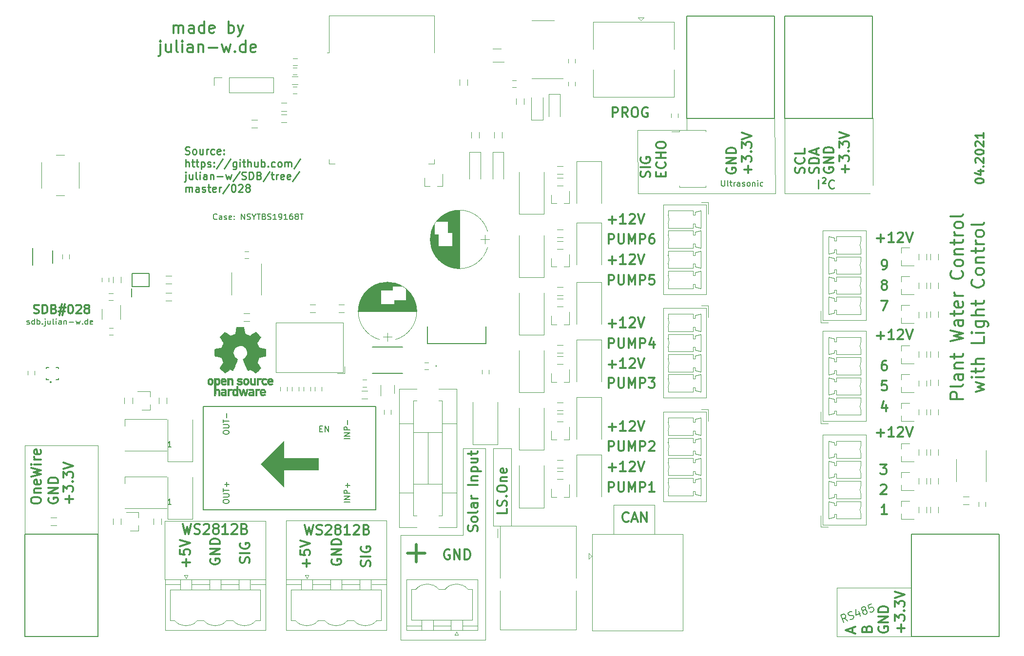
<source format=gto>
G04 #@! TF.GenerationSoftware,KiCad,Pcbnew,(5.1.9)-1*
G04 #@! TF.CreationDate,2021-04-25T02:40:10+02:00*
G04 #@! TF.ProjectId,water-pump-control,77617465-722d-4707-956d-702d636f6e74,rev?*
G04 #@! TF.SameCoordinates,Original*
G04 #@! TF.FileFunction,Legend,Top*
G04 #@! TF.FilePolarity,Positive*
%FSLAX46Y46*%
G04 Gerber Fmt 4.6, Leading zero omitted, Abs format (unit mm)*
G04 Created by KiCad (PCBNEW (5.1.9)-1) date 2021-04-25 02:40:10*
%MOMM*%
%LPD*%
G01*
G04 APERTURE LIST*
%ADD10C,0.120000*%
%ADD11C,0.150000*%
%ADD12C,0.250000*%
%ADD13C,0.300000*%
%ADD14C,0.350000*%
%ADD15C,0.230000*%
%ADD16C,0.210000*%
%ADD17C,0.500000*%
%ADD18C,0.010000*%
%ADD19C,0.100000*%
%ADD20C,0.127000*%
%ADD21C,0.200000*%
%ADD22C,2.000000*%
%ADD23R,1.200000X0.900000*%
%ADD24O,1.700000X1.700000*%
%ADD25R,1.700000X1.700000*%
%ADD26O,3.600000X1.800000*%
%ADD27R,0.400000X0.650000*%
%ADD28C,1.400000*%
%ADD29C,3.000000*%
%ADD30R,1.400000X1.400000*%
%ADD31C,4.300000*%
%ADD32C,1.524000*%
%ADD33R,0.650000X1.060000*%
%ADD34R,0.400000X0.600000*%
%ADD35R,2.400000X1.500000*%
%ADD36R,0.380000X0.350000*%
%ADD37R,10.840000X7.620000*%
%ADD38R,0.990000X3.790000*%
%ADD39R,2.000000X0.900000*%
%ADD40R,0.900000X2.000000*%
%ADD41R,5.000000X5.000000*%
%ADD42O,1.500000X2.300000*%
%ADD43R,1.500000X2.300000*%
%ADD44R,3.100000X4.000000*%
%ADD45R,0.900000X1.200000*%
%ADD46R,0.900000X0.800000*%
%ADD47R,0.800000X0.900000*%
%ADD48R,0.650000X0.400000*%
%ADD49O,2.080000X3.600000*%
%ADD50C,3.650000*%
%ADD51R,1.500000X1.500000*%
%ADD52C,1.500000*%
%ADD53R,1.520000X1.520000*%
%ADD54C,3.250000*%
%ADD55C,1.520000*%
%ADD56R,0.450000X1.425000*%
%ADD57O,2.500000X4.000000*%
%ADD58R,1.500000X1.000000*%
%ADD59R,2.300000X3.500000*%
%ADD60R,1.700000X2.000000*%
%ADD61R,0.750000X1.200000*%
%ADD62R,1.200000X0.750000*%
%ADD63R,2.000000X2.000000*%
G04 APERTURE END LIST*
D10*
X166000000Y-61000000D02*
X166000000Y-58600000D01*
X157400000Y-61000000D02*
X166000000Y-61000000D01*
X157500000Y-72000000D02*
X157400000Y-61000000D01*
X157800000Y-72000000D02*
X157500000Y-72000000D01*
X181400000Y-72000000D02*
X157800000Y-72000000D01*
X181240000Y-59000000D02*
X181400000Y-72000000D01*
X198300000Y-72000000D02*
X198300000Y-58900000D01*
X183000000Y-72000000D02*
X198300000Y-72000000D01*
X183000000Y-59000000D02*
X183000000Y-72000000D01*
D11*
X172028571Y-69752380D02*
X172028571Y-70561904D01*
X172076190Y-70657142D01*
X172123809Y-70704761D01*
X172219047Y-70752380D01*
X172409523Y-70752380D01*
X172504761Y-70704761D01*
X172552380Y-70657142D01*
X172600000Y-70561904D01*
X172600000Y-69752380D01*
X173219047Y-70752380D02*
X173123809Y-70704761D01*
X173076190Y-70609523D01*
X173076190Y-69752380D01*
X173457142Y-70085714D02*
X173838095Y-70085714D01*
X173600000Y-69752380D02*
X173600000Y-70609523D01*
X173647619Y-70704761D01*
X173742857Y-70752380D01*
X173838095Y-70752380D01*
X174171428Y-70752380D02*
X174171428Y-70085714D01*
X174171428Y-70276190D02*
X174219047Y-70180952D01*
X174266666Y-70133333D01*
X174361904Y-70085714D01*
X174457142Y-70085714D01*
X175219047Y-70752380D02*
X175219047Y-70228571D01*
X175171428Y-70133333D01*
X175076190Y-70085714D01*
X174885714Y-70085714D01*
X174790476Y-70133333D01*
X175219047Y-70704761D02*
X175123809Y-70752380D01*
X174885714Y-70752380D01*
X174790476Y-70704761D01*
X174742857Y-70609523D01*
X174742857Y-70514285D01*
X174790476Y-70419047D01*
X174885714Y-70371428D01*
X175123809Y-70371428D01*
X175219047Y-70323809D01*
X175647619Y-70704761D02*
X175742857Y-70752380D01*
X175933333Y-70752380D01*
X176028571Y-70704761D01*
X176076190Y-70609523D01*
X176076190Y-70561904D01*
X176028571Y-70466666D01*
X175933333Y-70419047D01*
X175790476Y-70419047D01*
X175695238Y-70371428D01*
X175647619Y-70276190D01*
X175647619Y-70228571D01*
X175695238Y-70133333D01*
X175790476Y-70085714D01*
X175933333Y-70085714D01*
X176028571Y-70133333D01*
X176647619Y-70752380D02*
X176552380Y-70704761D01*
X176504761Y-70657142D01*
X176457142Y-70561904D01*
X176457142Y-70276190D01*
X176504761Y-70180952D01*
X176552380Y-70133333D01*
X176647619Y-70085714D01*
X176790476Y-70085714D01*
X176885714Y-70133333D01*
X176933333Y-70180952D01*
X176980952Y-70276190D01*
X176980952Y-70561904D01*
X176933333Y-70657142D01*
X176885714Y-70704761D01*
X176790476Y-70752380D01*
X176647619Y-70752380D01*
X177409523Y-70085714D02*
X177409523Y-70752380D01*
X177409523Y-70180952D02*
X177457142Y-70133333D01*
X177552380Y-70085714D01*
X177695238Y-70085714D01*
X177790476Y-70133333D01*
X177838095Y-70228571D01*
X177838095Y-70752380D01*
X178314285Y-70752380D02*
X178314285Y-70085714D01*
X178314285Y-69752380D02*
X178266666Y-69800000D01*
X178314285Y-69847619D01*
X178361904Y-69800000D01*
X178314285Y-69752380D01*
X178314285Y-69847619D01*
X179219047Y-70704761D02*
X179123809Y-70752380D01*
X178933333Y-70752380D01*
X178838095Y-70704761D01*
X178790476Y-70657142D01*
X178742857Y-70561904D01*
X178742857Y-70276190D01*
X178790476Y-70180952D01*
X178838095Y-70133333D01*
X178933333Y-70085714D01*
X179123809Y-70085714D01*
X179219047Y-70133333D01*
D12*
X188878571Y-71178571D02*
X188878571Y-69678571D01*
X189521428Y-69321428D02*
X189664285Y-69250000D01*
X189878571Y-69250000D01*
X190021428Y-69321428D01*
X190092857Y-69464285D01*
X190092857Y-69607142D01*
X190021428Y-69750000D01*
X189521428Y-70250000D01*
X190092857Y-70250000D01*
X191592857Y-71035714D02*
X191521428Y-71107142D01*
X191307142Y-71178571D01*
X191164285Y-71178571D01*
X190950000Y-71107142D01*
X190807142Y-70964285D01*
X190735714Y-70821428D01*
X190664285Y-70535714D01*
X190664285Y-70321428D01*
X190735714Y-70035714D01*
X190807142Y-69892857D01*
X190950000Y-69750000D01*
X191164285Y-69678571D01*
X191307142Y-69678571D01*
X191521428Y-69750000D01*
X191592857Y-69821428D01*
D10*
X192100000Y-140500000D02*
X205000000Y-140500000D01*
X192100000Y-149000000D02*
X192100000Y-140500000D01*
X205000000Y-149000000D02*
X192100000Y-149000000D01*
X160400000Y-126100000D02*
X160400000Y-131200000D01*
X153300000Y-126100000D02*
X160400000Y-126100000D01*
X153300000Y-131200000D02*
X153300000Y-126100000D01*
X135500000Y-116300000D02*
X135500000Y-129800000D01*
X132400000Y-116300000D02*
X135500000Y-116300000D01*
X132400000Y-129800000D02*
X132400000Y-116300000D01*
X133600000Y-129800000D02*
X132400000Y-129800000D01*
X131000000Y-116300000D02*
X131000000Y-131400000D01*
X127100000Y-116300000D02*
X131000000Y-116300000D01*
X127100000Y-131400000D02*
X127100000Y-116300000D01*
D13*
X129588095Y-130681190D02*
X129669047Y-130438333D01*
X129669047Y-130033571D01*
X129588095Y-129871666D01*
X129507142Y-129790714D01*
X129345238Y-129709761D01*
X129183333Y-129709761D01*
X129021428Y-129790714D01*
X128940476Y-129871666D01*
X128859523Y-130033571D01*
X128778571Y-130357380D01*
X128697619Y-130519285D01*
X128616666Y-130600238D01*
X128454761Y-130681190D01*
X128292857Y-130681190D01*
X128130952Y-130600238D01*
X128050000Y-130519285D01*
X127969047Y-130357380D01*
X127969047Y-129952619D01*
X128050000Y-129709761D01*
X129669047Y-128738333D02*
X129588095Y-128900238D01*
X129507142Y-128981190D01*
X129345238Y-129062142D01*
X128859523Y-129062142D01*
X128697619Y-128981190D01*
X128616666Y-128900238D01*
X128535714Y-128738333D01*
X128535714Y-128495476D01*
X128616666Y-128333571D01*
X128697619Y-128252619D01*
X128859523Y-128171666D01*
X129345238Y-128171666D01*
X129507142Y-128252619D01*
X129588095Y-128333571D01*
X129669047Y-128495476D01*
X129669047Y-128738333D01*
X129669047Y-127200238D02*
X129588095Y-127362142D01*
X129426190Y-127443095D01*
X127969047Y-127443095D01*
X129669047Y-125824047D02*
X128778571Y-125824047D01*
X128616666Y-125905000D01*
X128535714Y-126066904D01*
X128535714Y-126390714D01*
X128616666Y-126552619D01*
X129588095Y-125824047D02*
X129669047Y-125985952D01*
X129669047Y-126390714D01*
X129588095Y-126552619D01*
X129426190Y-126633571D01*
X129264285Y-126633571D01*
X129102380Y-126552619D01*
X129021428Y-126390714D01*
X129021428Y-125985952D01*
X128940476Y-125824047D01*
X129669047Y-125014523D02*
X128535714Y-125014523D01*
X128859523Y-125014523D02*
X128697619Y-124933571D01*
X128616666Y-124852619D01*
X128535714Y-124690714D01*
X128535714Y-124528809D01*
X129669047Y-122666904D02*
X127969047Y-122666904D01*
X128535714Y-121857380D02*
X129669047Y-121857380D01*
X128697619Y-121857380D02*
X128616666Y-121776428D01*
X128535714Y-121614523D01*
X128535714Y-121371666D01*
X128616666Y-121209761D01*
X128778571Y-121128809D01*
X129669047Y-121128809D01*
X128535714Y-120319285D02*
X130235714Y-120319285D01*
X128616666Y-120319285D02*
X128535714Y-120157380D01*
X128535714Y-119833571D01*
X128616666Y-119671666D01*
X128697619Y-119590714D01*
X128859523Y-119509761D01*
X129345238Y-119509761D01*
X129507142Y-119590714D01*
X129588095Y-119671666D01*
X129669047Y-119833571D01*
X129669047Y-120157380D01*
X129588095Y-120319285D01*
X128535714Y-118052619D02*
X129669047Y-118052619D01*
X128535714Y-118781190D02*
X129426190Y-118781190D01*
X129588095Y-118700238D01*
X129669047Y-118538333D01*
X129669047Y-118295476D01*
X129588095Y-118133571D01*
X129507142Y-118052619D01*
X128535714Y-117485952D02*
X128535714Y-116838333D01*
X127969047Y-117243095D02*
X129426190Y-117243095D01*
X129588095Y-117162142D01*
X129669047Y-117000238D01*
X129669047Y-116838333D01*
D14*
X76847619Y-44129761D02*
X76847619Y-42796428D01*
X76847619Y-42986904D02*
X76942857Y-42891666D01*
X77133333Y-42796428D01*
X77419047Y-42796428D01*
X77609523Y-42891666D01*
X77704761Y-43082142D01*
X77704761Y-44129761D01*
X77704761Y-43082142D02*
X77800000Y-42891666D01*
X77990476Y-42796428D01*
X78276190Y-42796428D01*
X78466666Y-42891666D01*
X78561904Y-43082142D01*
X78561904Y-44129761D01*
X80371428Y-44129761D02*
X80371428Y-43082142D01*
X80276190Y-42891666D01*
X80085714Y-42796428D01*
X79704761Y-42796428D01*
X79514285Y-42891666D01*
X80371428Y-44034523D02*
X80180952Y-44129761D01*
X79704761Y-44129761D01*
X79514285Y-44034523D01*
X79419047Y-43844047D01*
X79419047Y-43653571D01*
X79514285Y-43463095D01*
X79704761Y-43367857D01*
X80180952Y-43367857D01*
X80371428Y-43272619D01*
X82180952Y-44129761D02*
X82180952Y-42129761D01*
X82180952Y-44034523D02*
X81990476Y-44129761D01*
X81609523Y-44129761D01*
X81419047Y-44034523D01*
X81323809Y-43939285D01*
X81228571Y-43748809D01*
X81228571Y-43177380D01*
X81323809Y-42986904D01*
X81419047Y-42891666D01*
X81609523Y-42796428D01*
X81990476Y-42796428D01*
X82180952Y-42891666D01*
X83895238Y-44034523D02*
X83704761Y-44129761D01*
X83323809Y-44129761D01*
X83133333Y-44034523D01*
X83038095Y-43844047D01*
X83038095Y-43082142D01*
X83133333Y-42891666D01*
X83323809Y-42796428D01*
X83704761Y-42796428D01*
X83895238Y-42891666D01*
X83990476Y-43082142D01*
X83990476Y-43272619D01*
X83038095Y-43463095D01*
X86371428Y-44129761D02*
X86371428Y-42129761D01*
X86371428Y-42891666D02*
X86561904Y-42796428D01*
X86942857Y-42796428D01*
X87133333Y-42891666D01*
X87228571Y-42986904D01*
X87323809Y-43177380D01*
X87323809Y-43748809D01*
X87228571Y-43939285D01*
X87133333Y-44034523D01*
X86942857Y-44129761D01*
X86561904Y-44129761D01*
X86371428Y-44034523D01*
X87990476Y-42796428D02*
X88466666Y-44129761D01*
X88942857Y-42796428D02*
X88466666Y-44129761D01*
X88276190Y-44605952D01*
X88180952Y-44701190D01*
X87990476Y-44796428D01*
X74561904Y-46146428D02*
X74561904Y-47860714D01*
X74466666Y-48051190D01*
X74276190Y-48146428D01*
X74180952Y-48146428D01*
X74561904Y-45479761D02*
X74466666Y-45575000D01*
X74561904Y-45670238D01*
X74657142Y-45575000D01*
X74561904Y-45479761D01*
X74561904Y-45670238D01*
X76371428Y-46146428D02*
X76371428Y-47479761D01*
X75514285Y-46146428D02*
X75514285Y-47194047D01*
X75609523Y-47384523D01*
X75800000Y-47479761D01*
X76085714Y-47479761D01*
X76276190Y-47384523D01*
X76371428Y-47289285D01*
X77609523Y-47479761D02*
X77419047Y-47384523D01*
X77323809Y-47194047D01*
X77323809Y-45479761D01*
X78371428Y-47479761D02*
X78371428Y-46146428D01*
X78371428Y-45479761D02*
X78276190Y-45575000D01*
X78371428Y-45670238D01*
X78466666Y-45575000D01*
X78371428Y-45479761D01*
X78371428Y-45670238D01*
X80180952Y-47479761D02*
X80180952Y-46432142D01*
X80085714Y-46241666D01*
X79895238Y-46146428D01*
X79514285Y-46146428D01*
X79323809Y-46241666D01*
X80180952Y-47384523D02*
X79990476Y-47479761D01*
X79514285Y-47479761D01*
X79323809Y-47384523D01*
X79228571Y-47194047D01*
X79228571Y-47003571D01*
X79323809Y-46813095D01*
X79514285Y-46717857D01*
X79990476Y-46717857D01*
X80180952Y-46622619D01*
X81133333Y-46146428D02*
X81133333Y-47479761D01*
X81133333Y-46336904D02*
X81228571Y-46241666D01*
X81419047Y-46146428D01*
X81704761Y-46146428D01*
X81895238Y-46241666D01*
X81990476Y-46432142D01*
X81990476Y-47479761D01*
X82942857Y-46717857D02*
X84466666Y-46717857D01*
X85228571Y-46146428D02*
X85609523Y-47479761D01*
X85990476Y-46527380D01*
X86371428Y-47479761D01*
X86752380Y-46146428D01*
X87514285Y-47289285D02*
X87609523Y-47384523D01*
X87514285Y-47479761D01*
X87419047Y-47384523D01*
X87514285Y-47289285D01*
X87514285Y-47479761D01*
X89323809Y-47479761D02*
X89323809Y-45479761D01*
X89323809Y-47384523D02*
X89133333Y-47479761D01*
X88752380Y-47479761D01*
X88561904Y-47384523D01*
X88466666Y-47289285D01*
X88371428Y-47098809D01*
X88371428Y-46527380D01*
X88466666Y-46336904D01*
X88561904Y-46241666D01*
X88752380Y-46146428D01*
X89133333Y-46146428D01*
X89323809Y-46241666D01*
X91038095Y-47384523D02*
X90847619Y-47479761D01*
X90466666Y-47479761D01*
X90276190Y-47384523D01*
X90180952Y-47194047D01*
X90180952Y-46432142D01*
X90276190Y-46241666D01*
X90466666Y-46146428D01*
X90847619Y-46146428D01*
X91038095Y-46241666D01*
X91133333Y-46432142D01*
X91133333Y-46622619D01*
X90180952Y-46813095D01*
D10*
X51000000Y-115800000D02*
X51000000Y-131220000D01*
X63700000Y-115800000D02*
X51000000Y-115800000D01*
X63700000Y-131220000D02*
X63700000Y-115800000D01*
X127100000Y-131400000D02*
X116300000Y-131400000D01*
X131000000Y-149600000D02*
X131000000Y-131400000D01*
X116300000Y-149600000D02*
X131000000Y-149600000D01*
X116300000Y-131400000D02*
X116300000Y-149600000D01*
X113800000Y-128800000D02*
X113810000Y-139090000D01*
X96400000Y-128800000D02*
X113800000Y-128800000D01*
X96350000Y-139090000D02*
X96400000Y-128800000D01*
X92800000Y-128900000D02*
X92800000Y-139200000D01*
X75300000Y-128900000D02*
X92800000Y-128900000D01*
X75300000Y-139100000D02*
X75300000Y-128900000D01*
D11*
X84376190Y-76457142D02*
X84328571Y-76504761D01*
X84185714Y-76552380D01*
X84090476Y-76552380D01*
X83947619Y-76504761D01*
X83852380Y-76409523D01*
X83804761Y-76314285D01*
X83757142Y-76123809D01*
X83757142Y-75980952D01*
X83804761Y-75790476D01*
X83852380Y-75695238D01*
X83947619Y-75600000D01*
X84090476Y-75552380D01*
X84185714Y-75552380D01*
X84328571Y-75600000D01*
X84376190Y-75647619D01*
X85233333Y-76552380D02*
X85233333Y-76028571D01*
X85185714Y-75933333D01*
X85090476Y-75885714D01*
X84900000Y-75885714D01*
X84804761Y-75933333D01*
X85233333Y-76504761D02*
X85138095Y-76552380D01*
X84900000Y-76552380D01*
X84804761Y-76504761D01*
X84757142Y-76409523D01*
X84757142Y-76314285D01*
X84804761Y-76219047D01*
X84900000Y-76171428D01*
X85138095Y-76171428D01*
X85233333Y-76123809D01*
X85661904Y-76504761D02*
X85757142Y-76552380D01*
X85947619Y-76552380D01*
X86042857Y-76504761D01*
X86090476Y-76409523D01*
X86090476Y-76361904D01*
X86042857Y-76266666D01*
X85947619Y-76219047D01*
X85804761Y-76219047D01*
X85709523Y-76171428D01*
X85661904Y-76076190D01*
X85661904Y-76028571D01*
X85709523Y-75933333D01*
X85804761Y-75885714D01*
X85947619Y-75885714D01*
X86042857Y-75933333D01*
X86900000Y-76504761D02*
X86804761Y-76552380D01*
X86614285Y-76552380D01*
X86519047Y-76504761D01*
X86471428Y-76409523D01*
X86471428Y-76028571D01*
X86519047Y-75933333D01*
X86614285Y-75885714D01*
X86804761Y-75885714D01*
X86900000Y-75933333D01*
X86947619Y-76028571D01*
X86947619Y-76123809D01*
X86471428Y-76219047D01*
X87376190Y-76457142D02*
X87423809Y-76504761D01*
X87376190Y-76552380D01*
X87328571Y-76504761D01*
X87376190Y-76457142D01*
X87376190Y-76552380D01*
X87376190Y-75933333D02*
X87423809Y-75980952D01*
X87376190Y-76028571D01*
X87328571Y-75980952D01*
X87376190Y-75933333D01*
X87376190Y-76028571D01*
X88614285Y-76552380D02*
X88614285Y-75552380D01*
X89185714Y-76552380D01*
X89185714Y-75552380D01*
X89614285Y-76504761D02*
X89757142Y-76552380D01*
X89995238Y-76552380D01*
X90090476Y-76504761D01*
X90138095Y-76457142D01*
X90185714Y-76361904D01*
X90185714Y-76266666D01*
X90138095Y-76171428D01*
X90090476Y-76123809D01*
X89995238Y-76076190D01*
X89804761Y-76028571D01*
X89709523Y-75980952D01*
X89661904Y-75933333D01*
X89614285Y-75838095D01*
X89614285Y-75742857D01*
X89661904Y-75647619D01*
X89709523Y-75600000D01*
X89804761Y-75552380D01*
X90042857Y-75552380D01*
X90185714Y-75600000D01*
X90804761Y-76076190D02*
X90804761Y-76552380D01*
X90471428Y-75552380D02*
X90804761Y-76076190D01*
X91138095Y-75552380D01*
X91328571Y-75552380D02*
X91900000Y-75552380D01*
X91614285Y-76552380D02*
X91614285Y-75552380D01*
X92566666Y-76028571D02*
X92709523Y-76076190D01*
X92757142Y-76123809D01*
X92804761Y-76219047D01*
X92804761Y-76361904D01*
X92757142Y-76457142D01*
X92709523Y-76504761D01*
X92614285Y-76552380D01*
X92233333Y-76552380D01*
X92233333Y-75552380D01*
X92566666Y-75552380D01*
X92661904Y-75600000D01*
X92709523Y-75647619D01*
X92757142Y-75742857D01*
X92757142Y-75838095D01*
X92709523Y-75933333D01*
X92661904Y-75980952D01*
X92566666Y-76028571D01*
X92233333Y-76028571D01*
X93185714Y-76504761D02*
X93328571Y-76552380D01*
X93566666Y-76552380D01*
X93661904Y-76504761D01*
X93709523Y-76457142D01*
X93757142Y-76361904D01*
X93757142Y-76266666D01*
X93709523Y-76171428D01*
X93661904Y-76123809D01*
X93566666Y-76076190D01*
X93376190Y-76028571D01*
X93280952Y-75980952D01*
X93233333Y-75933333D01*
X93185714Y-75838095D01*
X93185714Y-75742857D01*
X93233333Y-75647619D01*
X93280952Y-75600000D01*
X93376190Y-75552380D01*
X93614285Y-75552380D01*
X93757142Y-75600000D01*
X94709523Y-76552380D02*
X94138095Y-76552380D01*
X94423809Y-76552380D02*
X94423809Y-75552380D01*
X94328571Y-75695238D01*
X94233333Y-75790476D01*
X94138095Y-75838095D01*
X95185714Y-76552380D02*
X95376190Y-76552380D01*
X95471428Y-76504761D01*
X95519047Y-76457142D01*
X95614285Y-76314285D01*
X95661904Y-76123809D01*
X95661904Y-75742857D01*
X95614285Y-75647619D01*
X95566666Y-75600000D01*
X95471428Y-75552380D01*
X95280952Y-75552380D01*
X95185714Y-75600000D01*
X95138095Y-75647619D01*
X95090476Y-75742857D01*
X95090476Y-75980952D01*
X95138095Y-76076190D01*
X95185714Y-76123809D01*
X95280952Y-76171428D01*
X95471428Y-76171428D01*
X95566666Y-76123809D01*
X95614285Y-76076190D01*
X95661904Y-75980952D01*
X96614285Y-76552380D02*
X96042857Y-76552380D01*
X96328571Y-76552380D02*
X96328571Y-75552380D01*
X96233333Y-75695238D01*
X96138095Y-75790476D01*
X96042857Y-75838095D01*
X97471428Y-75552380D02*
X97280952Y-75552380D01*
X97185714Y-75600000D01*
X97138095Y-75647619D01*
X97042857Y-75790476D01*
X96995238Y-75980952D01*
X96995238Y-76361904D01*
X97042857Y-76457142D01*
X97090476Y-76504761D01*
X97185714Y-76552380D01*
X97376190Y-76552380D01*
X97471428Y-76504761D01*
X97519047Y-76457142D01*
X97566666Y-76361904D01*
X97566666Y-76123809D01*
X97519047Y-76028571D01*
X97471428Y-75980952D01*
X97376190Y-75933333D01*
X97185714Y-75933333D01*
X97090476Y-75980952D01*
X97042857Y-76028571D01*
X96995238Y-76123809D01*
X98138095Y-75980952D02*
X98042857Y-75933333D01*
X97995238Y-75885714D01*
X97947619Y-75790476D01*
X97947619Y-75742857D01*
X97995238Y-75647619D01*
X98042857Y-75600000D01*
X98138095Y-75552380D01*
X98328571Y-75552380D01*
X98423809Y-75600000D01*
X98471428Y-75647619D01*
X98519047Y-75742857D01*
X98519047Y-75790476D01*
X98471428Y-75885714D01*
X98423809Y-75933333D01*
X98328571Y-75980952D01*
X98138095Y-75980952D01*
X98042857Y-76028571D01*
X97995238Y-76076190D01*
X97947619Y-76171428D01*
X97947619Y-76361904D01*
X97995238Y-76457142D01*
X98042857Y-76504761D01*
X98138095Y-76552380D01*
X98328571Y-76552380D01*
X98423809Y-76504761D01*
X98471428Y-76457142D01*
X98519047Y-76361904D01*
X98519047Y-76171428D01*
X98471428Y-76076190D01*
X98423809Y-76028571D01*
X98328571Y-75980952D01*
X98804761Y-75552380D02*
X99376190Y-75552380D01*
X99090476Y-76552380D02*
X99090476Y-75552380D01*
D13*
X216078571Y-69900000D02*
X216078571Y-69757142D01*
X216150000Y-69614285D01*
X216221428Y-69542857D01*
X216364285Y-69471428D01*
X216650000Y-69400000D01*
X217007142Y-69400000D01*
X217292857Y-69471428D01*
X217435714Y-69542857D01*
X217507142Y-69614285D01*
X217578571Y-69757142D01*
X217578571Y-69900000D01*
X217507142Y-70042857D01*
X217435714Y-70114285D01*
X217292857Y-70185714D01*
X217007142Y-70257142D01*
X216650000Y-70257142D01*
X216364285Y-70185714D01*
X216221428Y-70114285D01*
X216150000Y-70042857D01*
X216078571Y-69900000D01*
X216578571Y-68114285D02*
X217578571Y-68114285D01*
X216007142Y-68471428D02*
X217078571Y-68828571D01*
X217078571Y-67900000D01*
X217435714Y-67328571D02*
X217507142Y-67257142D01*
X217578571Y-67328571D01*
X217507142Y-67400000D01*
X217435714Y-67328571D01*
X217578571Y-67328571D01*
X216221428Y-66685714D02*
X216150000Y-66614285D01*
X216078571Y-66471428D01*
X216078571Y-66114285D01*
X216150000Y-65971428D01*
X216221428Y-65900000D01*
X216364285Y-65828571D01*
X216507142Y-65828571D01*
X216721428Y-65900000D01*
X217578571Y-66757142D01*
X217578571Y-65828571D01*
X216078571Y-64900000D02*
X216078571Y-64757142D01*
X216150000Y-64614285D01*
X216221428Y-64542857D01*
X216364285Y-64471428D01*
X216650000Y-64400000D01*
X217007142Y-64400000D01*
X217292857Y-64471428D01*
X217435714Y-64542857D01*
X217507142Y-64614285D01*
X217578571Y-64757142D01*
X217578571Y-64900000D01*
X217507142Y-65042857D01*
X217435714Y-65114285D01*
X217292857Y-65185714D01*
X217007142Y-65257142D01*
X216650000Y-65257142D01*
X216364285Y-65185714D01*
X216221428Y-65114285D01*
X216150000Y-65042857D01*
X216078571Y-64900000D01*
X216221428Y-63828571D02*
X216150000Y-63757142D01*
X216078571Y-63614285D01*
X216078571Y-63257142D01*
X216150000Y-63114285D01*
X216221428Y-63042857D01*
X216364285Y-62971428D01*
X216507142Y-62971428D01*
X216721428Y-63042857D01*
X217578571Y-63900000D01*
X217578571Y-62971428D01*
X217578571Y-61542857D02*
X217578571Y-62400000D01*
X217578571Y-61971428D02*
X216078571Y-61971428D01*
X216292857Y-62114285D01*
X216435714Y-62257142D01*
X216507142Y-62400000D01*
D14*
X213970238Y-107723809D02*
X211770238Y-107723809D01*
X211770238Y-106885714D01*
X211875000Y-106676190D01*
X211979761Y-106571428D01*
X212189285Y-106466666D01*
X212503571Y-106466666D01*
X212713095Y-106571428D01*
X212817857Y-106676190D01*
X212922619Y-106885714D01*
X212922619Y-107723809D01*
X213970238Y-105209523D02*
X213865476Y-105419047D01*
X213655952Y-105523809D01*
X211770238Y-105523809D01*
X213970238Y-103428571D02*
X212817857Y-103428571D01*
X212608333Y-103533333D01*
X212503571Y-103742857D01*
X212503571Y-104161904D01*
X212608333Y-104371428D01*
X213865476Y-103428571D02*
X213970238Y-103638095D01*
X213970238Y-104161904D01*
X213865476Y-104371428D01*
X213655952Y-104476190D01*
X213446428Y-104476190D01*
X213236904Y-104371428D01*
X213132142Y-104161904D01*
X213132142Y-103638095D01*
X213027380Y-103428571D01*
X212503571Y-102380952D02*
X213970238Y-102380952D01*
X212713095Y-102380952D02*
X212608333Y-102276190D01*
X212503571Y-102066666D01*
X212503571Y-101752380D01*
X212608333Y-101542857D01*
X212817857Y-101438095D01*
X213970238Y-101438095D01*
X212503571Y-100704761D02*
X212503571Y-99866666D01*
X211770238Y-100390476D02*
X213655952Y-100390476D01*
X213865476Y-100285714D01*
X213970238Y-100076190D01*
X213970238Y-99866666D01*
X211770238Y-97666666D02*
X213970238Y-97142857D01*
X212398809Y-96723809D01*
X213970238Y-96304761D01*
X211770238Y-95780952D01*
X213970238Y-94000000D02*
X212817857Y-94000000D01*
X212608333Y-94104761D01*
X212503571Y-94314285D01*
X212503571Y-94733333D01*
X212608333Y-94942857D01*
X213865476Y-94000000D02*
X213970238Y-94209523D01*
X213970238Y-94733333D01*
X213865476Y-94942857D01*
X213655952Y-95047619D01*
X213446428Y-95047619D01*
X213236904Y-94942857D01*
X213132142Y-94733333D01*
X213132142Y-94209523D01*
X213027380Y-94000000D01*
X212503571Y-93266666D02*
X212503571Y-92428571D01*
X211770238Y-92952380D02*
X213655952Y-92952380D01*
X213865476Y-92847619D01*
X213970238Y-92638095D01*
X213970238Y-92428571D01*
X213865476Y-90857142D02*
X213970238Y-91066666D01*
X213970238Y-91485714D01*
X213865476Y-91695238D01*
X213655952Y-91800000D01*
X212817857Y-91800000D01*
X212608333Y-91695238D01*
X212503571Y-91485714D01*
X212503571Y-91066666D01*
X212608333Y-90857142D01*
X212817857Y-90752380D01*
X213027380Y-90752380D01*
X213236904Y-91800000D01*
X213970238Y-89809523D02*
X212503571Y-89809523D01*
X212922619Y-89809523D02*
X212713095Y-89704761D01*
X212608333Y-89600000D01*
X212503571Y-89390476D01*
X212503571Y-89180952D01*
X213760714Y-85514285D02*
X213865476Y-85619047D01*
X213970238Y-85933333D01*
X213970238Y-86142857D01*
X213865476Y-86457142D01*
X213655952Y-86666666D01*
X213446428Y-86771428D01*
X213027380Y-86876190D01*
X212713095Y-86876190D01*
X212294047Y-86771428D01*
X212084523Y-86666666D01*
X211875000Y-86457142D01*
X211770238Y-86142857D01*
X211770238Y-85933333D01*
X211875000Y-85619047D01*
X211979761Y-85514285D01*
X213970238Y-84257142D02*
X213865476Y-84466666D01*
X213760714Y-84571428D01*
X213551190Y-84676190D01*
X212922619Y-84676190D01*
X212713095Y-84571428D01*
X212608333Y-84466666D01*
X212503571Y-84257142D01*
X212503571Y-83942857D01*
X212608333Y-83733333D01*
X212713095Y-83628571D01*
X212922619Y-83523809D01*
X213551190Y-83523809D01*
X213760714Y-83628571D01*
X213865476Y-83733333D01*
X213970238Y-83942857D01*
X213970238Y-84257142D01*
X212503571Y-82580952D02*
X213970238Y-82580952D01*
X212713095Y-82580952D02*
X212608333Y-82476190D01*
X212503571Y-82266666D01*
X212503571Y-81952380D01*
X212608333Y-81742857D01*
X212817857Y-81638095D01*
X213970238Y-81638095D01*
X212503571Y-80904761D02*
X212503571Y-80066666D01*
X211770238Y-80590476D02*
X213655952Y-80590476D01*
X213865476Y-80485714D01*
X213970238Y-80276190D01*
X213970238Y-80066666D01*
X213970238Y-79333333D02*
X212503571Y-79333333D01*
X212922619Y-79333333D02*
X212713095Y-79228571D01*
X212608333Y-79123809D01*
X212503571Y-78914285D01*
X212503571Y-78704761D01*
X213970238Y-77657142D02*
X213865476Y-77866666D01*
X213760714Y-77971428D01*
X213551190Y-78076190D01*
X212922619Y-78076190D01*
X212713095Y-77971428D01*
X212608333Y-77866666D01*
X212503571Y-77657142D01*
X212503571Y-77342857D01*
X212608333Y-77133333D01*
X212713095Y-77028571D01*
X212922619Y-76923809D01*
X213551190Y-76923809D01*
X213760714Y-77028571D01*
X213865476Y-77133333D01*
X213970238Y-77342857D01*
X213970238Y-77657142D01*
X213970238Y-75666666D02*
X213865476Y-75876190D01*
X213655952Y-75980952D01*
X211770238Y-75980952D01*
X216153571Y-106466666D02*
X217620238Y-106047619D01*
X216572619Y-105628571D01*
X217620238Y-105209523D01*
X216153571Y-104790476D01*
X217620238Y-103952380D02*
X216153571Y-103952380D01*
X215420238Y-103952380D02*
X215525000Y-104057142D01*
X215629761Y-103952380D01*
X215525000Y-103847619D01*
X215420238Y-103952380D01*
X215629761Y-103952380D01*
X216153571Y-103219047D02*
X216153571Y-102380952D01*
X215420238Y-102904761D02*
X217305952Y-102904761D01*
X217515476Y-102800000D01*
X217620238Y-102590476D01*
X217620238Y-102380952D01*
X217620238Y-101647619D02*
X215420238Y-101647619D01*
X217620238Y-100704761D02*
X216467857Y-100704761D01*
X216258333Y-100809523D01*
X216153571Y-101019047D01*
X216153571Y-101333333D01*
X216258333Y-101542857D01*
X216363095Y-101647619D01*
X217620238Y-96933333D02*
X217620238Y-97980952D01*
X215420238Y-97980952D01*
X217620238Y-96200000D02*
X216153571Y-96200000D01*
X215420238Y-96200000D02*
X215525000Y-96304761D01*
X215629761Y-96200000D01*
X215525000Y-96095238D01*
X215420238Y-96200000D01*
X215629761Y-96200000D01*
X216153571Y-94209523D02*
X217934523Y-94209523D01*
X218144047Y-94314285D01*
X218248809Y-94419047D01*
X218353571Y-94628571D01*
X218353571Y-94942857D01*
X218248809Y-95152380D01*
X217515476Y-94209523D02*
X217620238Y-94419047D01*
X217620238Y-94838095D01*
X217515476Y-95047619D01*
X217410714Y-95152380D01*
X217201190Y-95257142D01*
X216572619Y-95257142D01*
X216363095Y-95152380D01*
X216258333Y-95047619D01*
X216153571Y-94838095D01*
X216153571Y-94419047D01*
X216258333Y-94209523D01*
X217620238Y-93161904D02*
X215420238Y-93161904D01*
X217620238Y-92219047D02*
X216467857Y-92219047D01*
X216258333Y-92323809D01*
X216153571Y-92533333D01*
X216153571Y-92847619D01*
X216258333Y-93057142D01*
X216363095Y-93161904D01*
X216153571Y-91485714D02*
X216153571Y-90647619D01*
X215420238Y-91171428D02*
X217305952Y-91171428D01*
X217515476Y-91066666D01*
X217620238Y-90857142D01*
X217620238Y-90647619D01*
X217410714Y-86980952D02*
X217515476Y-87085714D01*
X217620238Y-87400000D01*
X217620238Y-87609523D01*
X217515476Y-87923809D01*
X217305952Y-88133333D01*
X217096428Y-88238095D01*
X216677380Y-88342857D01*
X216363095Y-88342857D01*
X215944047Y-88238095D01*
X215734523Y-88133333D01*
X215525000Y-87923809D01*
X215420238Y-87609523D01*
X215420238Y-87400000D01*
X215525000Y-87085714D01*
X215629761Y-86980952D01*
X217620238Y-85723809D02*
X217515476Y-85933333D01*
X217410714Y-86038095D01*
X217201190Y-86142857D01*
X216572619Y-86142857D01*
X216363095Y-86038095D01*
X216258333Y-85933333D01*
X216153571Y-85723809D01*
X216153571Y-85409523D01*
X216258333Y-85200000D01*
X216363095Y-85095238D01*
X216572619Y-84990476D01*
X217201190Y-84990476D01*
X217410714Y-85095238D01*
X217515476Y-85200000D01*
X217620238Y-85409523D01*
X217620238Y-85723809D01*
X216153571Y-84047619D02*
X217620238Y-84047619D01*
X216363095Y-84047619D02*
X216258333Y-83942857D01*
X216153571Y-83733333D01*
X216153571Y-83419047D01*
X216258333Y-83209523D01*
X216467857Y-83104761D01*
X217620238Y-83104761D01*
X216153571Y-82371428D02*
X216153571Y-81533333D01*
X215420238Y-82057142D02*
X217305952Y-82057142D01*
X217515476Y-81952380D01*
X217620238Y-81742857D01*
X217620238Y-81533333D01*
X217620238Y-80800000D02*
X216153571Y-80800000D01*
X216572619Y-80800000D02*
X216363095Y-80695238D01*
X216258333Y-80590476D01*
X216153571Y-80380952D01*
X216153571Y-80171428D01*
X217620238Y-79123809D02*
X217515476Y-79333333D01*
X217410714Y-79438095D01*
X217201190Y-79542857D01*
X216572619Y-79542857D01*
X216363095Y-79438095D01*
X216258333Y-79333333D01*
X216153571Y-79123809D01*
X216153571Y-78809523D01*
X216258333Y-78600000D01*
X216363095Y-78495238D01*
X216572619Y-78390476D01*
X217201190Y-78390476D01*
X217410714Y-78495238D01*
X217515476Y-78600000D01*
X217620238Y-78809523D01*
X217620238Y-79123809D01*
X217620238Y-77133333D02*
X217515476Y-77342857D01*
X217305952Y-77447619D01*
X215420238Y-77447619D01*
D15*
X78897119Y-65156190D02*
X79082833Y-65218095D01*
X79392357Y-65218095D01*
X79516166Y-65156190D01*
X79578071Y-65094285D01*
X79639976Y-64970476D01*
X79639976Y-64846666D01*
X79578071Y-64722857D01*
X79516166Y-64660952D01*
X79392357Y-64599047D01*
X79144738Y-64537142D01*
X79020928Y-64475238D01*
X78959023Y-64413333D01*
X78897119Y-64289523D01*
X78897119Y-64165714D01*
X78959023Y-64041904D01*
X79020928Y-63980000D01*
X79144738Y-63918095D01*
X79454261Y-63918095D01*
X79639976Y-63980000D01*
X80382833Y-65218095D02*
X80259023Y-65156190D01*
X80197119Y-65094285D01*
X80135214Y-64970476D01*
X80135214Y-64599047D01*
X80197119Y-64475238D01*
X80259023Y-64413333D01*
X80382833Y-64351428D01*
X80568547Y-64351428D01*
X80692357Y-64413333D01*
X80754261Y-64475238D01*
X80816166Y-64599047D01*
X80816166Y-64970476D01*
X80754261Y-65094285D01*
X80692357Y-65156190D01*
X80568547Y-65218095D01*
X80382833Y-65218095D01*
X81930452Y-64351428D02*
X81930452Y-65218095D01*
X81373309Y-64351428D02*
X81373309Y-65032380D01*
X81435214Y-65156190D01*
X81559023Y-65218095D01*
X81744738Y-65218095D01*
X81868547Y-65156190D01*
X81930452Y-65094285D01*
X82549500Y-65218095D02*
X82549500Y-64351428D01*
X82549500Y-64599047D02*
X82611404Y-64475238D01*
X82673309Y-64413333D01*
X82797119Y-64351428D01*
X82920928Y-64351428D01*
X83911404Y-65156190D02*
X83787595Y-65218095D01*
X83539976Y-65218095D01*
X83416166Y-65156190D01*
X83354261Y-65094285D01*
X83292357Y-64970476D01*
X83292357Y-64599047D01*
X83354261Y-64475238D01*
X83416166Y-64413333D01*
X83539976Y-64351428D01*
X83787595Y-64351428D01*
X83911404Y-64413333D01*
X84963785Y-65156190D02*
X84839976Y-65218095D01*
X84592357Y-65218095D01*
X84468547Y-65156190D01*
X84406642Y-65032380D01*
X84406642Y-64537142D01*
X84468547Y-64413333D01*
X84592357Y-64351428D01*
X84839976Y-64351428D01*
X84963785Y-64413333D01*
X85025690Y-64537142D01*
X85025690Y-64660952D01*
X84406642Y-64784761D01*
X85582833Y-65094285D02*
X85644738Y-65156190D01*
X85582833Y-65218095D01*
X85520928Y-65156190D01*
X85582833Y-65094285D01*
X85582833Y-65218095D01*
X85582833Y-64413333D02*
X85644738Y-64475238D01*
X85582833Y-64537142D01*
X85520928Y-64475238D01*
X85582833Y-64413333D01*
X85582833Y-64537142D01*
X78959023Y-67398095D02*
X78959023Y-66098095D01*
X79516166Y-67398095D02*
X79516166Y-66717142D01*
X79454261Y-66593333D01*
X79330452Y-66531428D01*
X79144738Y-66531428D01*
X79020928Y-66593333D01*
X78959023Y-66655238D01*
X79949500Y-66531428D02*
X80444738Y-66531428D01*
X80135214Y-66098095D02*
X80135214Y-67212380D01*
X80197119Y-67336190D01*
X80320928Y-67398095D01*
X80444738Y-67398095D01*
X80692357Y-66531428D02*
X81187595Y-66531428D01*
X80878071Y-66098095D02*
X80878071Y-67212380D01*
X80939976Y-67336190D01*
X81063785Y-67398095D01*
X81187595Y-67398095D01*
X81620928Y-66531428D02*
X81620928Y-67831428D01*
X81620928Y-66593333D02*
X81744738Y-66531428D01*
X81992357Y-66531428D01*
X82116166Y-66593333D01*
X82178071Y-66655238D01*
X82239976Y-66779047D01*
X82239976Y-67150476D01*
X82178071Y-67274285D01*
X82116166Y-67336190D01*
X81992357Y-67398095D01*
X81744738Y-67398095D01*
X81620928Y-67336190D01*
X82735214Y-67336190D02*
X82859023Y-67398095D01*
X83106642Y-67398095D01*
X83230452Y-67336190D01*
X83292357Y-67212380D01*
X83292357Y-67150476D01*
X83230452Y-67026666D01*
X83106642Y-66964761D01*
X82920928Y-66964761D01*
X82797119Y-66902857D01*
X82735214Y-66779047D01*
X82735214Y-66717142D01*
X82797119Y-66593333D01*
X82920928Y-66531428D01*
X83106642Y-66531428D01*
X83230452Y-66593333D01*
X83849500Y-67274285D02*
X83911404Y-67336190D01*
X83849500Y-67398095D01*
X83787595Y-67336190D01*
X83849500Y-67274285D01*
X83849500Y-67398095D01*
X83849500Y-66593333D02*
X83911404Y-66655238D01*
X83849500Y-66717142D01*
X83787595Y-66655238D01*
X83849500Y-66593333D01*
X83849500Y-66717142D01*
X85397119Y-66036190D02*
X84282833Y-67707619D01*
X86759023Y-66036190D02*
X85644738Y-67707619D01*
X87749500Y-66531428D02*
X87749500Y-67583809D01*
X87687595Y-67707619D01*
X87625690Y-67769523D01*
X87501880Y-67831428D01*
X87316166Y-67831428D01*
X87192357Y-67769523D01*
X87749500Y-67336190D02*
X87625690Y-67398095D01*
X87378071Y-67398095D01*
X87254261Y-67336190D01*
X87192357Y-67274285D01*
X87130452Y-67150476D01*
X87130452Y-66779047D01*
X87192357Y-66655238D01*
X87254261Y-66593333D01*
X87378071Y-66531428D01*
X87625690Y-66531428D01*
X87749500Y-66593333D01*
X88368547Y-67398095D02*
X88368547Y-66531428D01*
X88368547Y-66098095D02*
X88306642Y-66160000D01*
X88368547Y-66221904D01*
X88430452Y-66160000D01*
X88368547Y-66098095D01*
X88368547Y-66221904D01*
X88801880Y-66531428D02*
X89297119Y-66531428D01*
X88987595Y-66098095D02*
X88987595Y-67212380D01*
X89049500Y-67336190D01*
X89173309Y-67398095D01*
X89297119Y-67398095D01*
X89730452Y-67398095D02*
X89730452Y-66098095D01*
X90287595Y-67398095D02*
X90287595Y-66717142D01*
X90225690Y-66593333D01*
X90101880Y-66531428D01*
X89916166Y-66531428D01*
X89792357Y-66593333D01*
X89730452Y-66655238D01*
X91463785Y-66531428D02*
X91463785Y-67398095D01*
X90906642Y-66531428D02*
X90906642Y-67212380D01*
X90968547Y-67336190D01*
X91092357Y-67398095D01*
X91278071Y-67398095D01*
X91401880Y-67336190D01*
X91463785Y-67274285D01*
X92082833Y-67398095D02*
X92082833Y-66098095D01*
X92082833Y-66593333D02*
X92206642Y-66531428D01*
X92454261Y-66531428D01*
X92578071Y-66593333D01*
X92639976Y-66655238D01*
X92701880Y-66779047D01*
X92701880Y-67150476D01*
X92639976Y-67274285D01*
X92578071Y-67336190D01*
X92454261Y-67398095D01*
X92206642Y-67398095D01*
X92082833Y-67336190D01*
X93259023Y-67274285D02*
X93320928Y-67336190D01*
X93259023Y-67398095D01*
X93197119Y-67336190D01*
X93259023Y-67274285D01*
X93259023Y-67398095D01*
X94435214Y-67336190D02*
X94311404Y-67398095D01*
X94063785Y-67398095D01*
X93939976Y-67336190D01*
X93878071Y-67274285D01*
X93816166Y-67150476D01*
X93816166Y-66779047D01*
X93878071Y-66655238D01*
X93939976Y-66593333D01*
X94063785Y-66531428D01*
X94311404Y-66531428D01*
X94435214Y-66593333D01*
X95178071Y-67398095D02*
X95054261Y-67336190D01*
X94992357Y-67274285D01*
X94930452Y-67150476D01*
X94930452Y-66779047D01*
X94992357Y-66655238D01*
X95054261Y-66593333D01*
X95178071Y-66531428D01*
X95363785Y-66531428D01*
X95487595Y-66593333D01*
X95549500Y-66655238D01*
X95611404Y-66779047D01*
X95611404Y-67150476D01*
X95549500Y-67274285D01*
X95487595Y-67336190D01*
X95363785Y-67398095D01*
X95178071Y-67398095D01*
X96168547Y-67398095D02*
X96168547Y-66531428D01*
X96168547Y-66655238D02*
X96230452Y-66593333D01*
X96354261Y-66531428D01*
X96539976Y-66531428D01*
X96663785Y-66593333D01*
X96725690Y-66717142D01*
X96725690Y-67398095D01*
X96725690Y-66717142D02*
X96787595Y-66593333D01*
X96911404Y-66531428D01*
X97097119Y-66531428D01*
X97220928Y-66593333D01*
X97282833Y-66717142D01*
X97282833Y-67398095D01*
X98830452Y-66036190D02*
X97716166Y-67707619D01*
X78959023Y-68711428D02*
X78959023Y-69825714D01*
X78897119Y-69949523D01*
X78773309Y-70011428D01*
X78711404Y-70011428D01*
X78959023Y-68278095D02*
X78897119Y-68340000D01*
X78959023Y-68401904D01*
X79020928Y-68340000D01*
X78959023Y-68278095D01*
X78959023Y-68401904D01*
X80135214Y-68711428D02*
X80135214Y-69578095D01*
X79578071Y-68711428D02*
X79578071Y-69392380D01*
X79639976Y-69516190D01*
X79763785Y-69578095D01*
X79949500Y-69578095D01*
X80073309Y-69516190D01*
X80135214Y-69454285D01*
X80939976Y-69578095D02*
X80816166Y-69516190D01*
X80754261Y-69392380D01*
X80754261Y-68278095D01*
X81435214Y-69578095D02*
X81435214Y-68711428D01*
X81435214Y-68278095D02*
X81373309Y-68340000D01*
X81435214Y-68401904D01*
X81497119Y-68340000D01*
X81435214Y-68278095D01*
X81435214Y-68401904D01*
X82611404Y-69578095D02*
X82611404Y-68897142D01*
X82549500Y-68773333D01*
X82425690Y-68711428D01*
X82178071Y-68711428D01*
X82054261Y-68773333D01*
X82611404Y-69516190D02*
X82487595Y-69578095D01*
X82178071Y-69578095D01*
X82054261Y-69516190D01*
X81992357Y-69392380D01*
X81992357Y-69268571D01*
X82054261Y-69144761D01*
X82178071Y-69082857D01*
X82487595Y-69082857D01*
X82611404Y-69020952D01*
X83230452Y-68711428D02*
X83230452Y-69578095D01*
X83230452Y-68835238D02*
X83292357Y-68773333D01*
X83416166Y-68711428D01*
X83601880Y-68711428D01*
X83725690Y-68773333D01*
X83787595Y-68897142D01*
X83787595Y-69578095D01*
X84406642Y-69082857D02*
X85397119Y-69082857D01*
X85892357Y-68711428D02*
X86139976Y-69578095D01*
X86387595Y-68959047D01*
X86635214Y-69578095D01*
X86882833Y-68711428D01*
X88306642Y-68216190D02*
X87192357Y-69887619D01*
X88678071Y-69516190D02*
X88863785Y-69578095D01*
X89173309Y-69578095D01*
X89297119Y-69516190D01*
X89359023Y-69454285D01*
X89420928Y-69330476D01*
X89420928Y-69206666D01*
X89359023Y-69082857D01*
X89297119Y-69020952D01*
X89173309Y-68959047D01*
X88925690Y-68897142D01*
X88801880Y-68835238D01*
X88739976Y-68773333D01*
X88678071Y-68649523D01*
X88678071Y-68525714D01*
X88739976Y-68401904D01*
X88801880Y-68340000D01*
X88925690Y-68278095D01*
X89235214Y-68278095D01*
X89420928Y-68340000D01*
X89978071Y-69578095D02*
X89978071Y-68278095D01*
X90287595Y-68278095D01*
X90473309Y-68340000D01*
X90597119Y-68463809D01*
X90659023Y-68587619D01*
X90720928Y-68835238D01*
X90720928Y-69020952D01*
X90659023Y-69268571D01*
X90597119Y-69392380D01*
X90473309Y-69516190D01*
X90287595Y-69578095D01*
X89978071Y-69578095D01*
X91711404Y-68897142D02*
X91897119Y-68959047D01*
X91959023Y-69020952D01*
X92020928Y-69144761D01*
X92020928Y-69330476D01*
X91959023Y-69454285D01*
X91897119Y-69516190D01*
X91773309Y-69578095D01*
X91278071Y-69578095D01*
X91278071Y-68278095D01*
X91711404Y-68278095D01*
X91835214Y-68340000D01*
X91897119Y-68401904D01*
X91959023Y-68525714D01*
X91959023Y-68649523D01*
X91897119Y-68773333D01*
X91835214Y-68835238D01*
X91711404Y-68897142D01*
X91278071Y-68897142D01*
X93506642Y-68216190D02*
X92392357Y-69887619D01*
X93754261Y-68711428D02*
X94249500Y-68711428D01*
X93939976Y-68278095D02*
X93939976Y-69392380D01*
X94001880Y-69516190D01*
X94125690Y-69578095D01*
X94249500Y-69578095D01*
X94682833Y-69578095D02*
X94682833Y-68711428D01*
X94682833Y-68959047D02*
X94744738Y-68835238D01*
X94806642Y-68773333D01*
X94930452Y-68711428D01*
X95054261Y-68711428D01*
X95982833Y-69516190D02*
X95859023Y-69578095D01*
X95611404Y-69578095D01*
X95487595Y-69516190D01*
X95425690Y-69392380D01*
X95425690Y-68897142D01*
X95487595Y-68773333D01*
X95611404Y-68711428D01*
X95859023Y-68711428D01*
X95982833Y-68773333D01*
X96044738Y-68897142D01*
X96044738Y-69020952D01*
X95425690Y-69144761D01*
X97097119Y-69516190D02*
X96973309Y-69578095D01*
X96725690Y-69578095D01*
X96601880Y-69516190D01*
X96539976Y-69392380D01*
X96539976Y-68897142D01*
X96601880Y-68773333D01*
X96725690Y-68711428D01*
X96973309Y-68711428D01*
X97097119Y-68773333D01*
X97159023Y-68897142D01*
X97159023Y-69020952D01*
X96539976Y-69144761D01*
X98644738Y-68216190D02*
X97530452Y-69887619D01*
X78959023Y-71758095D02*
X78959023Y-70891428D01*
X78959023Y-71015238D02*
X79020928Y-70953333D01*
X79144738Y-70891428D01*
X79330452Y-70891428D01*
X79454261Y-70953333D01*
X79516166Y-71077142D01*
X79516166Y-71758095D01*
X79516166Y-71077142D02*
X79578071Y-70953333D01*
X79701880Y-70891428D01*
X79887595Y-70891428D01*
X80011404Y-70953333D01*
X80073309Y-71077142D01*
X80073309Y-71758095D01*
X81249500Y-71758095D02*
X81249500Y-71077142D01*
X81187595Y-70953333D01*
X81063785Y-70891428D01*
X80816166Y-70891428D01*
X80692357Y-70953333D01*
X81249500Y-71696190D02*
X81125690Y-71758095D01*
X80816166Y-71758095D01*
X80692357Y-71696190D01*
X80630452Y-71572380D01*
X80630452Y-71448571D01*
X80692357Y-71324761D01*
X80816166Y-71262857D01*
X81125690Y-71262857D01*
X81249500Y-71200952D01*
X81806642Y-71696190D02*
X81930452Y-71758095D01*
X82178071Y-71758095D01*
X82301880Y-71696190D01*
X82363785Y-71572380D01*
X82363785Y-71510476D01*
X82301880Y-71386666D01*
X82178071Y-71324761D01*
X81992357Y-71324761D01*
X81868547Y-71262857D01*
X81806642Y-71139047D01*
X81806642Y-71077142D01*
X81868547Y-70953333D01*
X81992357Y-70891428D01*
X82178071Y-70891428D01*
X82301880Y-70953333D01*
X82735214Y-70891428D02*
X83230452Y-70891428D01*
X82920928Y-70458095D02*
X82920928Y-71572380D01*
X82982833Y-71696190D01*
X83106642Y-71758095D01*
X83230452Y-71758095D01*
X84159023Y-71696190D02*
X84035214Y-71758095D01*
X83787595Y-71758095D01*
X83663785Y-71696190D01*
X83601880Y-71572380D01*
X83601880Y-71077142D01*
X83663785Y-70953333D01*
X83787595Y-70891428D01*
X84035214Y-70891428D01*
X84159023Y-70953333D01*
X84220928Y-71077142D01*
X84220928Y-71200952D01*
X83601880Y-71324761D01*
X84778071Y-71758095D02*
X84778071Y-70891428D01*
X84778071Y-71139047D02*
X84839976Y-71015238D01*
X84901880Y-70953333D01*
X85025690Y-70891428D01*
X85149500Y-70891428D01*
X86511404Y-70396190D02*
X85397119Y-72067619D01*
X87192357Y-70458095D02*
X87316166Y-70458095D01*
X87439976Y-70520000D01*
X87501880Y-70581904D01*
X87563785Y-70705714D01*
X87625690Y-70953333D01*
X87625690Y-71262857D01*
X87563785Y-71510476D01*
X87501880Y-71634285D01*
X87439976Y-71696190D01*
X87316166Y-71758095D01*
X87192357Y-71758095D01*
X87068547Y-71696190D01*
X87006642Y-71634285D01*
X86944738Y-71510476D01*
X86882833Y-71262857D01*
X86882833Y-70953333D01*
X86944738Y-70705714D01*
X87006642Y-70581904D01*
X87068547Y-70520000D01*
X87192357Y-70458095D01*
X88120928Y-70581904D02*
X88182833Y-70520000D01*
X88306642Y-70458095D01*
X88616166Y-70458095D01*
X88739976Y-70520000D01*
X88801880Y-70581904D01*
X88863785Y-70705714D01*
X88863785Y-70829523D01*
X88801880Y-71015238D01*
X88059023Y-71758095D01*
X88863785Y-71758095D01*
X89606642Y-71015238D02*
X89482833Y-70953333D01*
X89420928Y-70891428D01*
X89359023Y-70767619D01*
X89359023Y-70705714D01*
X89420928Y-70581904D01*
X89482833Y-70520000D01*
X89606642Y-70458095D01*
X89854261Y-70458095D01*
X89978071Y-70520000D01*
X90039976Y-70581904D01*
X90101880Y-70705714D01*
X90101880Y-70767619D01*
X90039976Y-70891428D01*
X89978071Y-70953333D01*
X89854261Y-71015238D01*
X89606642Y-71015238D01*
X89482833Y-71077142D01*
X89420928Y-71139047D01*
X89359023Y-71262857D01*
X89359023Y-71510476D01*
X89420928Y-71634285D01*
X89482833Y-71696190D01*
X89606642Y-71758095D01*
X89854261Y-71758095D01*
X89978071Y-71696190D01*
X90039976Y-71634285D01*
X90101880Y-71510476D01*
X90101880Y-71262857D01*
X90039976Y-71139047D01*
X89978071Y-71077142D01*
X89854261Y-71015238D01*
D13*
X153099761Y-58769047D02*
X153099761Y-57069047D01*
X153747380Y-57069047D01*
X153909285Y-57150000D01*
X153990238Y-57230952D01*
X154071190Y-57392857D01*
X154071190Y-57635714D01*
X153990238Y-57797619D01*
X153909285Y-57878571D01*
X153747380Y-57959523D01*
X153099761Y-57959523D01*
X155771190Y-58769047D02*
X155204523Y-57959523D01*
X154799761Y-58769047D02*
X154799761Y-57069047D01*
X155447380Y-57069047D01*
X155609285Y-57150000D01*
X155690238Y-57230952D01*
X155771190Y-57392857D01*
X155771190Y-57635714D01*
X155690238Y-57797619D01*
X155609285Y-57878571D01*
X155447380Y-57959523D01*
X154799761Y-57959523D01*
X156823571Y-57069047D02*
X157147380Y-57069047D01*
X157309285Y-57150000D01*
X157471190Y-57311904D01*
X157552142Y-57635714D01*
X157552142Y-58202380D01*
X157471190Y-58526190D01*
X157309285Y-58688095D01*
X157147380Y-58769047D01*
X156823571Y-58769047D01*
X156661666Y-58688095D01*
X156499761Y-58526190D01*
X156418809Y-58202380D01*
X156418809Y-57635714D01*
X156499761Y-57311904D01*
X156661666Y-57150000D01*
X156823571Y-57069047D01*
X159171190Y-57150000D02*
X159009285Y-57069047D01*
X158766428Y-57069047D01*
X158523571Y-57150000D01*
X158361666Y-57311904D01*
X158280714Y-57473809D01*
X158199761Y-57797619D01*
X158199761Y-58040476D01*
X158280714Y-58364285D01*
X158361666Y-58526190D01*
X158523571Y-58688095D01*
X158766428Y-58769047D01*
X158928333Y-58769047D01*
X159171190Y-58688095D01*
X159252142Y-58607142D01*
X159252142Y-58040476D01*
X158928333Y-58040476D01*
X159588095Y-69181190D02*
X159669047Y-68938333D01*
X159669047Y-68533571D01*
X159588095Y-68371666D01*
X159507142Y-68290714D01*
X159345238Y-68209761D01*
X159183333Y-68209761D01*
X159021428Y-68290714D01*
X158940476Y-68371666D01*
X158859523Y-68533571D01*
X158778571Y-68857380D01*
X158697619Y-69019285D01*
X158616666Y-69100238D01*
X158454761Y-69181190D01*
X158292857Y-69181190D01*
X158130952Y-69100238D01*
X158050000Y-69019285D01*
X157969047Y-68857380D01*
X157969047Y-68452619D01*
X158050000Y-68209761D01*
X159669047Y-67481190D02*
X157969047Y-67481190D01*
X158050000Y-65781190D02*
X157969047Y-65943095D01*
X157969047Y-66185952D01*
X158050000Y-66428809D01*
X158211904Y-66590714D01*
X158373809Y-66671666D01*
X158697619Y-66752619D01*
X158940476Y-66752619D01*
X159264285Y-66671666D01*
X159426190Y-66590714D01*
X159588095Y-66428809D01*
X159669047Y-66185952D01*
X159669047Y-66024047D01*
X159588095Y-65781190D01*
X159507142Y-65700238D01*
X158940476Y-65700238D01*
X158940476Y-66024047D01*
X161478571Y-69100238D02*
X161478571Y-68533571D01*
X162369047Y-68290714D02*
X162369047Y-69100238D01*
X160669047Y-69100238D01*
X160669047Y-68290714D01*
X162207142Y-66590714D02*
X162288095Y-66671666D01*
X162369047Y-66914523D01*
X162369047Y-67076428D01*
X162288095Y-67319285D01*
X162126190Y-67481190D01*
X161964285Y-67562142D01*
X161640476Y-67643095D01*
X161397619Y-67643095D01*
X161073809Y-67562142D01*
X160911904Y-67481190D01*
X160750000Y-67319285D01*
X160669047Y-67076428D01*
X160669047Y-66914523D01*
X160750000Y-66671666D01*
X160830952Y-66590714D01*
X162369047Y-65862142D02*
X160669047Y-65862142D01*
X161478571Y-65862142D02*
X161478571Y-64890714D01*
X162369047Y-64890714D02*
X160669047Y-64890714D01*
X160669047Y-63757380D02*
X160669047Y-63433571D01*
X160750000Y-63271666D01*
X160911904Y-63109761D01*
X161235714Y-63028809D01*
X161802380Y-63028809D01*
X162126190Y-63109761D01*
X162288095Y-63271666D01*
X162369047Y-63433571D01*
X162369047Y-63757380D01*
X162288095Y-63919285D01*
X162126190Y-64081190D01*
X161802380Y-64162142D01*
X161235714Y-64162142D01*
X160911904Y-64081190D01*
X160750000Y-63919285D01*
X160669047Y-63757380D01*
X172950000Y-67609761D02*
X172869047Y-67771666D01*
X172869047Y-68014523D01*
X172950000Y-68257380D01*
X173111904Y-68419285D01*
X173273809Y-68500238D01*
X173597619Y-68581190D01*
X173840476Y-68581190D01*
X174164285Y-68500238D01*
X174326190Y-68419285D01*
X174488095Y-68257380D01*
X174569047Y-68014523D01*
X174569047Y-67852619D01*
X174488095Y-67609761D01*
X174407142Y-67528809D01*
X173840476Y-67528809D01*
X173840476Y-67852619D01*
X174569047Y-66800238D02*
X172869047Y-66800238D01*
X174569047Y-65828809D01*
X172869047Y-65828809D01*
X174569047Y-65019285D02*
X172869047Y-65019285D01*
X172869047Y-64614523D01*
X172950000Y-64371666D01*
X173111904Y-64209761D01*
X173273809Y-64128809D01*
X173597619Y-64047857D01*
X173840476Y-64047857D01*
X174164285Y-64128809D01*
X174326190Y-64209761D01*
X174488095Y-64371666D01*
X174569047Y-64614523D01*
X174569047Y-65019285D01*
X176621428Y-68500238D02*
X176621428Y-67205000D01*
X177269047Y-67852619D02*
X175973809Y-67852619D01*
X175569047Y-66557380D02*
X175569047Y-65505000D01*
X176216666Y-66071666D01*
X176216666Y-65828809D01*
X176297619Y-65666904D01*
X176378571Y-65585952D01*
X176540476Y-65505000D01*
X176945238Y-65505000D01*
X177107142Y-65585952D01*
X177188095Y-65666904D01*
X177269047Y-65828809D01*
X177269047Y-66314523D01*
X177188095Y-66476428D01*
X177107142Y-66557380D01*
X177107142Y-64776428D02*
X177188095Y-64695476D01*
X177269047Y-64776428D01*
X177188095Y-64857380D01*
X177107142Y-64776428D01*
X177269047Y-64776428D01*
X175569047Y-64128809D02*
X175569047Y-63076428D01*
X176216666Y-63643095D01*
X176216666Y-63400238D01*
X176297619Y-63238333D01*
X176378571Y-63157380D01*
X176540476Y-63076428D01*
X176945238Y-63076428D01*
X177107142Y-63157380D01*
X177188095Y-63238333D01*
X177269047Y-63400238D01*
X177269047Y-63885952D01*
X177188095Y-64047857D01*
X177107142Y-64128809D01*
X175569047Y-62590714D02*
X177269047Y-62024047D01*
X175569047Y-61457380D01*
X193521428Y-68400238D02*
X193521428Y-67105000D01*
X194169047Y-67752619D02*
X192873809Y-67752619D01*
X192469047Y-66457380D02*
X192469047Y-65405000D01*
X193116666Y-65971666D01*
X193116666Y-65728809D01*
X193197619Y-65566904D01*
X193278571Y-65485952D01*
X193440476Y-65405000D01*
X193845238Y-65405000D01*
X194007142Y-65485952D01*
X194088095Y-65566904D01*
X194169047Y-65728809D01*
X194169047Y-66214523D01*
X194088095Y-66376428D01*
X194007142Y-66457380D01*
X194007142Y-64676428D02*
X194088095Y-64595476D01*
X194169047Y-64676428D01*
X194088095Y-64757380D01*
X194007142Y-64676428D01*
X194169047Y-64676428D01*
X192469047Y-64028809D02*
X192469047Y-62976428D01*
X193116666Y-63543095D01*
X193116666Y-63300238D01*
X193197619Y-63138333D01*
X193278571Y-63057380D01*
X193440476Y-62976428D01*
X193845238Y-62976428D01*
X194007142Y-63057380D01*
X194088095Y-63138333D01*
X194169047Y-63300238D01*
X194169047Y-63785952D01*
X194088095Y-63947857D01*
X194007142Y-64028809D01*
X192469047Y-62490714D02*
X194169047Y-61924047D01*
X192469047Y-61357380D01*
X189850000Y-67509761D02*
X189769047Y-67671666D01*
X189769047Y-67914523D01*
X189850000Y-68157380D01*
X190011904Y-68319285D01*
X190173809Y-68400238D01*
X190497619Y-68481190D01*
X190740476Y-68481190D01*
X191064285Y-68400238D01*
X191226190Y-68319285D01*
X191388095Y-68157380D01*
X191469047Y-67914523D01*
X191469047Y-67752619D01*
X191388095Y-67509761D01*
X191307142Y-67428809D01*
X190740476Y-67428809D01*
X190740476Y-67752619D01*
X191469047Y-66700238D02*
X189769047Y-66700238D01*
X191469047Y-65728809D01*
X189769047Y-65728809D01*
X191469047Y-64919285D02*
X189769047Y-64919285D01*
X189769047Y-64514523D01*
X189850000Y-64271666D01*
X190011904Y-64109761D01*
X190173809Y-64028809D01*
X190497619Y-63947857D01*
X190740476Y-63947857D01*
X191064285Y-64028809D01*
X191226190Y-64109761D01*
X191388095Y-64271666D01*
X191469047Y-64514523D01*
X191469047Y-64919285D01*
X188888095Y-68481190D02*
X188969047Y-68238333D01*
X188969047Y-67833571D01*
X188888095Y-67671666D01*
X188807142Y-67590714D01*
X188645238Y-67509761D01*
X188483333Y-67509761D01*
X188321428Y-67590714D01*
X188240476Y-67671666D01*
X188159523Y-67833571D01*
X188078571Y-68157380D01*
X187997619Y-68319285D01*
X187916666Y-68400238D01*
X187754761Y-68481190D01*
X187592857Y-68481190D01*
X187430952Y-68400238D01*
X187350000Y-68319285D01*
X187269047Y-68157380D01*
X187269047Y-67752619D01*
X187350000Y-67509761D01*
X188969047Y-66781190D02*
X187269047Y-66781190D01*
X187269047Y-66376428D01*
X187350000Y-66133571D01*
X187511904Y-65971666D01*
X187673809Y-65890714D01*
X187997619Y-65809761D01*
X188240476Y-65809761D01*
X188564285Y-65890714D01*
X188726190Y-65971666D01*
X188888095Y-66133571D01*
X188969047Y-66376428D01*
X188969047Y-66781190D01*
X188483333Y-65162142D02*
X188483333Y-64352619D01*
X188969047Y-65324047D02*
X187269047Y-64757380D01*
X188969047Y-64190714D01*
X186388095Y-68481190D02*
X186469047Y-68238333D01*
X186469047Y-67833571D01*
X186388095Y-67671666D01*
X186307142Y-67590714D01*
X186145238Y-67509761D01*
X185983333Y-67509761D01*
X185821428Y-67590714D01*
X185740476Y-67671666D01*
X185659523Y-67833571D01*
X185578571Y-68157380D01*
X185497619Y-68319285D01*
X185416666Y-68400238D01*
X185254761Y-68481190D01*
X185092857Y-68481190D01*
X184930952Y-68400238D01*
X184850000Y-68319285D01*
X184769047Y-68157380D01*
X184769047Y-67752619D01*
X184850000Y-67509761D01*
X186307142Y-65809761D02*
X186388095Y-65890714D01*
X186469047Y-66133571D01*
X186469047Y-66295476D01*
X186388095Y-66538333D01*
X186226190Y-66700238D01*
X186064285Y-66781190D01*
X185740476Y-66862142D01*
X185497619Y-66862142D01*
X185173809Y-66781190D01*
X185011904Y-66700238D01*
X184850000Y-66538333D01*
X184769047Y-66295476D01*
X184769047Y-66133571D01*
X184850000Y-65890714D01*
X184930952Y-65809761D01*
X186469047Y-64271666D02*
X186469047Y-65081190D01*
X184769047Y-65081190D01*
X199980714Y-85269047D02*
X200304523Y-85269047D01*
X200466428Y-85188095D01*
X200547380Y-85107142D01*
X200709285Y-84864285D01*
X200790238Y-84540476D01*
X200790238Y-83892857D01*
X200709285Y-83730952D01*
X200628333Y-83650000D01*
X200466428Y-83569047D01*
X200142619Y-83569047D01*
X199980714Y-83650000D01*
X199899761Y-83730952D01*
X199818809Y-83892857D01*
X199818809Y-84297619D01*
X199899761Y-84459523D01*
X199980714Y-84540476D01*
X200142619Y-84621428D01*
X200466428Y-84621428D01*
X200628333Y-84540476D01*
X200709285Y-84459523D01*
X200790238Y-84297619D01*
X200142619Y-87797619D02*
X199980714Y-87716666D01*
X199899761Y-87635714D01*
X199818809Y-87473809D01*
X199818809Y-87392857D01*
X199899761Y-87230952D01*
X199980714Y-87150000D01*
X200142619Y-87069047D01*
X200466428Y-87069047D01*
X200628333Y-87150000D01*
X200709285Y-87230952D01*
X200790238Y-87392857D01*
X200790238Y-87473809D01*
X200709285Y-87635714D01*
X200628333Y-87716666D01*
X200466428Y-87797619D01*
X200142619Y-87797619D01*
X199980714Y-87878571D01*
X199899761Y-87959523D01*
X199818809Y-88121428D01*
X199818809Y-88445238D01*
X199899761Y-88607142D01*
X199980714Y-88688095D01*
X200142619Y-88769047D01*
X200466428Y-88769047D01*
X200628333Y-88688095D01*
X200709285Y-88607142D01*
X200790238Y-88445238D01*
X200790238Y-88121428D01*
X200709285Y-87959523D01*
X200628333Y-87878571D01*
X200466428Y-87797619D01*
X199737857Y-90669047D02*
X200871190Y-90669047D01*
X200142619Y-92369047D01*
X200628333Y-101069047D02*
X200304523Y-101069047D01*
X200142619Y-101150000D01*
X200061666Y-101230952D01*
X199899761Y-101473809D01*
X199818809Y-101797619D01*
X199818809Y-102445238D01*
X199899761Y-102607142D01*
X199980714Y-102688095D01*
X200142619Y-102769047D01*
X200466428Y-102769047D01*
X200628333Y-102688095D01*
X200709285Y-102607142D01*
X200790238Y-102445238D01*
X200790238Y-102040476D01*
X200709285Y-101878571D01*
X200628333Y-101797619D01*
X200466428Y-101716666D01*
X200142619Y-101716666D01*
X199980714Y-101797619D01*
X199899761Y-101878571D01*
X199818809Y-102040476D01*
X200709285Y-104569047D02*
X199899761Y-104569047D01*
X199818809Y-105378571D01*
X199899761Y-105297619D01*
X200061666Y-105216666D01*
X200466428Y-105216666D01*
X200628333Y-105297619D01*
X200709285Y-105378571D01*
X200790238Y-105540476D01*
X200790238Y-105945238D01*
X200709285Y-106107142D01*
X200628333Y-106188095D01*
X200466428Y-106269047D01*
X200061666Y-106269047D01*
X199899761Y-106188095D01*
X199818809Y-106107142D01*
X200628333Y-108735714D02*
X200628333Y-109869047D01*
X200223571Y-108088095D02*
X199818809Y-109302380D01*
X200871190Y-109302380D01*
X199637857Y-119069047D02*
X200690238Y-119069047D01*
X200123571Y-119716666D01*
X200366428Y-119716666D01*
X200528333Y-119797619D01*
X200609285Y-119878571D01*
X200690238Y-120040476D01*
X200690238Y-120445238D01*
X200609285Y-120607142D01*
X200528333Y-120688095D01*
X200366428Y-120769047D01*
X199880714Y-120769047D01*
X199718809Y-120688095D01*
X199637857Y-120607142D01*
X199718809Y-122730952D02*
X199799761Y-122650000D01*
X199961666Y-122569047D01*
X200366428Y-122569047D01*
X200528333Y-122650000D01*
X200609285Y-122730952D01*
X200690238Y-122892857D01*
X200690238Y-123054761D01*
X200609285Y-123297619D01*
X199637857Y-124269047D01*
X200690238Y-124269047D01*
X200790238Y-127769047D02*
X199818809Y-127769047D01*
X200304523Y-127769047D02*
X200304523Y-126069047D01*
X200142619Y-126311904D01*
X199980714Y-126473809D01*
X199818809Y-126554761D01*
X198999761Y-113621428D02*
X200295000Y-113621428D01*
X199647380Y-114269047D02*
X199647380Y-112973809D01*
X201995000Y-114269047D02*
X201023571Y-114269047D01*
X201509285Y-114269047D02*
X201509285Y-112569047D01*
X201347380Y-112811904D01*
X201185476Y-112973809D01*
X201023571Y-113054761D01*
X202642619Y-112730952D02*
X202723571Y-112650000D01*
X202885476Y-112569047D01*
X203290238Y-112569047D01*
X203452142Y-112650000D01*
X203533095Y-112730952D01*
X203614047Y-112892857D01*
X203614047Y-113054761D01*
X203533095Y-113297619D01*
X202561666Y-114269047D01*
X203614047Y-114269047D01*
X204099761Y-112569047D02*
X204666428Y-114269047D01*
X205233095Y-112569047D01*
X198999761Y-96721428D02*
X200295000Y-96721428D01*
X199647380Y-97369047D02*
X199647380Y-96073809D01*
X201995000Y-97369047D02*
X201023571Y-97369047D01*
X201509285Y-97369047D02*
X201509285Y-95669047D01*
X201347380Y-95911904D01*
X201185476Y-96073809D01*
X201023571Y-96154761D01*
X202642619Y-95830952D02*
X202723571Y-95750000D01*
X202885476Y-95669047D01*
X203290238Y-95669047D01*
X203452142Y-95750000D01*
X203533095Y-95830952D01*
X203614047Y-95992857D01*
X203614047Y-96154761D01*
X203533095Y-96397619D01*
X202561666Y-97369047D01*
X203614047Y-97369047D01*
X204099761Y-95669047D02*
X204666428Y-97369047D01*
X205233095Y-95669047D01*
X198999761Y-79821428D02*
X200295000Y-79821428D01*
X199647380Y-80469047D02*
X199647380Y-79173809D01*
X201995000Y-80469047D02*
X201023571Y-80469047D01*
X201509285Y-80469047D02*
X201509285Y-78769047D01*
X201347380Y-79011904D01*
X201185476Y-79173809D01*
X201023571Y-79254761D01*
X202642619Y-78930952D02*
X202723571Y-78850000D01*
X202885476Y-78769047D01*
X203290238Y-78769047D01*
X203452142Y-78850000D01*
X203533095Y-78930952D01*
X203614047Y-79092857D01*
X203614047Y-79254761D01*
X203533095Y-79497619D01*
X202561666Y-80469047D01*
X203614047Y-80469047D01*
X204099761Y-78769047D02*
X204666428Y-80469047D01*
X205233095Y-78769047D01*
X152399761Y-123869047D02*
X152399761Y-122169047D01*
X153047380Y-122169047D01*
X153209285Y-122250000D01*
X153290238Y-122330952D01*
X153371190Y-122492857D01*
X153371190Y-122735714D01*
X153290238Y-122897619D01*
X153209285Y-122978571D01*
X153047380Y-123059523D01*
X152399761Y-123059523D01*
X154099761Y-122169047D02*
X154099761Y-123545238D01*
X154180714Y-123707142D01*
X154261666Y-123788095D01*
X154423571Y-123869047D01*
X154747380Y-123869047D01*
X154909285Y-123788095D01*
X154990238Y-123707142D01*
X155071190Y-123545238D01*
X155071190Y-122169047D01*
X155880714Y-123869047D02*
X155880714Y-122169047D01*
X156447380Y-123383333D01*
X157014047Y-122169047D01*
X157014047Y-123869047D01*
X157823571Y-123869047D02*
X157823571Y-122169047D01*
X158471190Y-122169047D01*
X158633095Y-122250000D01*
X158714047Y-122330952D01*
X158795000Y-122492857D01*
X158795000Y-122735714D01*
X158714047Y-122897619D01*
X158633095Y-122978571D01*
X158471190Y-123059523D01*
X157823571Y-123059523D01*
X160414047Y-123869047D02*
X159442619Y-123869047D01*
X159928333Y-123869047D02*
X159928333Y-122169047D01*
X159766428Y-122411904D01*
X159604523Y-122573809D01*
X159442619Y-122654761D01*
X152399761Y-116769047D02*
X152399761Y-115069047D01*
X153047380Y-115069047D01*
X153209285Y-115150000D01*
X153290238Y-115230952D01*
X153371190Y-115392857D01*
X153371190Y-115635714D01*
X153290238Y-115797619D01*
X153209285Y-115878571D01*
X153047380Y-115959523D01*
X152399761Y-115959523D01*
X154099761Y-115069047D02*
X154099761Y-116445238D01*
X154180714Y-116607142D01*
X154261666Y-116688095D01*
X154423571Y-116769047D01*
X154747380Y-116769047D01*
X154909285Y-116688095D01*
X154990238Y-116607142D01*
X155071190Y-116445238D01*
X155071190Y-115069047D01*
X155880714Y-116769047D02*
X155880714Y-115069047D01*
X156447380Y-116283333D01*
X157014047Y-115069047D01*
X157014047Y-116769047D01*
X157823571Y-116769047D02*
X157823571Y-115069047D01*
X158471190Y-115069047D01*
X158633095Y-115150000D01*
X158714047Y-115230952D01*
X158795000Y-115392857D01*
X158795000Y-115635714D01*
X158714047Y-115797619D01*
X158633095Y-115878571D01*
X158471190Y-115959523D01*
X157823571Y-115959523D01*
X159442619Y-115230952D02*
X159523571Y-115150000D01*
X159685476Y-115069047D01*
X160090238Y-115069047D01*
X160252142Y-115150000D01*
X160333095Y-115230952D01*
X160414047Y-115392857D01*
X160414047Y-115554761D01*
X160333095Y-115797619D01*
X159361666Y-116769047D01*
X160414047Y-116769047D01*
X152399761Y-105769047D02*
X152399761Y-104069047D01*
X153047380Y-104069047D01*
X153209285Y-104150000D01*
X153290238Y-104230952D01*
X153371190Y-104392857D01*
X153371190Y-104635714D01*
X153290238Y-104797619D01*
X153209285Y-104878571D01*
X153047380Y-104959523D01*
X152399761Y-104959523D01*
X154099761Y-104069047D02*
X154099761Y-105445238D01*
X154180714Y-105607142D01*
X154261666Y-105688095D01*
X154423571Y-105769047D01*
X154747380Y-105769047D01*
X154909285Y-105688095D01*
X154990238Y-105607142D01*
X155071190Y-105445238D01*
X155071190Y-104069047D01*
X155880714Y-105769047D02*
X155880714Y-104069047D01*
X156447380Y-105283333D01*
X157014047Y-104069047D01*
X157014047Y-105769047D01*
X157823571Y-105769047D02*
X157823571Y-104069047D01*
X158471190Y-104069047D01*
X158633095Y-104150000D01*
X158714047Y-104230952D01*
X158795000Y-104392857D01*
X158795000Y-104635714D01*
X158714047Y-104797619D01*
X158633095Y-104878571D01*
X158471190Y-104959523D01*
X157823571Y-104959523D01*
X159361666Y-104069047D02*
X160414047Y-104069047D01*
X159847380Y-104716666D01*
X160090238Y-104716666D01*
X160252142Y-104797619D01*
X160333095Y-104878571D01*
X160414047Y-105040476D01*
X160414047Y-105445238D01*
X160333095Y-105607142D01*
X160252142Y-105688095D01*
X160090238Y-105769047D01*
X159604523Y-105769047D01*
X159442619Y-105688095D01*
X159361666Y-105607142D01*
X152399761Y-98869047D02*
X152399761Y-97169047D01*
X153047380Y-97169047D01*
X153209285Y-97250000D01*
X153290238Y-97330952D01*
X153371190Y-97492857D01*
X153371190Y-97735714D01*
X153290238Y-97897619D01*
X153209285Y-97978571D01*
X153047380Y-98059523D01*
X152399761Y-98059523D01*
X154099761Y-97169047D02*
X154099761Y-98545238D01*
X154180714Y-98707142D01*
X154261666Y-98788095D01*
X154423571Y-98869047D01*
X154747380Y-98869047D01*
X154909285Y-98788095D01*
X154990238Y-98707142D01*
X155071190Y-98545238D01*
X155071190Y-97169047D01*
X155880714Y-98869047D02*
X155880714Y-97169047D01*
X156447380Y-98383333D01*
X157014047Y-97169047D01*
X157014047Y-98869047D01*
X157823571Y-98869047D02*
X157823571Y-97169047D01*
X158471190Y-97169047D01*
X158633095Y-97250000D01*
X158714047Y-97330952D01*
X158795000Y-97492857D01*
X158795000Y-97735714D01*
X158714047Y-97897619D01*
X158633095Y-97978571D01*
X158471190Y-98059523D01*
X157823571Y-98059523D01*
X160252142Y-97735714D02*
X160252142Y-98869047D01*
X159847380Y-97088095D02*
X159442619Y-98302380D01*
X160495000Y-98302380D01*
X152399761Y-76621428D02*
X153695000Y-76621428D01*
X153047380Y-77269047D02*
X153047380Y-75973809D01*
X155395000Y-77269047D02*
X154423571Y-77269047D01*
X154909285Y-77269047D02*
X154909285Y-75569047D01*
X154747380Y-75811904D01*
X154585476Y-75973809D01*
X154423571Y-76054761D01*
X156042619Y-75730952D02*
X156123571Y-75650000D01*
X156285476Y-75569047D01*
X156690238Y-75569047D01*
X156852142Y-75650000D01*
X156933095Y-75730952D01*
X157014047Y-75892857D01*
X157014047Y-76054761D01*
X156933095Y-76297619D01*
X155961666Y-77269047D01*
X157014047Y-77269047D01*
X157499761Y-75569047D02*
X158066428Y-77269047D01*
X158633095Y-75569047D01*
X152399761Y-80769047D02*
X152399761Y-79069047D01*
X153047380Y-79069047D01*
X153209285Y-79150000D01*
X153290238Y-79230952D01*
X153371190Y-79392857D01*
X153371190Y-79635714D01*
X153290238Y-79797619D01*
X153209285Y-79878571D01*
X153047380Y-79959523D01*
X152399761Y-79959523D01*
X154099761Y-79069047D02*
X154099761Y-80445238D01*
X154180714Y-80607142D01*
X154261666Y-80688095D01*
X154423571Y-80769047D01*
X154747380Y-80769047D01*
X154909285Y-80688095D01*
X154990238Y-80607142D01*
X155071190Y-80445238D01*
X155071190Y-79069047D01*
X155880714Y-80769047D02*
X155880714Y-79069047D01*
X156447380Y-80283333D01*
X157014047Y-79069047D01*
X157014047Y-80769047D01*
X157823571Y-80769047D02*
X157823571Y-79069047D01*
X158471190Y-79069047D01*
X158633095Y-79150000D01*
X158714047Y-79230952D01*
X158795000Y-79392857D01*
X158795000Y-79635714D01*
X158714047Y-79797619D01*
X158633095Y-79878571D01*
X158471190Y-79959523D01*
X157823571Y-79959523D01*
X160252142Y-79069047D02*
X159928333Y-79069047D01*
X159766428Y-79150000D01*
X159685476Y-79230952D01*
X159523571Y-79473809D01*
X159442619Y-79797619D01*
X159442619Y-80445238D01*
X159523571Y-80607142D01*
X159604523Y-80688095D01*
X159766428Y-80769047D01*
X160090238Y-80769047D01*
X160252142Y-80688095D01*
X160333095Y-80607142D01*
X160414047Y-80445238D01*
X160414047Y-80040476D01*
X160333095Y-79878571D01*
X160252142Y-79797619D01*
X160090238Y-79716666D01*
X159766428Y-79716666D01*
X159604523Y-79797619D01*
X159523571Y-79878571D01*
X159442619Y-80040476D01*
X152399761Y-87869047D02*
X152399761Y-86169047D01*
X153047380Y-86169047D01*
X153209285Y-86250000D01*
X153290238Y-86330952D01*
X153371190Y-86492857D01*
X153371190Y-86735714D01*
X153290238Y-86897619D01*
X153209285Y-86978571D01*
X153047380Y-87059523D01*
X152399761Y-87059523D01*
X154099761Y-86169047D02*
X154099761Y-87545238D01*
X154180714Y-87707142D01*
X154261666Y-87788095D01*
X154423571Y-87869047D01*
X154747380Y-87869047D01*
X154909285Y-87788095D01*
X154990238Y-87707142D01*
X155071190Y-87545238D01*
X155071190Y-86169047D01*
X155880714Y-87869047D02*
X155880714Y-86169047D01*
X156447380Y-87383333D01*
X157014047Y-86169047D01*
X157014047Y-87869047D01*
X157823571Y-87869047D02*
X157823571Y-86169047D01*
X158471190Y-86169047D01*
X158633095Y-86250000D01*
X158714047Y-86330952D01*
X158795000Y-86492857D01*
X158795000Y-86735714D01*
X158714047Y-86897619D01*
X158633095Y-86978571D01*
X158471190Y-87059523D01*
X157823571Y-87059523D01*
X160333095Y-86169047D02*
X159523571Y-86169047D01*
X159442619Y-86978571D01*
X159523571Y-86897619D01*
X159685476Y-86816666D01*
X160090238Y-86816666D01*
X160252142Y-86897619D01*
X160333095Y-86978571D01*
X160414047Y-87140476D01*
X160414047Y-87545238D01*
X160333095Y-87707142D01*
X160252142Y-87788095D01*
X160090238Y-87869047D01*
X159685476Y-87869047D01*
X159523571Y-87788095D01*
X159442619Y-87707142D01*
X152399761Y-83621428D02*
X153695000Y-83621428D01*
X153047380Y-84269047D02*
X153047380Y-82973809D01*
X155395000Y-84269047D02*
X154423571Y-84269047D01*
X154909285Y-84269047D02*
X154909285Y-82569047D01*
X154747380Y-82811904D01*
X154585476Y-82973809D01*
X154423571Y-83054761D01*
X156042619Y-82730952D02*
X156123571Y-82650000D01*
X156285476Y-82569047D01*
X156690238Y-82569047D01*
X156852142Y-82650000D01*
X156933095Y-82730952D01*
X157014047Y-82892857D01*
X157014047Y-83054761D01*
X156933095Y-83297619D01*
X155961666Y-84269047D01*
X157014047Y-84269047D01*
X157499761Y-82569047D02*
X158066428Y-84269047D01*
X158633095Y-82569047D01*
X152399761Y-94621428D02*
X153695000Y-94621428D01*
X153047380Y-95269047D02*
X153047380Y-93973809D01*
X155395000Y-95269047D02*
X154423571Y-95269047D01*
X154909285Y-95269047D02*
X154909285Y-93569047D01*
X154747380Y-93811904D01*
X154585476Y-93973809D01*
X154423571Y-94054761D01*
X156042619Y-93730952D02*
X156123571Y-93650000D01*
X156285476Y-93569047D01*
X156690238Y-93569047D01*
X156852142Y-93650000D01*
X156933095Y-93730952D01*
X157014047Y-93892857D01*
X157014047Y-94054761D01*
X156933095Y-94297619D01*
X155961666Y-95269047D01*
X157014047Y-95269047D01*
X157499761Y-93569047D02*
X158066428Y-95269047D01*
X158633095Y-93569047D01*
X152399761Y-101721428D02*
X153695000Y-101721428D01*
X153047380Y-102369047D02*
X153047380Y-101073809D01*
X155395000Y-102369047D02*
X154423571Y-102369047D01*
X154909285Y-102369047D02*
X154909285Y-100669047D01*
X154747380Y-100911904D01*
X154585476Y-101073809D01*
X154423571Y-101154761D01*
X156042619Y-100830952D02*
X156123571Y-100750000D01*
X156285476Y-100669047D01*
X156690238Y-100669047D01*
X156852142Y-100750000D01*
X156933095Y-100830952D01*
X157014047Y-100992857D01*
X157014047Y-101154761D01*
X156933095Y-101397619D01*
X155961666Y-102369047D01*
X157014047Y-102369047D01*
X157499761Y-100669047D02*
X158066428Y-102369047D01*
X158633095Y-100669047D01*
X152399761Y-119621428D02*
X153695000Y-119621428D01*
X153047380Y-120269047D02*
X153047380Y-118973809D01*
X155395000Y-120269047D02*
X154423571Y-120269047D01*
X154909285Y-120269047D02*
X154909285Y-118569047D01*
X154747380Y-118811904D01*
X154585476Y-118973809D01*
X154423571Y-119054761D01*
X156042619Y-118730952D02*
X156123571Y-118650000D01*
X156285476Y-118569047D01*
X156690238Y-118569047D01*
X156852142Y-118650000D01*
X156933095Y-118730952D01*
X157014047Y-118892857D01*
X157014047Y-119054761D01*
X156933095Y-119297619D01*
X155961666Y-120269047D01*
X157014047Y-120269047D01*
X157499761Y-118569047D02*
X158066428Y-120269047D01*
X158633095Y-118569047D01*
X152399761Y-112621428D02*
X153695000Y-112621428D01*
X153047380Y-113269047D02*
X153047380Y-111973809D01*
X155395000Y-113269047D02*
X154423571Y-113269047D01*
X154909285Y-113269047D02*
X154909285Y-111569047D01*
X154747380Y-111811904D01*
X154585476Y-111973809D01*
X154423571Y-112054761D01*
X156042619Y-111730952D02*
X156123571Y-111650000D01*
X156285476Y-111569047D01*
X156690238Y-111569047D01*
X156852142Y-111650000D01*
X156933095Y-111730952D01*
X157014047Y-111892857D01*
X157014047Y-112054761D01*
X156933095Y-112297619D01*
X155961666Y-113269047D01*
X157014047Y-113269047D01*
X157499761Y-111569047D02*
X158066428Y-113269047D01*
X158633095Y-111569047D01*
X194808333Y-148281190D02*
X194808333Y-147471666D01*
X195294047Y-148443095D02*
X193594047Y-147876428D01*
X195294047Y-147309761D01*
X197253571Y-147633571D02*
X197334523Y-147390714D01*
X197415476Y-147309761D01*
X197577380Y-147228809D01*
X197820238Y-147228809D01*
X197982142Y-147309761D01*
X198063095Y-147390714D01*
X198144047Y-147552619D01*
X198144047Y-148200238D01*
X196444047Y-148200238D01*
X196444047Y-147633571D01*
X196525000Y-147471666D01*
X196605952Y-147390714D01*
X196767857Y-147309761D01*
X196929761Y-147309761D01*
X197091666Y-147390714D01*
X197172619Y-147471666D01*
X197253571Y-147633571D01*
X197253571Y-148200238D01*
X199375000Y-147309761D02*
X199294047Y-147471666D01*
X199294047Y-147714523D01*
X199375000Y-147957380D01*
X199536904Y-148119285D01*
X199698809Y-148200238D01*
X200022619Y-148281190D01*
X200265476Y-148281190D01*
X200589285Y-148200238D01*
X200751190Y-148119285D01*
X200913095Y-147957380D01*
X200994047Y-147714523D01*
X200994047Y-147552619D01*
X200913095Y-147309761D01*
X200832142Y-147228809D01*
X200265476Y-147228809D01*
X200265476Y-147552619D01*
X200994047Y-146500238D02*
X199294047Y-146500238D01*
X200994047Y-145528809D01*
X199294047Y-145528809D01*
X200994047Y-144719285D02*
X199294047Y-144719285D01*
X199294047Y-144314523D01*
X199375000Y-144071666D01*
X199536904Y-143909761D01*
X199698809Y-143828809D01*
X200022619Y-143747857D01*
X200265476Y-143747857D01*
X200589285Y-143828809D01*
X200751190Y-143909761D01*
X200913095Y-144071666D01*
X200994047Y-144314523D01*
X200994047Y-144719285D01*
X203196428Y-148200238D02*
X203196428Y-146905000D01*
X203844047Y-147552619D02*
X202548809Y-147552619D01*
X202144047Y-146257380D02*
X202144047Y-145205000D01*
X202791666Y-145771666D01*
X202791666Y-145528809D01*
X202872619Y-145366904D01*
X202953571Y-145285952D01*
X203115476Y-145205000D01*
X203520238Y-145205000D01*
X203682142Y-145285952D01*
X203763095Y-145366904D01*
X203844047Y-145528809D01*
X203844047Y-146014523D01*
X203763095Y-146176428D01*
X203682142Y-146257380D01*
X203682142Y-144476428D02*
X203763095Y-144395476D01*
X203844047Y-144476428D01*
X203763095Y-144557380D01*
X203682142Y-144476428D01*
X203844047Y-144476428D01*
X202144047Y-143828809D02*
X202144047Y-142776428D01*
X202791666Y-143343095D01*
X202791666Y-143100238D01*
X202872619Y-142938333D01*
X202953571Y-142857380D01*
X203115476Y-142776428D01*
X203520238Y-142776428D01*
X203682142Y-142857380D01*
X203763095Y-142938333D01*
X203844047Y-143100238D01*
X203844047Y-143585952D01*
X203763095Y-143747857D01*
X203682142Y-143828809D01*
X202144047Y-142290714D02*
X203844047Y-141724047D01*
X202144047Y-141157380D01*
D16*
X193918323Y-146246007D02*
X193299396Y-145812501D01*
X193220265Y-146500079D02*
X192775639Y-145278479D01*
X193241011Y-145109097D01*
X193378526Y-145124923D01*
X193457870Y-145161922D01*
X193558387Y-145257092D01*
X193621905Y-145431607D01*
X193606079Y-145569122D01*
X193569080Y-145648466D01*
X193473910Y-145748983D01*
X193008538Y-145918365D01*
X194362521Y-146018454D02*
X194558209Y-146013108D01*
X194849066Y-145907244D01*
X194944236Y-145806727D01*
X194981235Y-145727383D01*
X194997061Y-145589868D01*
X194954715Y-145473525D01*
X194854199Y-145378355D01*
X194774855Y-145341356D01*
X194637339Y-145325530D01*
X194383481Y-145352049D01*
X194245965Y-145336223D01*
X194166621Y-145299224D01*
X194066104Y-145204054D01*
X194023759Y-145087711D01*
X194039585Y-144950195D01*
X194076584Y-144870851D01*
X194171754Y-144770335D01*
X194462611Y-144664471D01*
X194658298Y-144659125D01*
X195832420Y-144627045D02*
X196128838Y-145441445D01*
X195372181Y-144267537D02*
X195398914Y-145245972D01*
X196155143Y-144970727D01*
X196689166Y-144446971D02*
X196551650Y-144431144D01*
X196472306Y-144394146D01*
X196371789Y-144298975D01*
X196350617Y-144240804D01*
X196366443Y-144103288D01*
X196403441Y-144023944D01*
X196498612Y-143923427D01*
X196731297Y-143838737D01*
X196868813Y-143854563D01*
X196948157Y-143891562D01*
X197048674Y-143986732D01*
X197069847Y-144044903D01*
X197054021Y-144182419D01*
X197017022Y-144261763D01*
X196921852Y-144362280D01*
X196689166Y-144446971D01*
X196593996Y-144547487D01*
X196556997Y-144626831D01*
X196541171Y-144764347D01*
X196625861Y-144997033D01*
X196726378Y-145092203D01*
X196805722Y-145129202D01*
X196943238Y-145145028D01*
X197175924Y-145060337D01*
X197271094Y-144959820D01*
X197308093Y-144880476D01*
X197323919Y-144742961D01*
X197239228Y-144510275D01*
X197138711Y-144415105D01*
X197059367Y-144378106D01*
X196921852Y-144362280D01*
X198069241Y-143351765D02*
X197487526Y-143563492D01*
X197641082Y-144166379D01*
X197678080Y-144087035D01*
X197773251Y-143986518D01*
X198064108Y-143880655D01*
X198201623Y-143896481D01*
X198280968Y-143933480D01*
X198381484Y-144028650D01*
X198487348Y-144319507D01*
X198471522Y-144457023D01*
X198434523Y-144536367D01*
X198339353Y-144636884D01*
X198048495Y-144742747D01*
X197910980Y-144726921D01*
X197831636Y-144689922D01*
D13*
X155871190Y-128907142D02*
X155790238Y-128988095D01*
X155547380Y-129069047D01*
X155385476Y-129069047D01*
X155142619Y-128988095D01*
X154980714Y-128826190D01*
X154899761Y-128664285D01*
X154818809Y-128340476D01*
X154818809Y-128097619D01*
X154899761Y-127773809D01*
X154980714Y-127611904D01*
X155142619Y-127450000D01*
X155385476Y-127369047D01*
X155547380Y-127369047D01*
X155790238Y-127450000D01*
X155871190Y-127530952D01*
X156518809Y-128583333D02*
X157328333Y-128583333D01*
X156356904Y-129069047D02*
X156923571Y-127369047D01*
X157490238Y-129069047D01*
X158056904Y-129069047D02*
X158056904Y-127369047D01*
X159028333Y-129069047D01*
X159028333Y-127369047D01*
X134769047Y-126790714D02*
X134769047Y-127600238D01*
X133069047Y-127600238D01*
X134688095Y-126305000D02*
X134769047Y-126062142D01*
X134769047Y-125657380D01*
X134688095Y-125495476D01*
X134607142Y-125414523D01*
X134445238Y-125333571D01*
X134283333Y-125333571D01*
X134121428Y-125414523D01*
X134040476Y-125495476D01*
X133959523Y-125657380D01*
X133878571Y-125981190D01*
X133797619Y-126143095D01*
X133716666Y-126224047D01*
X133554761Y-126305000D01*
X133392857Y-126305000D01*
X133230952Y-126224047D01*
X133150000Y-126143095D01*
X133069047Y-125981190D01*
X133069047Y-125576428D01*
X133150000Y-125333571D01*
X134607142Y-124605000D02*
X134688095Y-124524047D01*
X134769047Y-124605000D01*
X134688095Y-124685952D01*
X134607142Y-124605000D01*
X134769047Y-124605000D01*
X133069047Y-123471666D02*
X133069047Y-123147857D01*
X133150000Y-122985952D01*
X133311904Y-122824047D01*
X133635714Y-122743095D01*
X134202380Y-122743095D01*
X134526190Y-122824047D01*
X134688095Y-122985952D01*
X134769047Y-123147857D01*
X134769047Y-123471666D01*
X134688095Y-123633571D01*
X134526190Y-123795476D01*
X134202380Y-123876428D01*
X133635714Y-123876428D01*
X133311904Y-123795476D01*
X133150000Y-123633571D01*
X133069047Y-123471666D01*
X133635714Y-122014523D02*
X134769047Y-122014523D01*
X133797619Y-122014523D02*
X133716666Y-121933571D01*
X133635714Y-121771666D01*
X133635714Y-121528809D01*
X133716666Y-121366904D01*
X133878571Y-121285952D01*
X134769047Y-121285952D01*
X134688095Y-119828809D02*
X134769047Y-119990714D01*
X134769047Y-120314523D01*
X134688095Y-120476428D01*
X134526190Y-120557380D01*
X133878571Y-120557380D01*
X133716666Y-120476428D01*
X133635714Y-120314523D01*
X133635714Y-119990714D01*
X133716666Y-119828809D01*
X133878571Y-119747857D01*
X134040476Y-119747857D01*
X134202380Y-120557380D01*
X124790238Y-133950000D02*
X124628333Y-133869047D01*
X124385476Y-133869047D01*
X124142619Y-133950000D01*
X123980714Y-134111904D01*
X123899761Y-134273809D01*
X123818809Y-134597619D01*
X123818809Y-134840476D01*
X123899761Y-135164285D01*
X123980714Y-135326190D01*
X124142619Y-135488095D01*
X124385476Y-135569047D01*
X124547380Y-135569047D01*
X124790238Y-135488095D01*
X124871190Y-135407142D01*
X124871190Y-134840476D01*
X124547380Y-134840476D01*
X125599761Y-135569047D02*
X125599761Y-133869047D01*
X126571190Y-135569047D01*
X126571190Y-133869047D01*
X127380714Y-135569047D02*
X127380714Y-133869047D01*
X127785476Y-133869047D01*
X128028333Y-133950000D01*
X128190238Y-134111904D01*
X128271190Y-134273809D01*
X128352142Y-134597619D01*
X128352142Y-134840476D01*
X128271190Y-135164285D01*
X128190238Y-135326190D01*
X128028333Y-135488095D01*
X127785476Y-135569047D01*
X127380714Y-135569047D01*
D17*
X118985714Y-136022619D02*
X118985714Y-132975000D01*
X120509523Y-134498809D02*
X117461904Y-134498809D01*
D13*
X78437857Y-129469047D02*
X78842619Y-131169047D01*
X79166428Y-129954761D01*
X79490238Y-131169047D01*
X79895000Y-129469047D01*
X80461666Y-131088095D02*
X80704523Y-131169047D01*
X81109285Y-131169047D01*
X81271190Y-131088095D01*
X81352142Y-131007142D01*
X81433095Y-130845238D01*
X81433095Y-130683333D01*
X81352142Y-130521428D01*
X81271190Y-130440476D01*
X81109285Y-130359523D01*
X80785476Y-130278571D01*
X80623571Y-130197619D01*
X80542619Y-130116666D01*
X80461666Y-129954761D01*
X80461666Y-129792857D01*
X80542619Y-129630952D01*
X80623571Y-129550000D01*
X80785476Y-129469047D01*
X81190238Y-129469047D01*
X81433095Y-129550000D01*
X82080714Y-129630952D02*
X82161666Y-129550000D01*
X82323571Y-129469047D01*
X82728333Y-129469047D01*
X82890238Y-129550000D01*
X82971190Y-129630952D01*
X83052142Y-129792857D01*
X83052142Y-129954761D01*
X82971190Y-130197619D01*
X81999761Y-131169047D01*
X83052142Y-131169047D01*
X84023571Y-130197619D02*
X83861666Y-130116666D01*
X83780714Y-130035714D01*
X83699761Y-129873809D01*
X83699761Y-129792857D01*
X83780714Y-129630952D01*
X83861666Y-129550000D01*
X84023571Y-129469047D01*
X84347380Y-129469047D01*
X84509285Y-129550000D01*
X84590238Y-129630952D01*
X84671190Y-129792857D01*
X84671190Y-129873809D01*
X84590238Y-130035714D01*
X84509285Y-130116666D01*
X84347380Y-130197619D01*
X84023571Y-130197619D01*
X83861666Y-130278571D01*
X83780714Y-130359523D01*
X83699761Y-130521428D01*
X83699761Y-130845238D01*
X83780714Y-131007142D01*
X83861666Y-131088095D01*
X84023571Y-131169047D01*
X84347380Y-131169047D01*
X84509285Y-131088095D01*
X84590238Y-131007142D01*
X84671190Y-130845238D01*
X84671190Y-130521428D01*
X84590238Y-130359523D01*
X84509285Y-130278571D01*
X84347380Y-130197619D01*
X86290238Y-131169047D02*
X85318809Y-131169047D01*
X85804523Y-131169047D02*
X85804523Y-129469047D01*
X85642619Y-129711904D01*
X85480714Y-129873809D01*
X85318809Y-129954761D01*
X86937857Y-129630952D02*
X87018809Y-129550000D01*
X87180714Y-129469047D01*
X87585476Y-129469047D01*
X87747380Y-129550000D01*
X87828333Y-129630952D01*
X87909285Y-129792857D01*
X87909285Y-129954761D01*
X87828333Y-130197619D01*
X86856904Y-131169047D01*
X87909285Y-131169047D01*
X89204523Y-130278571D02*
X89447380Y-130359523D01*
X89528333Y-130440476D01*
X89609285Y-130602380D01*
X89609285Y-130845238D01*
X89528333Y-131007142D01*
X89447380Y-131088095D01*
X89285476Y-131169047D01*
X88637857Y-131169047D01*
X88637857Y-129469047D01*
X89204523Y-129469047D01*
X89366428Y-129550000D01*
X89447380Y-129630952D01*
X89528333Y-129792857D01*
X89528333Y-129954761D01*
X89447380Y-130116666D01*
X89366428Y-130197619D01*
X89204523Y-130278571D01*
X88637857Y-130278571D01*
X99637857Y-129569047D02*
X100042619Y-131269047D01*
X100366428Y-130054761D01*
X100690238Y-131269047D01*
X101095000Y-129569047D01*
X101661666Y-131188095D02*
X101904523Y-131269047D01*
X102309285Y-131269047D01*
X102471190Y-131188095D01*
X102552142Y-131107142D01*
X102633095Y-130945238D01*
X102633095Y-130783333D01*
X102552142Y-130621428D01*
X102471190Y-130540476D01*
X102309285Y-130459523D01*
X101985476Y-130378571D01*
X101823571Y-130297619D01*
X101742619Y-130216666D01*
X101661666Y-130054761D01*
X101661666Y-129892857D01*
X101742619Y-129730952D01*
X101823571Y-129650000D01*
X101985476Y-129569047D01*
X102390238Y-129569047D01*
X102633095Y-129650000D01*
X103280714Y-129730952D02*
X103361666Y-129650000D01*
X103523571Y-129569047D01*
X103928333Y-129569047D01*
X104090238Y-129650000D01*
X104171190Y-129730952D01*
X104252142Y-129892857D01*
X104252142Y-130054761D01*
X104171190Y-130297619D01*
X103199761Y-131269047D01*
X104252142Y-131269047D01*
X105223571Y-130297619D02*
X105061666Y-130216666D01*
X104980714Y-130135714D01*
X104899761Y-129973809D01*
X104899761Y-129892857D01*
X104980714Y-129730952D01*
X105061666Y-129650000D01*
X105223571Y-129569047D01*
X105547380Y-129569047D01*
X105709285Y-129650000D01*
X105790238Y-129730952D01*
X105871190Y-129892857D01*
X105871190Y-129973809D01*
X105790238Y-130135714D01*
X105709285Y-130216666D01*
X105547380Y-130297619D01*
X105223571Y-130297619D01*
X105061666Y-130378571D01*
X104980714Y-130459523D01*
X104899761Y-130621428D01*
X104899761Y-130945238D01*
X104980714Y-131107142D01*
X105061666Y-131188095D01*
X105223571Y-131269047D01*
X105547380Y-131269047D01*
X105709285Y-131188095D01*
X105790238Y-131107142D01*
X105871190Y-130945238D01*
X105871190Y-130621428D01*
X105790238Y-130459523D01*
X105709285Y-130378571D01*
X105547380Y-130297619D01*
X107490238Y-131269047D02*
X106518809Y-131269047D01*
X107004523Y-131269047D02*
X107004523Y-129569047D01*
X106842619Y-129811904D01*
X106680714Y-129973809D01*
X106518809Y-130054761D01*
X108137857Y-129730952D02*
X108218809Y-129650000D01*
X108380714Y-129569047D01*
X108785476Y-129569047D01*
X108947380Y-129650000D01*
X109028333Y-129730952D01*
X109109285Y-129892857D01*
X109109285Y-130054761D01*
X109028333Y-130297619D01*
X108056904Y-131269047D01*
X109109285Y-131269047D01*
X110404523Y-130378571D02*
X110647380Y-130459523D01*
X110728333Y-130540476D01*
X110809285Y-130702380D01*
X110809285Y-130945238D01*
X110728333Y-131107142D01*
X110647380Y-131188095D01*
X110485476Y-131269047D01*
X109837857Y-131269047D01*
X109837857Y-129569047D01*
X110404523Y-129569047D01*
X110566428Y-129650000D01*
X110647380Y-129730952D01*
X110728333Y-129892857D01*
X110728333Y-130054761D01*
X110647380Y-130216666D01*
X110566428Y-130297619D01*
X110404523Y-130378571D01*
X109837857Y-130378571D01*
X110988095Y-136781190D02*
X111069047Y-136538333D01*
X111069047Y-136133571D01*
X110988095Y-135971666D01*
X110907142Y-135890714D01*
X110745238Y-135809761D01*
X110583333Y-135809761D01*
X110421428Y-135890714D01*
X110340476Y-135971666D01*
X110259523Y-136133571D01*
X110178571Y-136457380D01*
X110097619Y-136619285D01*
X110016666Y-136700238D01*
X109854761Y-136781190D01*
X109692857Y-136781190D01*
X109530952Y-136700238D01*
X109450000Y-136619285D01*
X109369047Y-136457380D01*
X109369047Y-136052619D01*
X109450000Y-135809761D01*
X111069047Y-135081190D02*
X109369047Y-135081190D01*
X109450000Y-133381190D02*
X109369047Y-133543095D01*
X109369047Y-133785952D01*
X109450000Y-134028809D01*
X109611904Y-134190714D01*
X109773809Y-134271666D01*
X110097619Y-134352619D01*
X110340476Y-134352619D01*
X110664285Y-134271666D01*
X110826190Y-134190714D01*
X110988095Y-134028809D01*
X111069047Y-133785952D01*
X111069047Y-133624047D01*
X110988095Y-133381190D01*
X110907142Y-133300238D01*
X110340476Y-133300238D01*
X110340476Y-133624047D01*
X89988095Y-136181190D02*
X90069047Y-135938333D01*
X90069047Y-135533571D01*
X89988095Y-135371666D01*
X89907142Y-135290714D01*
X89745238Y-135209761D01*
X89583333Y-135209761D01*
X89421428Y-135290714D01*
X89340476Y-135371666D01*
X89259523Y-135533571D01*
X89178571Y-135857380D01*
X89097619Y-136019285D01*
X89016666Y-136100238D01*
X88854761Y-136181190D01*
X88692857Y-136181190D01*
X88530952Y-136100238D01*
X88450000Y-136019285D01*
X88369047Y-135857380D01*
X88369047Y-135452619D01*
X88450000Y-135209761D01*
X90069047Y-134481190D02*
X88369047Y-134481190D01*
X88450000Y-132781190D02*
X88369047Y-132943095D01*
X88369047Y-133185952D01*
X88450000Y-133428809D01*
X88611904Y-133590714D01*
X88773809Y-133671666D01*
X89097619Y-133752619D01*
X89340476Y-133752619D01*
X89664285Y-133671666D01*
X89826190Y-133590714D01*
X89988095Y-133428809D01*
X90069047Y-133185952D01*
X90069047Y-133024047D01*
X89988095Y-132781190D01*
X89907142Y-132700238D01*
X89340476Y-132700238D01*
X89340476Y-133024047D01*
X104350000Y-135609761D02*
X104269047Y-135771666D01*
X104269047Y-136014523D01*
X104350000Y-136257380D01*
X104511904Y-136419285D01*
X104673809Y-136500238D01*
X104997619Y-136581190D01*
X105240476Y-136581190D01*
X105564285Y-136500238D01*
X105726190Y-136419285D01*
X105888095Y-136257380D01*
X105969047Y-136014523D01*
X105969047Y-135852619D01*
X105888095Y-135609761D01*
X105807142Y-135528809D01*
X105240476Y-135528809D01*
X105240476Y-135852619D01*
X105969047Y-134800238D02*
X104269047Y-134800238D01*
X105969047Y-133828809D01*
X104269047Y-133828809D01*
X105969047Y-133019285D02*
X104269047Y-133019285D01*
X104269047Y-132614523D01*
X104350000Y-132371666D01*
X104511904Y-132209761D01*
X104673809Y-132128809D01*
X104997619Y-132047857D01*
X105240476Y-132047857D01*
X105564285Y-132128809D01*
X105726190Y-132209761D01*
X105888095Y-132371666D01*
X105969047Y-132614523D01*
X105969047Y-133019285D01*
X83250000Y-135509761D02*
X83169047Y-135671666D01*
X83169047Y-135914523D01*
X83250000Y-136157380D01*
X83411904Y-136319285D01*
X83573809Y-136400238D01*
X83897619Y-136481190D01*
X84140476Y-136481190D01*
X84464285Y-136400238D01*
X84626190Y-136319285D01*
X84788095Y-136157380D01*
X84869047Y-135914523D01*
X84869047Y-135752619D01*
X84788095Y-135509761D01*
X84707142Y-135428809D01*
X84140476Y-135428809D01*
X84140476Y-135752619D01*
X84869047Y-134700238D02*
X83169047Y-134700238D01*
X84869047Y-133728809D01*
X83169047Y-133728809D01*
X84869047Y-132919285D02*
X83169047Y-132919285D01*
X83169047Y-132514523D01*
X83250000Y-132271666D01*
X83411904Y-132109761D01*
X83573809Y-132028809D01*
X83897619Y-131947857D01*
X84140476Y-131947857D01*
X84464285Y-132028809D01*
X84626190Y-132109761D01*
X84788095Y-132271666D01*
X84869047Y-132514523D01*
X84869047Y-132919285D01*
X99921428Y-136900238D02*
X99921428Y-135605000D01*
X100569047Y-136252619D02*
X99273809Y-136252619D01*
X98869047Y-133985952D02*
X98869047Y-134795476D01*
X99678571Y-134876428D01*
X99597619Y-134795476D01*
X99516666Y-134633571D01*
X99516666Y-134228809D01*
X99597619Y-134066904D01*
X99678571Y-133985952D01*
X99840476Y-133905000D01*
X100245238Y-133905000D01*
X100407142Y-133985952D01*
X100488095Y-134066904D01*
X100569047Y-134228809D01*
X100569047Y-134633571D01*
X100488095Y-134795476D01*
X100407142Y-134876428D01*
X98869047Y-133419285D02*
X100569047Y-132852619D01*
X98869047Y-132285952D01*
X79021428Y-136800238D02*
X79021428Y-135505000D01*
X79669047Y-136152619D02*
X78373809Y-136152619D01*
X77969047Y-133885952D02*
X77969047Y-134695476D01*
X78778571Y-134776428D01*
X78697619Y-134695476D01*
X78616666Y-134533571D01*
X78616666Y-134128809D01*
X78697619Y-133966904D01*
X78778571Y-133885952D01*
X78940476Y-133805000D01*
X79345238Y-133805000D01*
X79507142Y-133885952D01*
X79588095Y-133966904D01*
X79669047Y-134128809D01*
X79669047Y-134533571D01*
X79588095Y-134695476D01*
X79507142Y-134776428D01*
X77969047Y-133319285D02*
X79669047Y-132752619D01*
X77969047Y-132185952D01*
X58721428Y-125800238D02*
X58721428Y-124505000D01*
X59369047Y-125152619D02*
X58073809Y-125152619D01*
X57669047Y-123857380D02*
X57669047Y-122805000D01*
X58316666Y-123371666D01*
X58316666Y-123128809D01*
X58397619Y-122966904D01*
X58478571Y-122885952D01*
X58640476Y-122805000D01*
X59045238Y-122805000D01*
X59207142Y-122885952D01*
X59288095Y-122966904D01*
X59369047Y-123128809D01*
X59369047Y-123614523D01*
X59288095Y-123776428D01*
X59207142Y-123857380D01*
X59207142Y-122076428D02*
X59288095Y-121995476D01*
X59369047Y-122076428D01*
X59288095Y-122157380D01*
X59207142Y-122076428D01*
X59369047Y-122076428D01*
X57669047Y-121428809D02*
X57669047Y-120376428D01*
X58316666Y-120943095D01*
X58316666Y-120700238D01*
X58397619Y-120538333D01*
X58478571Y-120457380D01*
X58640476Y-120376428D01*
X59045238Y-120376428D01*
X59207142Y-120457380D01*
X59288095Y-120538333D01*
X59369047Y-120700238D01*
X59369047Y-121185952D01*
X59288095Y-121347857D01*
X59207142Y-121428809D01*
X57669047Y-119890714D02*
X59369047Y-119324047D01*
X57669047Y-118757380D01*
X55150000Y-124909761D02*
X55069047Y-125071666D01*
X55069047Y-125314523D01*
X55150000Y-125557380D01*
X55311904Y-125719285D01*
X55473809Y-125800238D01*
X55797619Y-125881190D01*
X56040476Y-125881190D01*
X56364285Y-125800238D01*
X56526190Y-125719285D01*
X56688095Y-125557380D01*
X56769047Y-125314523D01*
X56769047Y-125152619D01*
X56688095Y-124909761D01*
X56607142Y-124828809D01*
X56040476Y-124828809D01*
X56040476Y-125152619D01*
X56769047Y-124100238D02*
X55069047Y-124100238D01*
X56769047Y-123128809D01*
X55069047Y-123128809D01*
X56769047Y-122319285D02*
X55069047Y-122319285D01*
X55069047Y-121914523D01*
X55150000Y-121671666D01*
X55311904Y-121509761D01*
X55473809Y-121428809D01*
X55797619Y-121347857D01*
X56040476Y-121347857D01*
X56364285Y-121428809D01*
X56526190Y-121509761D01*
X56688095Y-121671666D01*
X56769047Y-121914523D01*
X56769047Y-122319285D01*
X52069047Y-125476428D02*
X52069047Y-125152619D01*
X52150000Y-124990714D01*
X52311904Y-124828809D01*
X52635714Y-124747857D01*
X53202380Y-124747857D01*
X53526190Y-124828809D01*
X53688095Y-124990714D01*
X53769047Y-125152619D01*
X53769047Y-125476428D01*
X53688095Y-125638333D01*
X53526190Y-125800238D01*
X53202380Y-125881190D01*
X52635714Y-125881190D01*
X52311904Y-125800238D01*
X52150000Y-125638333D01*
X52069047Y-125476428D01*
X52635714Y-124019285D02*
X53769047Y-124019285D01*
X52797619Y-124019285D02*
X52716666Y-123938333D01*
X52635714Y-123776428D01*
X52635714Y-123533571D01*
X52716666Y-123371666D01*
X52878571Y-123290714D01*
X53769047Y-123290714D01*
X53688095Y-121833571D02*
X53769047Y-121995476D01*
X53769047Y-122319285D01*
X53688095Y-122481190D01*
X53526190Y-122562142D01*
X52878571Y-122562142D01*
X52716666Y-122481190D01*
X52635714Y-122319285D01*
X52635714Y-121995476D01*
X52716666Y-121833571D01*
X52878571Y-121752619D01*
X53040476Y-121752619D01*
X53202380Y-122562142D01*
X52069047Y-121185952D02*
X53769047Y-120781190D01*
X52554761Y-120457380D01*
X53769047Y-120133571D01*
X52069047Y-119728809D01*
X53769047Y-119081190D02*
X52635714Y-119081190D01*
X52069047Y-119081190D02*
X52150000Y-119162142D01*
X52230952Y-119081190D01*
X52150000Y-119000238D01*
X52069047Y-119081190D01*
X52230952Y-119081190D01*
X53769047Y-118271666D02*
X52635714Y-118271666D01*
X52959523Y-118271666D02*
X52797619Y-118190714D01*
X52716666Y-118109761D01*
X52635714Y-117947857D01*
X52635714Y-117785952D01*
X53688095Y-116571666D02*
X53769047Y-116733571D01*
X53769047Y-117057380D01*
X53688095Y-117219285D01*
X53526190Y-117300238D01*
X52878571Y-117300238D01*
X52716666Y-117219285D01*
X52635714Y-117057380D01*
X52635714Y-116733571D01*
X52716666Y-116571666D01*
X52878571Y-116490714D01*
X53040476Y-116490714D01*
X53202380Y-117300238D01*
D11*
X51385714Y-94704761D02*
X51480952Y-94752380D01*
X51671428Y-94752380D01*
X51766666Y-94704761D01*
X51814285Y-94609523D01*
X51814285Y-94561904D01*
X51766666Y-94466666D01*
X51671428Y-94419047D01*
X51528571Y-94419047D01*
X51433333Y-94371428D01*
X51385714Y-94276190D01*
X51385714Y-94228571D01*
X51433333Y-94133333D01*
X51528571Y-94085714D01*
X51671428Y-94085714D01*
X51766666Y-94133333D01*
X52671428Y-94752380D02*
X52671428Y-93752380D01*
X52671428Y-94704761D02*
X52576190Y-94752380D01*
X52385714Y-94752380D01*
X52290476Y-94704761D01*
X52242857Y-94657142D01*
X52195238Y-94561904D01*
X52195238Y-94276190D01*
X52242857Y-94180952D01*
X52290476Y-94133333D01*
X52385714Y-94085714D01*
X52576190Y-94085714D01*
X52671428Y-94133333D01*
X53147619Y-94752380D02*
X53147619Y-93752380D01*
X53147619Y-94133333D02*
X53242857Y-94085714D01*
X53433333Y-94085714D01*
X53528571Y-94133333D01*
X53576190Y-94180952D01*
X53623809Y-94276190D01*
X53623809Y-94561904D01*
X53576190Y-94657142D01*
X53528571Y-94704761D01*
X53433333Y-94752380D01*
X53242857Y-94752380D01*
X53147619Y-94704761D01*
X54052380Y-94657142D02*
X54100000Y-94704761D01*
X54052380Y-94752380D01*
X54004761Y-94704761D01*
X54052380Y-94657142D01*
X54052380Y-94752380D01*
X54528571Y-94085714D02*
X54528571Y-94942857D01*
X54480952Y-95038095D01*
X54385714Y-95085714D01*
X54338095Y-95085714D01*
X54528571Y-93752380D02*
X54480952Y-93800000D01*
X54528571Y-93847619D01*
X54576190Y-93800000D01*
X54528571Y-93752380D01*
X54528571Y-93847619D01*
X55433333Y-94085714D02*
X55433333Y-94752380D01*
X55004761Y-94085714D02*
X55004761Y-94609523D01*
X55052380Y-94704761D01*
X55147619Y-94752380D01*
X55290476Y-94752380D01*
X55385714Y-94704761D01*
X55433333Y-94657142D01*
X56052380Y-94752380D02*
X55957142Y-94704761D01*
X55909523Y-94609523D01*
X55909523Y-93752380D01*
X56433333Y-94752380D02*
X56433333Y-94085714D01*
X56433333Y-93752380D02*
X56385714Y-93800000D01*
X56433333Y-93847619D01*
X56480952Y-93800000D01*
X56433333Y-93752380D01*
X56433333Y-93847619D01*
X57338095Y-94752380D02*
X57338095Y-94228571D01*
X57290476Y-94133333D01*
X57195238Y-94085714D01*
X57004761Y-94085714D01*
X56909523Y-94133333D01*
X57338095Y-94704761D02*
X57242857Y-94752380D01*
X57004761Y-94752380D01*
X56909523Y-94704761D01*
X56861904Y-94609523D01*
X56861904Y-94514285D01*
X56909523Y-94419047D01*
X57004761Y-94371428D01*
X57242857Y-94371428D01*
X57338095Y-94323809D01*
X57814285Y-94085714D02*
X57814285Y-94752380D01*
X57814285Y-94180952D02*
X57861904Y-94133333D01*
X57957142Y-94085714D01*
X58100000Y-94085714D01*
X58195238Y-94133333D01*
X58242857Y-94228571D01*
X58242857Y-94752380D01*
X58719047Y-94371428D02*
X59480952Y-94371428D01*
X59861904Y-94085714D02*
X60052380Y-94752380D01*
X60242857Y-94276190D01*
X60433333Y-94752380D01*
X60623809Y-94085714D01*
X61004761Y-94657142D02*
X61052380Y-94704761D01*
X61004761Y-94752380D01*
X60957142Y-94704761D01*
X61004761Y-94657142D01*
X61004761Y-94752380D01*
X61909523Y-94752380D02*
X61909523Y-93752380D01*
X61909523Y-94704761D02*
X61814285Y-94752380D01*
X61623809Y-94752380D01*
X61528571Y-94704761D01*
X61480952Y-94657142D01*
X61433333Y-94561904D01*
X61433333Y-94276190D01*
X61480952Y-94180952D01*
X61528571Y-94133333D01*
X61623809Y-94085714D01*
X61814285Y-94085714D01*
X61909523Y-94133333D01*
X62766666Y-94704761D02*
X62671428Y-94752380D01*
X62480952Y-94752380D01*
X62385714Y-94704761D01*
X62338095Y-94609523D01*
X62338095Y-94228571D01*
X62385714Y-94133333D01*
X62480952Y-94085714D01*
X62671428Y-94085714D01*
X62766666Y-94133333D01*
X62814285Y-94228571D01*
X62814285Y-94323809D01*
X62338095Y-94419047D01*
D13*
X52578571Y-92807142D02*
X52792857Y-92878571D01*
X53150000Y-92878571D01*
X53292857Y-92807142D01*
X53364285Y-92735714D01*
X53435714Y-92592857D01*
X53435714Y-92450000D01*
X53364285Y-92307142D01*
X53292857Y-92235714D01*
X53150000Y-92164285D01*
X52864285Y-92092857D01*
X52721428Y-92021428D01*
X52650000Y-91950000D01*
X52578571Y-91807142D01*
X52578571Y-91664285D01*
X52650000Y-91521428D01*
X52721428Y-91450000D01*
X52864285Y-91378571D01*
X53221428Y-91378571D01*
X53435714Y-91450000D01*
X54078571Y-92878571D02*
X54078571Y-91378571D01*
X54435714Y-91378571D01*
X54650000Y-91450000D01*
X54792857Y-91592857D01*
X54864285Y-91735714D01*
X54935714Y-92021428D01*
X54935714Y-92235714D01*
X54864285Y-92521428D01*
X54792857Y-92664285D01*
X54650000Y-92807142D01*
X54435714Y-92878571D01*
X54078571Y-92878571D01*
X56078571Y-92092857D02*
X56292857Y-92164285D01*
X56364285Y-92235714D01*
X56435714Y-92378571D01*
X56435714Y-92592857D01*
X56364285Y-92735714D01*
X56292857Y-92807142D01*
X56150000Y-92878571D01*
X55578571Y-92878571D01*
X55578571Y-91378571D01*
X56078571Y-91378571D01*
X56221428Y-91450000D01*
X56292857Y-91521428D01*
X56364285Y-91664285D01*
X56364285Y-91807142D01*
X56292857Y-91950000D01*
X56221428Y-92021428D01*
X56078571Y-92092857D01*
X55578571Y-92092857D01*
X57007142Y-91878571D02*
X58078571Y-91878571D01*
X57435714Y-91235714D02*
X57007142Y-93164285D01*
X57935714Y-92521428D02*
X56864285Y-92521428D01*
X57507142Y-93164285D02*
X57935714Y-91235714D01*
X58864285Y-91378571D02*
X59007142Y-91378571D01*
X59150000Y-91450000D01*
X59221428Y-91521428D01*
X59292857Y-91664285D01*
X59364285Y-91950000D01*
X59364285Y-92307142D01*
X59292857Y-92592857D01*
X59221428Y-92735714D01*
X59150000Y-92807142D01*
X59007142Y-92878571D01*
X58864285Y-92878571D01*
X58721428Y-92807142D01*
X58650000Y-92735714D01*
X58578571Y-92592857D01*
X58507142Y-92307142D01*
X58507142Y-91950000D01*
X58578571Y-91664285D01*
X58650000Y-91521428D01*
X58721428Y-91450000D01*
X58864285Y-91378571D01*
X59935714Y-91521428D02*
X60007142Y-91450000D01*
X60150000Y-91378571D01*
X60507142Y-91378571D01*
X60650000Y-91450000D01*
X60721428Y-91521428D01*
X60792857Y-91664285D01*
X60792857Y-91807142D01*
X60721428Y-92021428D01*
X59864285Y-92878571D01*
X60792857Y-92878571D01*
X61650000Y-92021428D02*
X61507142Y-91950000D01*
X61435714Y-91878571D01*
X61364285Y-91735714D01*
X61364285Y-91664285D01*
X61435714Y-91521428D01*
X61507142Y-91450000D01*
X61650000Y-91378571D01*
X61935714Y-91378571D01*
X62078571Y-91450000D01*
X62150000Y-91521428D01*
X62221428Y-91664285D01*
X62221428Y-91735714D01*
X62150000Y-91878571D01*
X62078571Y-91950000D01*
X61935714Y-92021428D01*
X61650000Y-92021428D01*
X61507142Y-92092857D01*
X61435714Y-92164285D01*
X61364285Y-92307142D01*
X61364285Y-92592857D01*
X61435714Y-92735714D01*
X61507142Y-92807142D01*
X61650000Y-92878571D01*
X61935714Y-92878571D01*
X62078571Y-92807142D01*
X62150000Y-92735714D01*
X62221428Y-92592857D01*
X62221428Y-92307142D01*
X62150000Y-92164285D01*
X62078571Y-92092857D01*
X61935714Y-92021428D01*
D10*
X53900000Y-66600000D02*
X53900000Y-71100000D01*
X57900000Y-65350000D02*
X56400000Y-65350000D01*
X60400000Y-71100000D02*
X60400000Y-66600000D01*
X56400000Y-72350000D02*
X57900000Y-72350000D01*
X90400000Y-59220000D02*
X91400000Y-59220000D01*
X91400000Y-60580000D02*
X90400000Y-60580000D01*
D18*
G36*
X89146535Y-95833172D02*
G01*
X89259117Y-96430363D01*
X89674531Y-96601610D01*
X90089944Y-96772857D01*
X90588302Y-96433978D01*
X90727868Y-96339622D01*
X90854028Y-96255375D01*
X90960895Y-96185083D01*
X91042582Y-96132592D01*
X91093201Y-96101749D01*
X91106986Y-96095098D01*
X91131820Y-96112203D01*
X91184888Y-96159489D01*
X91260240Y-96230917D01*
X91351929Y-96320445D01*
X91454007Y-96422034D01*
X91560526Y-96529643D01*
X91665536Y-96637232D01*
X91763091Y-96738760D01*
X91847242Y-96828186D01*
X91912040Y-96899471D01*
X91951538Y-96946573D01*
X91960980Y-96962337D01*
X91947391Y-96991398D01*
X91909293Y-97055066D01*
X91850694Y-97147112D01*
X91775597Y-97261309D01*
X91688009Y-97391429D01*
X91637254Y-97465646D01*
X91544745Y-97601167D01*
X91462540Y-97723461D01*
X91394630Y-97826440D01*
X91345000Y-97904018D01*
X91317640Y-97950106D01*
X91313529Y-97959792D01*
X91322849Y-97987319D01*
X91348254Y-98051473D01*
X91385911Y-98143235D01*
X91431986Y-98253584D01*
X91482646Y-98373500D01*
X91534059Y-98493964D01*
X91582389Y-98605954D01*
X91623806Y-98700452D01*
X91654474Y-98768437D01*
X91670562Y-98800888D01*
X91671511Y-98802165D01*
X91696772Y-98808362D01*
X91764046Y-98822185D01*
X91866360Y-98842277D01*
X91996741Y-98867279D01*
X92148216Y-98895831D01*
X92236594Y-98912296D01*
X92398452Y-98943114D01*
X92544649Y-98972439D01*
X92667787Y-98998666D01*
X92760469Y-99020191D01*
X92815301Y-99035410D01*
X92826323Y-99040238D01*
X92837119Y-99072919D01*
X92845829Y-99146730D01*
X92852460Y-99253037D01*
X92857018Y-99383212D01*
X92859509Y-99528621D01*
X92859938Y-99680635D01*
X92858311Y-99830622D01*
X92854635Y-99969951D01*
X92848915Y-100089990D01*
X92841158Y-100182110D01*
X92831368Y-100237677D01*
X92825496Y-100249245D01*
X92790399Y-100263110D01*
X92716028Y-100282933D01*
X92612223Y-100306384D01*
X92488819Y-100331136D01*
X92445741Y-100339143D01*
X92238047Y-100377186D01*
X92073984Y-100407824D01*
X91948130Y-100432274D01*
X91855065Y-100451754D01*
X91789367Y-100467481D01*
X91745617Y-100480673D01*
X91718392Y-100492549D01*
X91702272Y-100504325D01*
X91700017Y-100506653D01*
X91677503Y-100544145D01*
X91643158Y-100617110D01*
X91600411Y-100716612D01*
X91552692Y-100833718D01*
X91503430Y-100959493D01*
X91456055Y-101085002D01*
X91413995Y-101201310D01*
X91380680Y-101299484D01*
X91359541Y-101370588D01*
X91354005Y-101405687D01*
X91354466Y-101406917D01*
X91373223Y-101435606D01*
X91415776Y-101498730D01*
X91477653Y-101589718D01*
X91554382Y-101702000D01*
X91641491Y-101829005D01*
X91666299Y-101865098D01*
X91754753Y-101995948D01*
X91832588Y-102115336D01*
X91895566Y-102216407D01*
X91939445Y-102292304D01*
X91959985Y-102336172D01*
X91960980Y-102341562D01*
X91943722Y-102369889D01*
X91896036Y-102426006D01*
X91824050Y-102503882D01*
X91733897Y-102597485D01*
X91631705Y-102700786D01*
X91523606Y-102807751D01*
X91415728Y-102912351D01*
X91314204Y-103008554D01*
X91225162Y-103090329D01*
X91154733Y-103151645D01*
X91109047Y-103186471D01*
X91096409Y-103192157D01*
X91066991Y-103178765D01*
X91006761Y-103142644D01*
X90925530Y-103089881D01*
X90863030Y-103047412D01*
X90749785Y-102969485D01*
X90615674Y-102877729D01*
X90481155Y-102786120D01*
X90408833Y-102737091D01*
X90164038Y-102571515D01*
X89958551Y-102682620D01*
X89864936Y-102731293D01*
X89785330Y-102769126D01*
X89731467Y-102790703D01*
X89717757Y-102793706D01*
X89701270Y-102771538D01*
X89668745Y-102708894D01*
X89622609Y-102611554D01*
X89565290Y-102485294D01*
X89499216Y-102335895D01*
X89426815Y-102169133D01*
X89350516Y-101990787D01*
X89272746Y-101806636D01*
X89195934Y-101622457D01*
X89122506Y-101444030D01*
X89054892Y-101277132D01*
X88995520Y-101127542D01*
X88946816Y-101001038D01*
X88911210Y-100903399D01*
X88891130Y-100840402D01*
X88887900Y-100818766D01*
X88913496Y-100791169D01*
X88969539Y-100746370D01*
X89044311Y-100693679D01*
X89050587Y-100689510D01*
X89243845Y-100534814D01*
X89399674Y-100354336D01*
X89516724Y-100153847D01*
X89593645Y-99939119D01*
X89629086Y-99715922D01*
X89621697Y-99490026D01*
X89570127Y-99267204D01*
X89473026Y-99053224D01*
X89444458Y-99006409D01*
X89295868Y-98817363D01*
X89120327Y-98665557D01*
X88923910Y-98551779D01*
X88712693Y-98476820D01*
X88492753Y-98441467D01*
X88270163Y-98446512D01*
X88051001Y-98492744D01*
X87841342Y-98580951D01*
X87647261Y-98711924D01*
X87587226Y-98765082D01*
X87434435Y-98931484D01*
X87323097Y-99106657D01*
X87246723Y-99303011D01*
X87204187Y-99497462D01*
X87193686Y-99716087D01*
X87228701Y-99935797D01*
X87305673Y-100149165D01*
X87421047Y-100348767D01*
X87571266Y-100527174D01*
X87752773Y-100676962D01*
X87776627Y-100692751D01*
X87852201Y-100744457D01*
X87909651Y-100789257D01*
X87937117Y-100817862D01*
X87937517Y-100818766D01*
X87931620Y-100849709D01*
X87908245Y-100919936D01*
X87869821Y-101023670D01*
X87818777Y-101155135D01*
X87757542Y-101308552D01*
X87688544Y-101478146D01*
X87614214Y-101658138D01*
X87536978Y-101842753D01*
X87459268Y-102026213D01*
X87383511Y-102202741D01*
X87312137Y-102366559D01*
X87247574Y-102511892D01*
X87192252Y-102632962D01*
X87148600Y-102723992D01*
X87119046Y-102779205D01*
X87107144Y-102793706D01*
X87070777Y-102782414D01*
X87002730Y-102752130D01*
X86914737Y-102708265D01*
X86866351Y-102682620D01*
X86660863Y-102571515D01*
X86416068Y-102737091D01*
X86291106Y-102821915D01*
X86154295Y-102915261D01*
X86026089Y-103003153D01*
X85961871Y-103047412D01*
X85871551Y-103108063D01*
X85795071Y-103156126D01*
X85742407Y-103185515D01*
X85725302Y-103191727D01*
X85700405Y-103174968D01*
X85645305Y-103128181D01*
X85565343Y-103056225D01*
X85465861Y-102963957D01*
X85352200Y-102856235D01*
X85280315Y-102787071D01*
X85154551Y-102663502D01*
X85045863Y-102552979D01*
X84958645Y-102460230D01*
X84897289Y-102389982D01*
X84866191Y-102346965D01*
X84863208Y-102338235D01*
X84877053Y-102305029D01*
X84915312Y-102237887D01*
X84973742Y-102143608D01*
X85048097Y-102028990D01*
X85134135Y-101900828D01*
X85158603Y-101865098D01*
X85247755Y-101735234D01*
X85327738Y-101618314D01*
X85394080Y-101520907D01*
X85442311Y-101449584D01*
X85467957Y-101410915D01*
X85470435Y-101406917D01*
X85466729Y-101376100D01*
X85447061Y-101308344D01*
X85414860Y-101212584D01*
X85373555Y-101097754D01*
X85326575Y-100972789D01*
X85277349Y-100846624D01*
X85229308Y-100728193D01*
X85185881Y-100626430D01*
X85150496Y-100550271D01*
X85126584Y-100508649D01*
X85124884Y-100506653D01*
X85110262Y-100494758D01*
X85085565Y-100482995D01*
X85045372Y-100470146D01*
X84984263Y-100454994D01*
X84896817Y-100436321D01*
X84777612Y-100412910D01*
X84621227Y-100383542D01*
X84422243Y-100347000D01*
X84379160Y-100339143D01*
X84251471Y-100314472D01*
X84140153Y-100290338D01*
X84055045Y-100269069D01*
X84005983Y-100252993D01*
X83999405Y-100249245D01*
X83988564Y-100216018D01*
X83979753Y-100141766D01*
X83972976Y-100035121D01*
X83968240Y-99904712D01*
X83965550Y-99759172D01*
X83964913Y-99607131D01*
X83966334Y-99457221D01*
X83969820Y-99318073D01*
X83975376Y-99198317D01*
X83983008Y-99106586D01*
X83992722Y-99051511D01*
X83998578Y-99040238D01*
X84031180Y-99028868D01*
X84105418Y-99010369D01*
X84213896Y-98986347D01*
X84349217Y-98958407D01*
X84503985Y-98928153D01*
X84588308Y-98912296D01*
X84748296Y-98882389D01*
X84890967Y-98855295D01*
X85009348Y-98832376D01*
X85096465Y-98814988D01*
X85145345Y-98804492D01*
X85153390Y-98802165D01*
X85166987Y-98775931D01*
X85195729Y-98712740D01*
X85235785Y-98621622D01*
X85283324Y-98511602D01*
X85334515Y-98391710D01*
X85385526Y-98270972D01*
X85432526Y-98158416D01*
X85471684Y-98063071D01*
X85499169Y-97993962D01*
X85511149Y-97960119D01*
X85511372Y-97958640D01*
X85497791Y-97931942D01*
X85459715Y-97870505D01*
X85401147Y-97780434D01*
X85326088Y-97667835D01*
X85238540Y-97538815D01*
X85187647Y-97464706D01*
X85094909Y-97328822D01*
X85012541Y-97205454D01*
X84944561Y-97100842D01*
X84894988Y-97021228D01*
X84867842Y-96972852D01*
X84863921Y-96962007D01*
X84880775Y-96936765D01*
X84927368Y-96882869D01*
X84997749Y-96806358D01*
X85085965Y-96713268D01*
X85186065Y-96609640D01*
X85292098Y-96501509D01*
X85398111Y-96394915D01*
X85498152Y-96295895D01*
X85586270Y-96210487D01*
X85656513Y-96144730D01*
X85702928Y-96104661D01*
X85718456Y-96095098D01*
X85743739Y-96108545D01*
X85804211Y-96146320D01*
X85893992Y-96204580D01*
X86007203Y-96279479D01*
X86137964Y-96367170D01*
X86236600Y-96433978D01*
X86734957Y-96772857D01*
X87150371Y-96601610D01*
X87565784Y-96430363D01*
X87678366Y-95833172D01*
X87790949Y-95235980D01*
X89033952Y-95235980D01*
X89146535Y-95833172D01*
G37*
X89146535Y-95833172D02*
X89259117Y-96430363D01*
X89674531Y-96601610D01*
X90089944Y-96772857D01*
X90588302Y-96433978D01*
X90727868Y-96339622D01*
X90854028Y-96255375D01*
X90960895Y-96185083D01*
X91042582Y-96132592D01*
X91093201Y-96101749D01*
X91106986Y-96095098D01*
X91131820Y-96112203D01*
X91184888Y-96159489D01*
X91260240Y-96230917D01*
X91351929Y-96320445D01*
X91454007Y-96422034D01*
X91560526Y-96529643D01*
X91665536Y-96637232D01*
X91763091Y-96738760D01*
X91847242Y-96828186D01*
X91912040Y-96899471D01*
X91951538Y-96946573D01*
X91960980Y-96962337D01*
X91947391Y-96991398D01*
X91909293Y-97055066D01*
X91850694Y-97147112D01*
X91775597Y-97261309D01*
X91688009Y-97391429D01*
X91637254Y-97465646D01*
X91544745Y-97601167D01*
X91462540Y-97723461D01*
X91394630Y-97826440D01*
X91345000Y-97904018D01*
X91317640Y-97950106D01*
X91313529Y-97959792D01*
X91322849Y-97987319D01*
X91348254Y-98051473D01*
X91385911Y-98143235D01*
X91431986Y-98253584D01*
X91482646Y-98373500D01*
X91534059Y-98493964D01*
X91582389Y-98605954D01*
X91623806Y-98700452D01*
X91654474Y-98768437D01*
X91670562Y-98800888D01*
X91671511Y-98802165D01*
X91696772Y-98808362D01*
X91764046Y-98822185D01*
X91866360Y-98842277D01*
X91996741Y-98867279D01*
X92148216Y-98895831D01*
X92236594Y-98912296D01*
X92398452Y-98943114D01*
X92544649Y-98972439D01*
X92667787Y-98998666D01*
X92760469Y-99020191D01*
X92815301Y-99035410D01*
X92826323Y-99040238D01*
X92837119Y-99072919D01*
X92845829Y-99146730D01*
X92852460Y-99253037D01*
X92857018Y-99383212D01*
X92859509Y-99528621D01*
X92859938Y-99680635D01*
X92858311Y-99830622D01*
X92854635Y-99969951D01*
X92848915Y-100089990D01*
X92841158Y-100182110D01*
X92831368Y-100237677D01*
X92825496Y-100249245D01*
X92790399Y-100263110D01*
X92716028Y-100282933D01*
X92612223Y-100306384D01*
X92488819Y-100331136D01*
X92445741Y-100339143D01*
X92238047Y-100377186D01*
X92073984Y-100407824D01*
X91948130Y-100432274D01*
X91855065Y-100451754D01*
X91789367Y-100467481D01*
X91745617Y-100480673D01*
X91718392Y-100492549D01*
X91702272Y-100504325D01*
X91700017Y-100506653D01*
X91677503Y-100544145D01*
X91643158Y-100617110D01*
X91600411Y-100716612D01*
X91552692Y-100833718D01*
X91503430Y-100959493D01*
X91456055Y-101085002D01*
X91413995Y-101201310D01*
X91380680Y-101299484D01*
X91359541Y-101370588D01*
X91354005Y-101405687D01*
X91354466Y-101406917D01*
X91373223Y-101435606D01*
X91415776Y-101498730D01*
X91477653Y-101589718D01*
X91554382Y-101702000D01*
X91641491Y-101829005D01*
X91666299Y-101865098D01*
X91754753Y-101995948D01*
X91832588Y-102115336D01*
X91895566Y-102216407D01*
X91939445Y-102292304D01*
X91959985Y-102336172D01*
X91960980Y-102341562D01*
X91943722Y-102369889D01*
X91896036Y-102426006D01*
X91824050Y-102503882D01*
X91733897Y-102597485D01*
X91631705Y-102700786D01*
X91523606Y-102807751D01*
X91415728Y-102912351D01*
X91314204Y-103008554D01*
X91225162Y-103090329D01*
X91154733Y-103151645D01*
X91109047Y-103186471D01*
X91096409Y-103192157D01*
X91066991Y-103178765D01*
X91006761Y-103142644D01*
X90925530Y-103089881D01*
X90863030Y-103047412D01*
X90749785Y-102969485D01*
X90615674Y-102877729D01*
X90481155Y-102786120D01*
X90408833Y-102737091D01*
X90164038Y-102571515D01*
X89958551Y-102682620D01*
X89864936Y-102731293D01*
X89785330Y-102769126D01*
X89731467Y-102790703D01*
X89717757Y-102793706D01*
X89701270Y-102771538D01*
X89668745Y-102708894D01*
X89622609Y-102611554D01*
X89565290Y-102485294D01*
X89499216Y-102335895D01*
X89426815Y-102169133D01*
X89350516Y-101990787D01*
X89272746Y-101806636D01*
X89195934Y-101622457D01*
X89122506Y-101444030D01*
X89054892Y-101277132D01*
X88995520Y-101127542D01*
X88946816Y-101001038D01*
X88911210Y-100903399D01*
X88891130Y-100840402D01*
X88887900Y-100818766D01*
X88913496Y-100791169D01*
X88969539Y-100746370D01*
X89044311Y-100693679D01*
X89050587Y-100689510D01*
X89243845Y-100534814D01*
X89399674Y-100354336D01*
X89516724Y-100153847D01*
X89593645Y-99939119D01*
X89629086Y-99715922D01*
X89621697Y-99490026D01*
X89570127Y-99267204D01*
X89473026Y-99053224D01*
X89444458Y-99006409D01*
X89295868Y-98817363D01*
X89120327Y-98665557D01*
X88923910Y-98551779D01*
X88712693Y-98476820D01*
X88492753Y-98441467D01*
X88270163Y-98446512D01*
X88051001Y-98492744D01*
X87841342Y-98580951D01*
X87647261Y-98711924D01*
X87587226Y-98765082D01*
X87434435Y-98931484D01*
X87323097Y-99106657D01*
X87246723Y-99303011D01*
X87204187Y-99497462D01*
X87193686Y-99716087D01*
X87228701Y-99935797D01*
X87305673Y-100149165D01*
X87421047Y-100348767D01*
X87571266Y-100527174D01*
X87752773Y-100676962D01*
X87776627Y-100692751D01*
X87852201Y-100744457D01*
X87909651Y-100789257D01*
X87937117Y-100817862D01*
X87937517Y-100818766D01*
X87931620Y-100849709D01*
X87908245Y-100919936D01*
X87869821Y-101023670D01*
X87818777Y-101155135D01*
X87757542Y-101308552D01*
X87688544Y-101478146D01*
X87614214Y-101658138D01*
X87536978Y-101842753D01*
X87459268Y-102026213D01*
X87383511Y-102202741D01*
X87312137Y-102366559D01*
X87247574Y-102511892D01*
X87192252Y-102632962D01*
X87148600Y-102723992D01*
X87119046Y-102779205D01*
X87107144Y-102793706D01*
X87070777Y-102782414D01*
X87002730Y-102752130D01*
X86914737Y-102708265D01*
X86866351Y-102682620D01*
X86660863Y-102571515D01*
X86416068Y-102737091D01*
X86291106Y-102821915D01*
X86154295Y-102915261D01*
X86026089Y-103003153D01*
X85961871Y-103047412D01*
X85871551Y-103108063D01*
X85795071Y-103156126D01*
X85742407Y-103185515D01*
X85725302Y-103191727D01*
X85700405Y-103174968D01*
X85645305Y-103128181D01*
X85565343Y-103056225D01*
X85465861Y-102963957D01*
X85352200Y-102856235D01*
X85280315Y-102787071D01*
X85154551Y-102663502D01*
X85045863Y-102552979D01*
X84958645Y-102460230D01*
X84897289Y-102389982D01*
X84866191Y-102346965D01*
X84863208Y-102338235D01*
X84877053Y-102305029D01*
X84915312Y-102237887D01*
X84973742Y-102143608D01*
X85048097Y-102028990D01*
X85134135Y-101900828D01*
X85158603Y-101865098D01*
X85247755Y-101735234D01*
X85327738Y-101618314D01*
X85394080Y-101520907D01*
X85442311Y-101449584D01*
X85467957Y-101410915D01*
X85470435Y-101406917D01*
X85466729Y-101376100D01*
X85447061Y-101308344D01*
X85414860Y-101212584D01*
X85373555Y-101097754D01*
X85326575Y-100972789D01*
X85277349Y-100846624D01*
X85229308Y-100728193D01*
X85185881Y-100626430D01*
X85150496Y-100550271D01*
X85126584Y-100508649D01*
X85124884Y-100506653D01*
X85110262Y-100494758D01*
X85085565Y-100482995D01*
X85045372Y-100470146D01*
X84984263Y-100454994D01*
X84896817Y-100436321D01*
X84777612Y-100412910D01*
X84621227Y-100383542D01*
X84422243Y-100347000D01*
X84379160Y-100339143D01*
X84251471Y-100314472D01*
X84140153Y-100290338D01*
X84055045Y-100269069D01*
X84005983Y-100252993D01*
X83999405Y-100249245D01*
X83988564Y-100216018D01*
X83979753Y-100141766D01*
X83972976Y-100035121D01*
X83968240Y-99904712D01*
X83965550Y-99759172D01*
X83964913Y-99607131D01*
X83966334Y-99457221D01*
X83969820Y-99318073D01*
X83975376Y-99198317D01*
X83983008Y-99106586D01*
X83992722Y-99051511D01*
X83998578Y-99040238D01*
X84031180Y-99028868D01*
X84105418Y-99010369D01*
X84213896Y-98986347D01*
X84349217Y-98958407D01*
X84503985Y-98928153D01*
X84588308Y-98912296D01*
X84748296Y-98882389D01*
X84890967Y-98855295D01*
X85009348Y-98832376D01*
X85096465Y-98814988D01*
X85145345Y-98804492D01*
X85153390Y-98802165D01*
X85166987Y-98775931D01*
X85195729Y-98712740D01*
X85235785Y-98621622D01*
X85283324Y-98511602D01*
X85334515Y-98391710D01*
X85385526Y-98270972D01*
X85432526Y-98158416D01*
X85471684Y-98063071D01*
X85499169Y-97993962D01*
X85511149Y-97960119D01*
X85511372Y-97958640D01*
X85497791Y-97931942D01*
X85459715Y-97870505D01*
X85401147Y-97780434D01*
X85326088Y-97667835D01*
X85238540Y-97538815D01*
X85187647Y-97464706D01*
X85094909Y-97328822D01*
X85012541Y-97205454D01*
X84944561Y-97100842D01*
X84894988Y-97021228D01*
X84867842Y-96972852D01*
X84863921Y-96962007D01*
X84880775Y-96936765D01*
X84927368Y-96882869D01*
X84997749Y-96806358D01*
X85085965Y-96713268D01*
X85186065Y-96609640D01*
X85292098Y-96501509D01*
X85398111Y-96394915D01*
X85498152Y-96295895D01*
X85586270Y-96210487D01*
X85656513Y-96144730D01*
X85702928Y-96104661D01*
X85718456Y-96095098D01*
X85743739Y-96108545D01*
X85804211Y-96146320D01*
X85893992Y-96204580D01*
X86007203Y-96279479D01*
X86137964Y-96367170D01*
X86236600Y-96433978D01*
X86734957Y-96772857D01*
X87150371Y-96601610D01*
X87565784Y-96430363D01*
X87678366Y-95833172D01*
X87790949Y-95235980D01*
X89033952Y-95235980D01*
X89146535Y-95833172D01*
G36*
X91963637Y-104087472D02*
G01*
X92049290Y-104113641D01*
X92104437Y-104146707D01*
X92122401Y-104172855D01*
X92117457Y-104203852D01*
X92085372Y-104252547D01*
X92058243Y-104287035D01*
X92002317Y-104349383D01*
X91960299Y-104375615D01*
X91924480Y-104373903D01*
X91818224Y-104346863D01*
X91740189Y-104348091D01*
X91676820Y-104378735D01*
X91655546Y-104396670D01*
X91587451Y-104459779D01*
X91587451Y-105283922D01*
X91313529Y-105283922D01*
X91313529Y-104088628D01*
X91450490Y-104088628D01*
X91532719Y-104091879D01*
X91575144Y-104103426D01*
X91587445Y-104125952D01*
X91587451Y-104126620D01*
X91593260Y-104150215D01*
X91619531Y-104147138D01*
X91655931Y-104130115D01*
X91731111Y-104098439D01*
X91792158Y-104079381D01*
X91870708Y-104074496D01*
X91963637Y-104087472D01*
G37*
X91963637Y-104087472D02*
X92049290Y-104113641D01*
X92104437Y-104146707D01*
X92122401Y-104172855D01*
X92117457Y-104203852D01*
X92085372Y-104252547D01*
X92058243Y-104287035D01*
X92002317Y-104349383D01*
X91960299Y-104375615D01*
X91924480Y-104373903D01*
X91818224Y-104346863D01*
X91740189Y-104348091D01*
X91676820Y-104378735D01*
X91655546Y-104396670D01*
X91587451Y-104459779D01*
X91587451Y-105283922D01*
X91313529Y-105283922D01*
X91313529Y-104088628D01*
X91450490Y-104088628D01*
X91532719Y-104091879D01*
X91575144Y-104103426D01*
X91587445Y-104125952D01*
X91587451Y-104126620D01*
X91593260Y-104150215D01*
X91619531Y-104147138D01*
X91655931Y-104130115D01*
X91731111Y-104098439D01*
X91792158Y-104079381D01*
X91870708Y-104074496D01*
X91963637Y-104087472D01*
G36*
X86906760Y-104109199D02*
G01*
X86968736Y-104138802D01*
X87028759Y-104181561D01*
X87074486Y-104230775D01*
X87107793Y-104293544D01*
X87130555Y-104376971D01*
X87144647Y-104488159D01*
X87151942Y-104634209D01*
X87154318Y-104822223D01*
X87154355Y-104841912D01*
X87154902Y-105283922D01*
X86880980Y-105283922D01*
X86880980Y-104876435D01*
X86880785Y-104725471D01*
X86879436Y-104616056D01*
X86875788Y-104539933D01*
X86868696Y-104488848D01*
X86857013Y-104454545D01*
X86839594Y-104428768D01*
X86815329Y-104403298D01*
X86730435Y-104348571D01*
X86637761Y-104338416D01*
X86549473Y-104373017D01*
X86518770Y-104398770D01*
X86496229Y-104422982D01*
X86480046Y-104448912D01*
X86469168Y-104484708D01*
X86462542Y-104538519D01*
X86459115Y-104618493D01*
X86457834Y-104732779D01*
X86457647Y-104871907D01*
X86457647Y-105283922D01*
X86183725Y-105283922D01*
X86183725Y-104088628D01*
X86320686Y-104088628D01*
X86402916Y-104091879D01*
X86445340Y-104103426D01*
X86457641Y-104125952D01*
X86457647Y-104126620D01*
X86463354Y-104148681D01*
X86488527Y-104146177D01*
X86538578Y-104121937D01*
X86652094Y-104086271D01*
X86781945Y-104082305D01*
X86906760Y-104109199D01*
G37*
X86906760Y-104109199D02*
X86968736Y-104138802D01*
X87028759Y-104181561D01*
X87074486Y-104230775D01*
X87107793Y-104293544D01*
X87130555Y-104376971D01*
X87144647Y-104488159D01*
X87151942Y-104634209D01*
X87154318Y-104822223D01*
X87154355Y-104841912D01*
X87154902Y-105283922D01*
X86880980Y-105283922D01*
X86880980Y-104876435D01*
X86880785Y-104725471D01*
X86879436Y-104616056D01*
X86875788Y-104539933D01*
X86868696Y-104488848D01*
X86857013Y-104454545D01*
X86839594Y-104428768D01*
X86815329Y-104403298D01*
X86730435Y-104348571D01*
X86637761Y-104338416D01*
X86549473Y-104373017D01*
X86518770Y-104398770D01*
X86496229Y-104422982D01*
X86480046Y-104448912D01*
X86469168Y-104484708D01*
X86462542Y-104538519D01*
X86459115Y-104618493D01*
X86457834Y-104732779D01*
X86457647Y-104871907D01*
X86457647Y-105283922D01*
X86183725Y-105283922D01*
X86183725Y-104088628D01*
X86320686Y-104088628D01*
X86402916Y-104091879D01*
X86445340Y-104103426D01*
X86457641Y-104125952D01*
X86457647Y-104126620D01*
X86463354Y-104148681D01*
X86488527Y-104146177D01*
X86538578Y-104121937D01*
X86652094Y-104086271D01*
X86781945Y-104082305D01*
X86906760Y-104109199D01*
G36*
X93703287Y-104084355D02*
G01*
X93767051Y-104099845D01*
X93889300Y-104156569D01*
X93993834Y-104243202D01*
X94066180Y-104347074D01*
X94076119Y-104370396D01*
X94089754Y-104431484D01*
X94099298Y-104521853D01*
X94102549Y-104613190D01*
X94102549Y-104785882D01*
X93741470Y-104785882D01*
X93592546Y-104786445D01*
X93487632Y-104789864D01*
X93420937Y-104798731D01*
X93386666Y-104815641D01*
X93379028Y-104843189D01*
X93392229Y-104883968D01*
X93415877Y-104931683D01*
X93481843Y-105011314D01*
X93573512Y-105050987D01*
X93685555Y-105049695D01*
X93812472Y-105006514D01*
X93922158Y-104953224D01*
X94013173Y-105025191D01*
X94104188Y-105097157D01*
X94018563Y-105176269D01*
X93904250Y-105251017D01*
X93763666Y-105296084D01*
X93612449Y-105308696D01*
X93466236Y-105286079D01*
X93442647Y-105278405D01*
X93314141Y-105211296D01*
X93218551Y-105111247D01*
X93153861Y-104975271D01*
X93118057Y-104800380D01*
X93117640Y-104796632D01*
X93114434Y-104606032D01*
X93127393Y-104538035D01*
X93380392Y-104538035D01*
X93403627Y-104548491D01*
X93466710Y-104556500D01*
X93559706Y-104561073D01*
X93618638Y-104561765D01*
X93728537Y-104561332D01*
X93797252Y-104558578D01*
X93833405Y-104551321D01*
X93845615Y-104537376D01*
X93842504Y-104514562D01*
X93839894Y-104505735D01*
X93795344Y-104422800D01*
X93725279Y-104355960D01*
X93663446Y-104326589D01*
X93581301Y-104328362D01*
X93498062Y-104364990D01*
X93428238Y-104425634D01*
X93386337Y-104499456D01*
X93380392Y-104538035D01*
X93127393Y-104538035D01*
X93146385Y-104438395D01*
X93209773Y-104297711D01*
X93300878Y-104187974D01*
X93415978Y-104113174D01*
X93551355Y-104077304D01*
X93703287Y-104084355D01*
G37*
X93703287Y-104084355D02*
X93767051Y-104099845D01*
X93889300Y-104156569D01*
X93993834Y-104243202D01*
X94066180Y-104347074D01*
X94076119Y-104370396D01*
X94089754Y-104431484D01*
X94099298Y-104521853D01*
X94102549Y-104613190D01*
X94102549Y-104785882D01*
X93741470Y-104785882D01*
X93592546Y-104786445D01*
X93487632Y-104789864D01*
X93420937Y-104798731D01*
X93386666Y-104815641D01*
X93379028Y-104843189D01*
X93392229Y-104883968D01*
X93415877Y-104931683D01*
X93481843Y-105011314D01*
X93573512Y-105050987D01*
X93685555Y-105049695D01*
X93812472Y-105006514D01*
X93922158Y-104953224D01*
X94013173Y-105025191D01*
X94104188Y-105097157D01*
X94018563Y-105176269D01*
X93904250Y-105251017D01*
X93763666Y-105296084D01*
X93612449Y-105308696D01*
X93466236Y-105286079D01*
X93442647Y-105278405D01*
X93314141Y-105211296D01*
X93218551Y-105111247D01*
X93153861Y-104975271D01*
X93118057Y-104800380D01*
X93117640Y-104796632D01*
X93114434Y-104606032D01*
X93127393Y-104538035D01*
X93380392Y-104538035D01*
X93403627Y-104548491D01*
X93466710Y-104556500D01*
X93559706Y-104561073D01*
X93618638Y-104561765D01*
X93728537Y-104561332D01*
X93797252Y-104558578D01*
X93833405Y-104551321D01*
X93845615Y-104537376D01*
X93842504Y-104514562D01*
X93839894Y-104505735D01*
X93795344Y-104422800D01*
X93725279Y-104355960D01*
X93663446Y-104326589D01*
X93581301Y-104328362D01*
X93498062Y-104364990D01*
X93428238Y-104425634D01*
X93386337Y-104499456D01*
X93380392Y-104538035D01*
X93127393Y-104538035D01*
X93146385Y-104438395D01*
X93209773Y-104297711D01*
X93300878Y-104187974D01*
X93415978Y-104113174D01*
X93551355Y-104077304D01*
X93703287Y-104084355D01*
G36*
X92790976Y-104099056D02*
G01*
X92935256Y-104160348D01*
X92980699Y-104190185D01*
X93038779Y-104236036D01*
X93075238Y-104272089D01*
X93081568Y-104283832D01*
X93063693Y-104309889D01*
X93017950Y-104354105D01*
X92981328Y-104384965D01*
X92881088Y-104465520D01*
X92801935Y-104398918D01*
X92740769Y-104355921D01*
X92681129Y-104341079D01*
X92612872Y-104344704D01*
X92504482Y-104371652D01*
X92429872Y-104427587D01*
X92384530Y-104518014D01*
X92363947Y-104648435D01*
X92363942Y-104648517D01*
X92365722Y-104794290D01*
X92393387Y-104901245D01*
X92448571Y-104974064D01*
X92486192Y-104998723D01*
X92586105Y-105029431D01*
X92692822Y-105029449D01*
X92785669Y-104999655D01*
X92807647Y-104985098D01*
X92862765Y-104947914D01*
X92905859Y-104941820D01*
X92952335Y-104969496D01*
X93003716Y-105019205D01*
X93085046Y-105103116D01*
X92994749Y-105177546D01*
X92855236Y-105261549D01*
X92697912Y-105302947D01*
X92533503Y-105299950D01*
X92425531Y-105272500D01*
X92299331Y-105204620D01*
X92198401Y-105097831D01*
X92152548Y-105022451D01*
X92115410Y-104914297D01*
X92096827Y-104777318D01*
X92096684Y-104628864D01*
X92114865Y-104486281D01*
X92151255Y-104366918D01*
X92156987Y-104354680D01*
X92241865Y-104234655D01*
X92356782Y-104147267D01*
X92492659Y-104094329D01*
X92640417Y-104077654D01*
X92790976Y-104099056D01*
G37*
X92790976Y-104099056D02*
X92935256Y-104160348D01*
X92980699Y-104190185D01*
X93038779Y-104236036D01*
X93075238Y-104272089D01*
X93081568Y-104283832D01*
X93063693Y-104309889D01*
X93017950Y-104354105D01*
X92981328Y-104384965D01*
X92881088Y-104465520D01*
X92801935Y-104398918D01*
X92740769Y-104355921D01*
X92681129Y-104341079D01*
X92612872Y-104344704D01*
X92504482Y-104371652D01*
X92429872Y-104427587D01*
X92384530Y-104518014D01*
X92363947Y-104648435D01*
X92363942Y-104648517D01*
X92365722Y-104794290D01*
X92393387Y-104901245D01*
X92448571Y-104974064D01*
X92486192Y-104998723D01*
X92586105Y-105029431D01*
X92692822Y-105029449D01*
X92785669Y-104999655D01*
X92807647Y-104985098D01*
X92862765Y-104947914D01*
X92905859Y-104941820D01*
X92952335Y-104969496D01*
X93003716Y-105019205D01*
X93085046Y-105103116D01*
X92994749Y-105177546D01*
X92855236Y-105261549D01*
X92697912Y-105302947D01*
X92533503Y-105299950D01*
X92425531Y-105272500D01*
X92299331Y-105204620D01*
X92198401Y-105097831D01*
X92152548Y-105022451D01*
X92115410Y-104914297D01*
X92096827Y-104777318D01*
X92096684Y-104628864D01*
X92114865Y-104486281D01*
X92151255Y-104366918D01*
X92156987Y-104354680D01*
X92241865Y-104234655D01*
X92356782Y-104147267D01*
X92492659Y-104094329D01*
X92640417Y-104077654D01*
X92790976Y-104099056D01*
G36*
X90367254Y-104476245D02*
G01*
X90369608Y-104658879D01*
X90378207Y-104797600D01*
X90395360Y-104898147D01*
X90423374Y-104966254D01*
X90464557Y-105007659D01*
X90521217Y-105028097D01*
X90591372Y-105033318D01*
X90664848Y-105027468D01*
X90720657Y-105006093D01*
X90761109Y-104963458D01*
X90788509Y-104893825D01*
X90805167Y-104791460D01*
X90813389Y-104650624D01*
X90815490Y-104476245D01*
X90815490Y-104088628D01*
X91089411Y-104088628D01*
X91089411Y-105283922D01*
X90952451Y-105283922D01*
X90869884Y-105280576D01*
X90827368Y-105268826D01*
X90815490Y-105246520D01*
X90808336Y-105226654D01*
X90779865Y-105230857D01*
X90722476Y-105258971D01*
X90590945Y-105302342D01*
X90451438Y-105299270D01*
X90317765Y-105252174D01*
X90254108Y-105214971D01*
X90205553Y-105174691D01*
X90170081Y-105124291D01*
X90145674Y-105056729D01*
X90130313Y-104964965D01*
X90121982Y-104841955D01*
X90118662Y-104680659D01*
X90118235Y-104555928D01*
X90118235Y-104088628D01*
X90367254Y-104088628D01*
X90367254Y-104476245D01*
G37*
X90367254Y-104476245D02*
X90369608Y-104658879D01*
X90378207Y-104797600D01*
X90395360Y-104898147D01*
X90423374Y-104966254D01*
X90464557Y-105007659D01*
X90521217Y-105028097D01*
X90591372Y-105033318D01*
X90664848Y-105027468D01*
X90720657Y-105006093D01*
X90761109Y-104963458D01*
X90788509Y-104893825D01*
X90805167Y-104791460D01*
X90813389Y-104650624D01*
X90815490Y-104476245D01*
X90815490Y-104088628D01*
X91089411Y-104088628D01*
X91089411Y-105283922D01*
X90952451Y-105283922D01*
X90869884Y-105280576D01*
X90827368Y-105268826D01*
X90815490Y-105246520D01*
X90808336Y-105226654D01*
X90779865Y-105230857D01*
X90722476Y-105258971D01*
X90590945Y-105302342D01*
X90451438Y-105299270D01*
X90317765Y-105252174D01*
X90254108Y-105214971D01*
X90205553Y-105174691D01*
X90170081Y-105124291D01*
X90145674Y-105056729D01*
X90130313Y-104964965D01*
X90121982Y-104841955D01*
X90118662Y-104680659D01*
X90118235Y-104555928D01*
X90118235Y-104088628D01*
X90367254Y-104088628D01*
X90367254Y-104476245D01*
G36*
X89609547Y-104103364D02*
G01*
X89735502Y-104171959D01*
X89834047Y-104280245D01*
X89880478Y-104368315D01*
X89900412Y-104446101D01*
X89913328Y-104556993D01*
X89918863Y-104684738D01*
X89916654Y-104813084D01*
X89906337Y-104925779D01*
X89894286Y-104985969D01*
X89853634Y-105068311D01*
X89783230Y-105155770D01*
X89698382Y-105232251D01*
X89614397Y-105281655D01*
X89612349Y-105282439D01*
X89508134Y-105304027D01*
X89384627Y-105304562D01*
X89267261Y-105284908D01*
X89221942Y-105269155D01*
X89105220Y-105202966D01*
X89021624Y-105116246D01*
X88966701Y-105001438D01*
X88935995Y-104850982D01*
X88929047Y-104772173D01*
X88929933Y-104673145D01*
X89196862Y-104673145D01*
X89205854Y-104817645D01*
X89231736Y-104927760D01*
X89272868Y-104998116D01*
X89302172Y-105018235D01*
X89377251Y-105032265D01*
X89466494Y-105028111D01*
X89543650Y-105007922D01*
X89563883Y-104996815D01*
X89617265Y-104932123D01*
X89652500Y-104833119D01*
X89667498Y-104712632D01*
X89660172Y-104583494D01*
X89643799Y-104505775D01*
X89596790Y-104415771D01*
X89522582Y-104359509D01*
X89433209Y-104340057D01*
X89340707Y-104360481D01*
X89269653Y-104410437D01*
X89232312Y-104451655D01*
X89210518Y-104492281D01*
X89200130Y-104547264D01*
X89197006Y-104631549D01*
X89196862Y-104673145D01*
X88929933Y-104673145D01*
X88930930Y-104561874D01*
X88965180Y-104389423D01*
X89031802Y-104254814D01*
X89130799Y-104158040D01*
X89262175Y-104099094D01*
X89290385Y-104092259D01*
X89459926Y-104076213D01*
X89609547Y-104103364D01*
G37*
X89609547Y-104103364D02*
X89735502Y-104171959D01*
X89834047Y-104280245D01*
X89880478Y-104368315D01*
X89900412Y-104446101D01*
X89913328Y-104556993D01*
X89918863Y-104684738D01*
X89916654Y-104813084D01*
X89906337Y-104925779D01*
X89894286Y-104985969D01*
X89853634Y-105068311D01*
X89783230Y-105155770D01*
X89698382Y-105232251D01*
X89614397Y-105281655D01*
X89612349Y-105282439D01*
X89508134Y-105304027D01*
X89384627Y-105304562D01*
X89267261Y-105284908D01*
X89221942Y-105269155D01*
X89105220Y-105202966D01*
X89021624Y-105116246D01*
X88966701Y-105001438D01*
X88935995Y-104850982D01*
X88929047Y-104772173D01*
X88929933Y-104673145D01*
X89196862Y-104673145D01*
X89205854Y-104817645D01*
X89231736Y-104927760D01*
X89272868Y-104998116D01*
X89302172Y-105018235D01*
X89377251Y-105032265D01*
X89466494Y-105028111D01*
X89543650Y-105007922D01*
X89563883Y-104996815D01*
X89617265Y-104932123D01*
X89652500Y-104833119D01*
X89667498Y-104712632D01*
X89660172Y-104583494D01*
X89643799Y-104505775D01*
X89596790Y-104415771D01*
X89522582Y-104359509D01*
X89433209Y-104340057D01*
X89340707Y-104360481D01*
X89269653Y-104410437D01*
X89232312Y-104451655D01*
X89210518Y-104492281D01*
X89200130Y-104547264D01*
X89197006Y-104631549D01*
X89196862Y-104673145D01*
X88929933Y-104673145D01*
X88930930Y-104561874D01*
X88965180Y-104389423D01*
X89031802Y-104254814D01*
X89130799Y-104158040D01*
X89262175Y-104099094D01*
X89290385Y-104092259D01*
X89459926Y-104076213D01*
X89609547Y-104103364D01*
G36*
X88427759Y-104084345D02*
G01*
X88522059Y-104102229D01*
X88619890Y-104139633D01*
X88630343Y-104144402D01*
X88704531Y-104183412D01*
X88755910Y-104219664D01*
X88772517Y-104242887D01*
X88756702Y-104280761D01*
X88718288Y-104336644D01*
X88701237Y-104357505D01*
X88630969Y-104439618D01*
X88540379Y-104386168D01*
X88454164Y-104350561D01*
X88354549Y-104331529D01*
X88259019Y-104330326D01*
X88185061Y-104348210D01*
X88167312Y-104359373D01*
X88133512Y-104410553D01*
X88129404Y-104469509D01*
X88154696Y-104515567D01*
X88169656Y-104524499D01*
X88214486Y-104535592D01*
X88293286Y-104548630D01*
X88390426Y-104561088D01*
X88408346Y-104563042D01*
X88564365Y-104590030D01*
X88677523Y-104635873D01*
X88752569Y-104704803D01*
X88794253Y-104801054D01*
X88807238Y-104918617D01*
X88789299Y-105052254D01*
X88731050Y-105157195D01*
X88632255Y-105233630D01*
X88492682Y-105281748D01*
X88337745Y-105300732D01*
X88211398Y-105300504D01*
X88108913Y-105283262D01*
X88038921Y-105259457D01*
X87950483Y-105217978D01*
X87868754Y-105169842D01*
X87839705Y-105148655D01*
X87765000Y-105087676D01*
X87855098Y-104996508D01*
X87945196Y-104905339D01*
X88047632Y-104973128D01*
X88150374Y-105024042D01*
X88260087Y-105050673D01*
X88365551Y-105053483D01*
X88455546Y-105032935D01*
X88518854Y-104989493D01*
X88539296Y-104952838D01*
X88536229Y-104894053D01*
X88485434Y-104849099D01*
X88387048Y-104818057D01*
X88279256Y-104803710D01*
X88113365Y-104776337D01*
X87990124Y-104724693D01*
X87907886Y-104647266D01*
X87865001Y-104542544D01*
X87859060Y-104418387D01*
X87888406Y-104288702D01*
X87955309Y-104190677D01*
X88060371Y-104123866D01*
X88204190Y-104087820D01*
X88310738Y-104080754D01*
X88427759Y-104084345D01*
G37*
X88427759Y-104084345D02*
X88522059Y-104102229D01*
X88619890Y-104139633D01*
X88630343Y-104144402D01*
X88704531Y-104183412D01*
X88755910Y-104219664D01*
X88772517Y-104242887D01*
X88756702Y-104280761D01*
X88718288Y-104336644D01*
X88701237Y-104357505D01*
X88630969Y-104439618D01*
X88540379Y-104386168D01*
X88454164Y-104350561D01*
X88354549Y-104331529D01*
X88259019Y-104330326D01*
X88185061Y-104348210D01*
X88167312Y-104359373D01*
X88133512Y-104410553D01*
X88129404Y-104469509D01*
X88154696Y-104515567D01*
X88169656Y-104524499D01*
X88214486Y-104535592D01*
X88293286Y-104548630D01*
X88390426Y-104561088D01*
X88408346Y-104563042D01*
X88564365Y-104590030D01*
X88677523Y-104635873D01*
X88752569Y-104704803D01*
X88794253Y-104801054D01*
X88807238Y-104918617D01*
X88789299Y-105052254D01*
X88731050Y-105157195D01*
X88632255Y-105233630D01*
X88492682Y-105281748D01*
X88337745Y-105300732D01*
X88211398Y-105300504D01*
X88108913Y-105283262D01*
X88038921Y-105259457D01*
X87950483Y-105217978D01*
X87868754Y-105169842D01*
X87839705Y-105148655D01*
X87765000Y-105087676D01*
X87855098Y-104996508D01*
X87945196Y-104905339D01*
X88047632Y-104973128D01*
X88150374Y-105024042D01*
X88260087Y-105050673D01*
X88365551Y-105053483D01*
X88455546Y-105032935D01*
X88518854Y-104989493D01*
X88539296Y-104952838D01*
X88536229Y-104894053D01*
X88485434Y-104849099D01*
X88387048Y-104818057D01*
X88279256Y-104803710D01*
X88113365Y-104776337D01*
X87990124Y-104724693D01*
X87907886Y-104647266D01*
X87865001Y-104542544D01*
X87859060Y-104418387D01*
X87888406Y-104288702D01*
X87955309Y-104190677D01*
X88060371Y-104123866D01*
X88204190Y-104087820D01*
X88310738Y-104080754D01*
X88427759Y-104084345D01*
G36*
X85713204Y-104116354D02*
G01*
X85738019Y-104128037D01*
X85823906Y-104190951D01*
X85905121Y-104282769D01*
X85965764Y-104383868D01*
X85983012Y-104430349D01*
X85998749Y-104513376D01*
X86008133Y-104613713D01*
X86009272Y-104655147D01*
X86009411Y-104785882D01*
X85256953Y-104785882D01*
X85272993Y-104854363D01*
X85312363Y-104935355D01*
X85381194Y-105005351D01*
X85463081Y-105050441D01*
X85515263Y-105059804D01*
X85586029Y-105048441D01*
X85670460Y-105019943D01*
X85699142Y-105006831D01*
X85805209Y-104953858D01*
X85895728Y-105022901D01*
X85947961Y-105069597D01*
X85975753Y-105108140D01*
X85977160Y-105119452D01*
X85952332Y-105146868D01*
X85897917Y-105188532D01*
X85848528Y-105221037D01*
X85715252Y-105279468D01*
X85565839Y-105305915D01*
X85417751Y-105299039D01*
X85299705Y-105263096D01*
X85178018Y-105186101D01*
X85091540Y-105084728D01*
X85037441Y-104953570D01*
X85012891Y-104787224D01*
X85010714Y-104711108D01*
X85019427Y-104536685D01*
X85020497Y-104531611D01*
X85269827Y-104531611D01*
X85276694Y-104547968D01*
X85304917Y-104556988D01*
X85363127Y-104560854D01*
X85459958Y-104561749D01*
X85497243Y-104561765D01*
X85610683Y-104560413D01*
X85682622Y-104555505D01*
X85721313Y-104545760D01*
X85735005Y-104529899D01*
X85735490Y-104524805D01*
X85719863Y-104484326D01*
X85680753Y-104427621D01*
X85663939Y-104407766D01*
X85601519Y-104351611D01*
X85536453Y-104329532D01*
X85501397Y-104327686D01*
X85406558Y-104350766D01*
X85327027Y-104412759D01*
X85276577Y-104502802D01*
X85275683Y-104505735D01*
X85269827Y-104531611D01*
X85020497Y-104531611D01*
X85048399Y-104399343D01*
X85100590Y-104289461D01*
X85164421Y-104211461D01*
X85282433Y-104126882D01*
X85421158Y-104081686D01*
X85568710Y-104077600D01*
X85713204Y-104116354D01*
G37*
X85713204Y-104116354D02*
X85738019Y-104128037D01*
X85823906Y-104190951D01*
X85905121Y-104282769D01*
X85965764Y-104383868D01*
X85983012Y-104430349D01*
X85998749Y-104513376D01*
X86008133Y-104613713D01*
X86009272Y-104655147D01*
X86009411Y-104785882D01*
X85256953Y-104785882D01*
X85272993Y-104854363D01*
X85312363Y-104935355D01*
X85381194Y-105005351D01*
X85463081Y-105050441D01*
X85515263Y-105059804D01*
X85586029Y-105048441D01*
X85670460Y-105019943D01*
X85699142Y-105006831D01*
X85805209Y-104953858D01*
X85895728Y-105022901D01*
X85947961Y-105069597D01*
X85975753Y-105108140D01*
X85977160Y-105119452D01*
X85952332Y-105146868D01*
X85897917Y-105188532D01*
X85848528Y-105221037D01*
X85715252Y-105279468D01*
X85565839Y-105305915D01*
X85417751Y-105299039D01*
X85299705Y-105263096D01*
X85178018Y-105186101D01*
X85091540Y-105084728D01*
X85037441Y-104953570D01*
X85012891Y-104787224D01*
X85010714Y-104711108D01*
X85019427Y-104536685D01*
X85020497Y-104531611D01*
X85269827Y-104531611D01*
X85276694Y-104547968D01*
X85304917Y-104556988D01*
X85363127Y-104560854D01*
X85459958Y-104561749D01*
X85497243Y-104561765D01*
X85610683Y-104560413D01*
X85682622Y-104555505D01*
X85721313Y-104545760D01*
X85735005Y-104529899D01*
X85735490Y-104524805D01*
X85719863Y-104484326D01*
X85680753Y-104427621D01*
X85663939Y-104407766D01*
X85601519Y-104351611D01*
X85536453Y-104329532D01*
X85501397Y-104327686D01*
X85406558Y-104350766D01*
X85327027Y-104412759D01*
X85276577Y-104502802D01*
X85275683Y-104505735D01*
X85269827Y-104531611D01*
X85020497Y-104531611D01*
X85048399Y-104399343D01*
X85100590Y-104289461D01*
X85164421Y-104211461D01*
X85282433Y-104126882D01*
X85421158Y-104081686D01*
X85568710Y-104077600D01*
X85713204Y-104116354D01*
G36*
X83373247Y-104101568D02*
G01*
X83503522Y-104159163D01*
X83602419Y-104255334D01*
X83670082Y-104390229D01*
X83706655Y-104563996D01*
X83709276Y-104591126D01*
X83711330Y-104782408D01*
X83684699Y-104950073D01*
X83631001Y-105085967D01*
X83602247Y-105129681D01*
X83502091Y-105222198D01*
X83374537Y-105282119D01*
X83231837Y-105306985D01*
X83086240Y-105294339D01*
X82975562Y-105255391D01*
X82880384Y-105189755D01*
X82802594Y-105103699D01*
X82801249Y-105101685D01*
X82769657Y-105048570D01*
X82749127Y-104995160D01*
X82736695Y-104927754D01*
X82729397Y-104832653D01*
X82726182Y-104754666D01*
X82724844Y-104683944D01*
X82973814Y-104683944D01*
X82976247Y-104754348D01*
X82985080Y-104848068D01*
X83000664Y-104908214D01*
X83028766Y-104951006D01*
X83055086Y-104976002D01*
X83148392Y-105028338D01*
X83246020Y-105035333D01*
X83336942Y-104997676D01*
X83382402Y-104955479D01*
X83415162Y-104912956D01*
X83434323Y-104872267D01*
X83442733Y-104819314D01*
X83443237Y-104739997D01*
X83440645Y-104666950D01*
X83435071Y-104562601D01*
X83426234Y-104494920D01*
X83410307Y-104450774D01*
X83383462Y-104417031D01*
X83362189Y-104397746D01*
X83273206Y-104347086D01*
X83177211Y-104344560D01*
X83096719Y-104374567D01*
X83028053Y-104437231D01*
X82987144Y-104540168D01*
X82973814Y-104683944D01*
X82724844Y-104683944D01*
X82723246Y-104599582D01*
X82728260Y-104483600D01*
X82743283Y-104396367D01*
X82770376Y-104327530D01*
X82811600Y-104266737D01*
X82826885Y-104248686D01*
X82922454Y-104158746D01*
X83024961Y-104106211D01*
X83150321Y-104084201D01*
X83211450Y-104082402D01*
X83373247Y-104101568D01*
G37*
X83373247Y-104101568D02*
X83503522Y-104159163D01*
X83602419Y-104255334D01*
X83670082Y-104390229D01*
X83706655Y-104563996D01*
X83709276Y-104591126D01*
X83711330Y-104782408D01*
X83684699Y-104950073D01*
X83631001Y-105085967D01*
X83602247Y-105129681D01*
X83502091Y-105222198D01*
X83374537Y-105282119D01*
X83231837Y-105306985D01*
X83086240Y-105294339D01*
X82975562Y-105255391D01*
X82880384Y-105189755D01*
X82802594Y-105103699D01*
X82801249Y-105101685D01*
X82769657Y-105048570D01*
X82749127Y-104995160D01*
X82736695Y-104927754D01*
X82729397Y-104832653D01*
X82726182Y-104754666D01*
X82724844Y-104683944D01*
X82973814Y-104683944D01*
X82976247Y-104754348D01*
X82985080Y-104848068D01*
X83000664Y-104908214D01*
X83028766Y-104951006D01*
X83055086Y-104976002D01*
X83148392Y-105028338D01*
X83246020Y-105035333D01*
X83336942Y-104997676D01*
X83382402Y-104955479D01*
X83415162Y-104912956D01*
X83434323Y-104872267D01*
X83442733Y-104819314D01*
X83443237Y-104739997D01*
X83440645Y-104666950D01*
X83435071Y-104562601D01*
X83426234Y-104494920D01*
X83410307Y-104450774D01*
X83383462Y-104417031D01*
X83362189Y-104397746D01*
X83273206Y-104347086D01*
X83177211Y-104344560D01*
X83096719Y-104374567D01*
X83028053Y-104437231D01*
X82987144Y-104540168D01*
X82973814Y-104683944D01*
X82724844Y-104683944D01*
X82723246Y-104599582D01*
X82728260Y-104483600D01*
X82743283Y-104396367D01*
X82770376Y-104327530D01*
X82811600Y-104266737D01*
X82826885Y-104248686D01*
X82922454Y-104158746D01*
X83024961Y-104106211D01*
X83150321Y-104084201D01*
X83211450Y-104082402D01*
X83373247Y-104101568D01*
G36*
X92425307Y-105962784D02*
G01*
X92544337Y-105993731D01*
X92644021Y-106057600D01*
X92692288Y-106105313D01*
X92771408Y-106218106D01*
X92816752Y-106348950D01*
X92832330Y-106509792D01*
X92832410Y-106522794D01*
X92832549Y-106653530D01*
X92080091Y-106653530D01*
X92096130Y-106722010D01*
X92125091Y-106784031D01*
X92175778Y-106848654D01*
X92186379Y-106858971D01*
X92277494Y-106914805D01*
X92381400Y-106924275D01*
X92501000Y-106887540D01*
X92521274Y-106877647D01*
X92583456Y-106847574D01*
X92625106Y-106830440D01*
X92632373Y-106828855D01*
X92657740Y-106844242D01*
X92706120Y-106881887D01*
X92730679Y-106902459D01*
X92781570Y-106949714D01*
X92798281Y-106980917D01*
X92786683Y-107009620D01*
X92780483Y-107017468D01*
X92738493Y-107051819D01*
X92669206Y-107093565D01*
X92620882Y-107117935D01*
X92483711Y-107160873D01*
X92331847Y-107174786D01*
X92188024Y-107158300D01*
X92147745Y-107146496D01*
X92023078Y-107079689D01*
X91930671Y-106976892D01*
X91869990Y-106837105D01*
X91840498Y-106659330D01*
X91837260Y-106566373D01*
X91846714Y-106431033D01*
X92085490Y-106431033D01*
X92108584Y-106441038D01*
X92170662Y-106448888D01*
X92260914Y-106453521D01*
X92322058Y-106454314D01*
X92432040Y-106453549D01*
X92501457Y-106449970D01*
X92539538Y-106441649D01*
X92555515Y-106426657D01*
X92558627Y-106404903D01*
X92537278Y-106337892D01*
X92483529Y-106271664D01*
X92412822Y-106220832D01*
X92342089Y-106200038D01*
X92246016Y-106218484D01*
X92162849Y-106271811D01*
X92105186Y-106348677D01*
X92085490Y-106431033D01*
X91846714Y-106431033D01*
X91851028Y-106369291D01*
X91893520Y-106212271D01*
X91965635Y-106094069D01*
X92068273Y-106013440D01*
X92202332Y-105969139D01*
X92274957Y-105960607D01*
X92425307Y-105962784D01*
G37*
X92425307Y-105962784D02*
X92544337Y-105993731D01*
X92644021Y-106057600D01*
X92692288Y-106105313D01*
X92771408Y-106218106D01*
X92816752Y-106348950D01*
X92832330Y-106509792D01*
X92832410Y-106522794D01*
X92832549Y-106653530D01*
X92080091Y-106653530D01*
X92096130Y-106722010D01*
X92125091Y-106784031D01*
X92175778Y-106848654D01*
X92186379Y-106858971D01*
X92277494Y-106914805D01*
X92381400Y-106924275D01*
X92501000Y-106887540D01*
X92521274Y-106877647D01*
X92583456Y-106847574D01*
X92625106Y-106830440D01*
X92632373Y-106828855D01*
X92657740Y-106844242D01*
X92706120Y-106881887D01*
X92730679Y-106902459D01*
X92781570Y-106949714D01*
X92798281Y-106980917D01*
X92786683Y-107009620D01*
X92780483Y-107017468D01*
X92738493Y-107051819D01*
X92669206Y-107093565D01*
X92620882Y-107117935D01*
X92483711Y-107160873D01*
X92331847Y-107174786D01*
X92188024Y-107158300D01*
X92147745Y-107146496D01*
X92023078Y-107079689D01*
X91930671Y-106976892D01*
X91869990Y-106837105D01*
X91840498Y-106659330D01*
X91837260Y-106566373D01*
X91846714Y-106431033D01*
X92085490Y-106431033D01*
X92108584Y-106441038D01*
X92170662Y-106448888D01*
X92260914Y-106453521D01*
X92322058Y-106454314D01*
X92432040Y-106453549D01*
X92501457Y-106449970D01*
X92539538Y-106441649D01*
X92555515Y-106426657D01*
X92558627Y-106404903D01*
X92537278Y-106337892D01*
X92483529Y-106271664D01*
X92412822Y-106220832D01*
X92342089Y-106200038D01*
X92246016Y-106218484D01*
X92162849Y-106271811D01*
X92105186Y-106348677D01*
X92085490Y-106431033D01*
X91846714Y-106431033D01*
X91851028Y-106369291D01*
X91893520Y-106212271D01*
X91965635Y-106094069D01*
X92068273Y-106013440D01*
X92202332Y-105969139D01*
X92274957Y-105960607D01*
X92425307Y-105962784D01*
G36*
X91638446Y-105955883D02*
G01*
X91734177Y-105974755D01*
X91788677Y-106002699D01*
X91846008Y-106049123D01*
X91764441Y-106152111D01*
X91714150Y-106214479D01*
X91680001Y-106244907D01*
X91646063Y-106249555D01*
X91596406Y-106234586D01*
X91573096Y-106226117D01*
X91478063Y-106213622D01*
X91391032Y-106240406D01*
X91327138Y-106300915D01*
X91316759Y-106320208D01*
X91305456Y-106371314D01*
X91296732Y-106465500D01*
X91290997Y-106596089D01*
X91288660Y-106756405D01*
X91288627Y-106779211D01*
X91288627Y-107176471D01*
X91014705Y-107176471D01*
X91014705Y-105956275D01*
X91151666Y-105956275D01*
X91230638Y-105958337D01*
X91271779Y-105967513D01*
X91286992Y-105988290D01*
X91288627Y-106007886D01*
X91288627Y-106059497D01*
X91354240Y-106007886D01*
X91429475Y-105972675D01*
X91530544Y-105955265D01*
X91638446Y-105955883D01*
G37*
X91638446Y-105955883D02*
X91734177Y-105974755D01*
X91788677Y-106002699D01*
X91846008Y-106049123D01*
X91764441Y-106152111D01*
X91714150Y-106214479D01*
X91680001Y-106244907D01*
X91646063Y-106249555D01*
X91596406Y-106234586D01*
X91573096Y-106226117D01*
X91478063Y-106213622D01*
X91391032Y-106240406D01*
X91327138Y-106300915D01*
X91316759Y-106320208D01*
X91305456Y-106371314D01*
X91296732Y-106465500D01*
X91290997Y-106596089D01*
X91288660Y-106756405D01*
X91288627Y-106779211D01*
X91288627Y-107176471D01*
X91014705Y-107176471D01*
X91014705Y-105956275D01*
X91151666Y-105956275D01*
X91230638Y-105958337D01*
X91271779Y-105967513D01*
X91286992Y-105988290D01*
X91288627Y-106007886D01*
X91288627Y-106059497D01*
X91354240Y-106007886D01*
X91429475Y-105972675D01*
X91530544Y-105955265D01*
X91638446Y-105955883D01*
G36*
X90456459Y-105963669D02*
G01*
X90561420Y-105989163D01*
X90591761Y-106002669D01*
X90650573Y-106038046D01*
X90695709Y-106077890D01*
X90729106Y-106129120D01*
X90752701Y-106198654D01*
X90768433Y-106293409D01*
X90778239Y-106420305D01*
X90784057Y-106586258D01*
X90786266Y-106697108D01*
X90794396Y-107176471D01*
X90655531Y-107176471D01*
X90571287Y-107172938D01*
X90527884Y-107160866D01*
X90516666Y-107140594D01*
X90510744Y-107118674D01*
X90484266Y-107122865D01*
X90448186Y-107140441D01*
X90357862Y-107167382D01*
X90241777Y-107174642D01*
X90119680Y-107162767D01*
X90011321Y-107132305D01*
X90001602Y-107128077D01*
X89902568Y-107058505D01*
X89837281Y-106961789D01*
X89807240Y-106848738D01*
X89809535Y-106808122D01*
X90054633Y-106808122D01*
X90076229Y-106862782D01*
X90140259Y-106901952D01*
X90243565Y-106922974D01*
X90298774Y-106925766D01*
X90390782Y-106918620D01*
X90451941Y-106890848D01*
X90466862Y-106877647D01*
X90507287Y-106805829D01*
X90516666Y-106740686D01*
X90516666Y-106653530D01*
X90395269Y-106653530D01*
X90254153Y-106660722D01*
X90155173Y-106683345D01*
X90092633Y-106722964D01*
X90078631Y-106740628D01*
X90054633Y-106808122D01*
X89809535Y-106808122D01*
X89813941Y-106730157D01*
X89858880Y-106616855D01*
X89920196Y-106540285D01*
X89957332Y-106507181D01*
X89993687Y-106485425D01*
X90040990Y-106472161D01*
X90110973Y-106464528D01*
X90215364Y-106459670D01*
X90256770Y-106458273D01*
X90516666Y-106449780D01*
X90516285Y-106371116D01*
X90506219Y-106288428D01*
X90469829Y-106238431D01*
X90396311Y-106206489D01*
X90394339Y-106205920D01*
X90290105Y-106193361D01*
X90188108Y-106209766D01*
X90112305Y-106249657D01*
X90081890Y-106269354D01*
X90049132Y-106266629D01*
X89998721Y-106238091D01*
X89969119Y-106217950D01*
X89911218Y-106174919D01*
X89875352Y-106142662D01*
X89869597Y-106133427D01*
X89893295Y-106085636D01*
X89963313Y-106028562D01*
X89993725Y-106009305D01*
X90081155Y-105976140D01*
X90198983Y-105957350D01*
X90329866Y-105953129D01*
X90456459Y-105963669D01*
G37*
X90456459Y-105963669D02*
X90561420Y-105989163D01*
X90591761Y-106002669D01*
X90650573Y-106038046D01*
X90695709Y-106077890D01*
X90729106Y-106129120D01*
X90752701Y-106198654D01*
X90768433Y-106293409D01*
X90778239Y-106420305D01*
X90784057Y-106586258D01*
X90786266Y-106697108D01*
X90794396Y-107176471D01*
X90655531Y-107176471D01*
X90571287Y-107172938D01*
X90527884Y-107160866D01*
X90516666Y-107140594D01*
X90510744Y-107118674D01*
X90484266Y-107122865D01*
X90448186Y-107140441D01*
X90357862Y-107167382D01*
X90241777Y-107174642D01*
X90119680Y-107162767D01*
X90011321Y-107132305D01*
X90001602Y-107128077D01*
X89902568Y-107058505D01*
X89837281Y-106961789D01*
X89807240Y-106848738D01*
X89809535Y-106808122D01*
X90054633Y-106808122D01*
X90076229Y-106862782D01*
X90140259Y-106901952D01*
X90243565Y-106922974D01*
X90298774Y-106925766D01*
X90390782Y-106918620D01*
X90451941Y-106890848D01*
X90466862Y-106877647D01*
X90507287Y-106805829D01*
X90516666Y-106740686D01*
X90516666Y-106653530D01*
X90395269Y-106653530D01*
X90254153Y-106660722D01*
X90155173Y-106683345D01*
X90092633Y-106722964D01*
X90078631Y-106740628D01*
X90054633Y-106808122D01*
X89809535Y-106808122D01*
X89813941Y-106730157D01*
X89858880Y-106616855D01*
X89920196Y-106540285D01*
X89957332Y-106507181D01*
X89993687Y-106485425D01*
X90040990Y-106472161D01*
X90110973Y-106464528D01*
X90215364Y-106459670D01*
X90256770Y-106458273D01*
X90516666Y-106449780D01*
X90516285Y-106371116D01*
X90506219Y-106288428D01*
X90469829Y-106238431D01*
X90396311Y-106206489D01*
X90394339Y-106205920D01*
X90290105Y-106193361D01*
X90188108Y-106209766D01*
X90112305Y-106249657D01*
X90081890Y-106269354D01*
X90049132Y-106266629D01*
X89998721Y-106238091D01*
X89969119Y-106217950D01*
X89911218Y-106174919D01*
X89875352Y-106142662D01*
X89869597Y-106133427D01*
X89893295Y-106085636D01*
X89963313Y-106028562D01*
X89993725Y-106009305D01*
X90081155Y-105976140D01*
X90198983Y-105957350D01*
X90329866Y-105953129D01*
X90456459Y-105963669D01*
G36*
X88957528Y-105961332D02*
G01*
X89056014Y-105968726D01*
X89184776Y-106354706D01*
X89313537Y-106740686D01*
X89353911Y-106603726D01*
X89378207Y-106519083D01*
X89410167Y-106404697D01*
X89444679Y-106278963D01*
X89462928Y-106211520D01*
X89531571Y-105956275D01*
X89814773Y-105956275D01*
X89730122Y-106223971D01*
X89688435Y-106355638D01*
X89638074Y-106514458D01*
X89585481Y-106680128D01*
X89538530Y-106827843D01*
X89431589Y-107164020D01*
X89200661Y-107179044D01*
X89138050Y-106972316D01*
X89099438Y-106843896D01*
X89057300Y-106702322D01*
X89020472Y-106577285D01*
X89019018Y-106572309D01*
X88991511Y-106487586D01*
X88967242Y-106429778D01*
X88950243Y-106407918D01*
X88946750Y-106410446D01*
X88934490Y-106444336D01*
X88911195Y-106516930D01*
X88879700Y-106619101D01*
X88842842Y-106741720D01*
X88822899Y-106809167D01*
X88714895Y-107176471D01*
X88485679Y-107176471D01*
X88302439Y-106597500D01*
X88250963Y-106435091D01*
X88204070Y-106287602D01*
X88163977Y-106161960D01*
X88132897Y-106065095D01*
X88113045Y-106003934D01*
X88107011Y-105986065D01*
X88111788Y-105967768D01*
X88149297Y-105959755D01*
X88227355Y-105960557D01*
X88239574Y-105961163D01*
X88384326Y-105968726D01*
X88479130Y-106317353D01*
X88513977Y-106444497D01*
X88545117Y-106556265D01*
X88569809Y-106642953D01*
X88585312Y-106694856D01*
X88588176Y-106703318D01*
X88600046Y-106693587D01*
X88623983Y-106643172D01*
X88657239Y-106558935D01*
X88697064Y-106447741D01*
X88730730Y-106347297D01*
X88859041Y-105953939D01*
X88957528Y-105961332D01*
G37*
X88957528Y-105961332D02*
X89056014Y-105968726D01*
X89184776Y-106354706D01*
X89313537Y-106740686D01*
X89353911Y-106603726D01*
X89378207Y-106519083D01*
X89410167Y-106404697D01*
X89444679Y-106278963D01*
X89462928Y-106211520D01*
X89531571Y-105956275D01*
X89814773Y-105956275D01*
X89730122Y-106223971D01*
X89688435Y-106355638D01*
X89638074Y-106514458D01*
X89585481Y-106680128D01*
X89538530Y-106827843D01*
X89431589Y-107164020D01*
X89200661Y-107179044D01*
X89138050Y-106972316D01*
X89099438Y-106843896D01*
X89057300Y-106702322D01*
X89020472Y-106577285D01*
X89019018Y-106572309D01*
X88991511Y-106487586D01*
X88967242Y-106429778D01*
X88950243Y-106407918D01*
X88946750Y-106410446D01*
X88934490Y-106444336D01*
X88911195Y-106516930D01*
X88879700Y-106619101D01*
X88842842Y-106741720D01*
X88822899Y-106809167D01*
X88714895Y-107176471D01*
X88485679Y-107176471D01*
X88302439Y-106597500D01*
X88250963Y-106435091D01*
X88204070Y-106287602D01*
X88163977Y-106161960D01*
X88132897Y-106065095D01*
X88113045Y-106003934D01*
X88107011Y-105986065D01*
X88111788Y-105967768D01*
X88149297Y-105959755D01*
X88227355Y-105960557D01*
X88239574Y-105961163D01*
X88384326Y-105968726D01*
X88479130Y-106317353D01*
X88513977Y-106444497D01*
X88545117Y-106556265D01*
X88569809Y-106642953D01*
X88585312Y-106694856D01*
X88588176Y-106703318D01*
X88600046Y-106693587D01*
X88623983Y-106643172D01*
X88657239Y-106558935D01*
X88697064Y-106447741D01*
X88730730Y-106347297D01*
X88859041Y-105953939D01*
X88957528Y-105961332D01*
G36*
X88001568Y-107176471D02*
G01*
X87864607Y-107176471D01*
X87785111Y-107174140D01*
X87743708Y-107164488D01*
X87728801Y-107143525D01*
X87727647Y-107129351D01*
X87725133Y-107100927D01*
X87709280Y-107095475D01*
X87667621Y-107112998D01*
X87635224Y-107129351D01*
X87510849Y-107168103D01*
X87375646Y-107170346D01*
X87265726Y-107141444D01*
X87163366Y-107071619D01*
X87085340Y-106968555D01*
X87042614Y-106846989D01*
X87041526Y-106840192D01*
X87035178Y-106766032D01*
X87032021Y-106659570D01*
X87032275Y-106579052D01*
X87304289Y-106579052D01*
X87310590Y-106686070D01*
X87324925Y-106774278D01*
X87344331Y-106824090D01*
X87417746Y-106892162D01*
X87504914Y-106916564D01*
X87594804Y-106896831D01*
X87671617Y-106837968D01*
X87700708Y-106798379D01*
X87717717Y-106751138D01*
X87725684Y-106682181D01*
X87727647Y-106578607D01*
X87724134Y-106476039D01*
X87714857Y-106385921D01*
X87701706Y-106325613D01*
X87699514Y-106320208D01*
X87646478Y-106255940D01*
X87569067Y-106220656D01*
X87482454Y-106214959D01*
X87401807Y-106239453D01*
X87342297Y-106294742D01*
X87336124Y-106305743D01*
X87316801Y-106372827D01*
X87306274Y-106469284D01*
X87304289Y-106579052D01*
X87032275Y-106579052D01*
X87032404Y-106538225D01*
X87034194Y-106472918D01*
X87046373Y-106311355D01*
X87071685Y-106190053D01*
X87113793Y-106100379D01*
X87176359Y-106033699D01*
X87237100Y-105994557D01*
X87321964Y-105967040D01*
X87427515Y-105957603D01*
X87535598Y-105965290D01*
X87628058Y-105989146D01*
X87676910Y-106017685D01*
X87727647Y-106063601D01*
X87727647Y-105483137D01*
X88001568Y-105483137D01*
X88001568Y-107176471D01*
G37*
X88001568Y-107176471D02*
X87864607Y-107176471D01*
X87785111Y-107174140D01*
X87743708Y-107164488D01*
X87728801Y-107143525D01*
X87727647Y-107129351D01*
X87725133Y-107100927D01*
X87709280Y-107095475D01*
X87667621Y-107112998D01*
X87635224Y-107129351D01*
X87510849Y-107168103D01*
X87375646Y-107170346D01*
X87265726Y-107141444D01*
X87163366Y-107071619D01*
X87085340Y-106968555D01*
X87042614Y-106846989D01*
X87041526Y-106840192D01*
X87035178Y-106766032D01*
X87032021Y-106659570D01*
X87032275Y-106579052D01*
X87304289Y-106579052D01*
X87310590Y-106686070D01*
X87324925Y-106774278D01*
X87344331Y-106824090D01*
X87417746Y-106892162D01*
X87504914Y-106916564D01*
X87594804Y-106896831D01*
X87671617Y-106837968D01*
X87700708Y-106798379D01*
X87717717Y-106751138D01*
X87725684Y-106682181D01*
X87727647Y-106578607D01*
X87724134Y-106476039D01*
X87714857Y-106385921D01*
X87701706Y-106325613D01*
X87699514Y-106320208D01*
X87646478Y-106255940D01*
X87569067Y-106220656D01*
X87482454Y-106214959D01*
X87401807Y-106239453D01*
X87342297Y-106294742D01*
X87336124Y-106305743D01*
X87316801Y-106372827D01*
X87306274Y-106469284D01*
X87304289Y-106579052D01*
X87032275Y-106579052D01*
X87032404Y-106538225D01*
X87034194Y-106472918D01*
X87046373Y-106311355D01*
X87071685Y-106190053D01*
X87113793Y-106100379D01*
X87176359Y-106033699D01*
X87237100Y-105994557D01*
X87321964Y-105967040D01*
X87427515Y-105957603D01*
X87535598Y-105965290D01*
X87628058Y-105989146D01*
X87676910Y-106017685D01*
X87727647Y-106063601D01*
X87727647Y-105483137D01*
X88001568Y-105483137D01*
X88001568Y-107176471D01*
G36*
X86432764Y-105958921D02*
G01*
X86470030Y-105970091D01*
X86482043Y-105994633D01*
X86482549Y-106005712D01*
X86484704Y-106036572D01*
X86499551Y-106041417D01*
X86539657Y-106020260D01*
X86563480Y-106005806D01*
X86638638Y-105974850D01*
X86728406Y-105959544D01*
X86822529Y-105958367D01*
X86910754Y-105969799D01*
X86982826Y-105992320D01*
X87028492Y-106024409D01*
X87037498Y-106064545D01*
X87032953Y-106075415D01*
X86999821Y-106120534D01*
X86948445Y-106176026D01*
X86939152Y-106184996D01*
X86890182Y-106226245D01*
X86847931Y-106239572D01*
X86788841Y-106230271D01*
X86765169Y-106224090D01*
X86691504Y-106209246D01*
X86639710Y-106215921D01*
X86595969Y-106239465D01*
X86555902Y-106271061D01*
X86526392Y-106310798D01*
X86505884Y-106366252D01*
X86492824Y-106445003D01*
X86485656Y-106554629D01*
X86482824Y-106702706D01*
X86482549Y-106792111D01*
X86482549Y-107176471D01*
X86233529Y-107176471D01*
X86233529Y-105956275D01*
X86358039Y-105956275D01*
X86432764Y-105958921D01*
G37*
X86432764Y-105958921D02*
X86470030Y-105970091D01*
X86482043Y-105994633D01*
X86482549Y-106005712D01*
X86484704Y-106036572D01*
X86499551Y-106041417D01*
X86539657Y-106020260D01*
X86563480Y-106005806D01*
X86638638Y-105974850D01*
X86728406Y-105959544D01*
X86822529Y-105958367D01*
X86910754Y-105969799D01*
X86982826Y-105992320D01*
X87028492Y-106024409D01*
X87037498Y-106064545D01*
X87032953Y-106075415D01*
X86999821Y-106120534D01*
X86948445Y-106176026D01*
X86939152Y-106184996D01*
X86890182Y-106226245D01*
X86847931Y-106239572D01*
X86788841Y-106230271D01*
X86765169Y-106224090D01*
X86691504Y-106209246D01*
X86639710Y-106215921D01*
X86595969Y-106239465D01*
X86555902Y-106271061D01*
X86526392Y-106310798D01*
X86505884Y-106366252D01*
X86492824Y-106445003D01*
X86485656Y-106554629D01*
X86482824Y-106702706D01*
X86482549Y-106792111D01*
X86482549Y-107176471D01*
X86233529Y-107176471D01*
X86233529Y-105956275D01*
X86358039Y-105956275D01*
X86432764Y-105958921D01*
G36*
X85658720Y-105965922D02*
G01*
X85775870Y-105997180D01*
X85865051Y-106053837D01*
X85927984Y-106128045D01*
X85947548Y-106159716D01*
X85961992Y-106192891D01*
X85972089Y-106235329D01*
X85978615Y-106294788D01*
X85982342Y-106379029D01*
X85984046Y-106495810D01*
X85984500Y-106652890D01*
X85984509Y-106694565D01*
X85984509Y-107176471D01*
X85864980Y-107176471D01*
X85788739Y-107171131D01*
X85732366Y-107157604D01*
X85718242Y-107149262D01*
X85679630Y-107134864D01*
X85640192Y-107149262D01*
X85575262Y-107167237D01*
X85480945Y-107174472D01*
X85376407Y-107171333D01*
X85280811Y-107158186D01*
X85225000Y-107141318D01*
X85116998Y-107071986D01*
X85049503Y-106975772D01*
X85019159Y-106847844D01*
X85018877Y-106844559D01*
X85021540Y-106787808D01*
X85262353Y-106787808D01*
X85283405Y-106852358D01*
X85317697Y-106888686D01*
X85386532Y-106916162D01*
X85477390Y-106927129D01*
X85570042Y-106921731D01*
X85644256Y-106900110D01*
X85665049Y-106886239D01*
X85701381Y-106822143D01*
X85710588Y-106749278D01*
X85710588Y-106653530D01*
X85572827Y-106653530D01*
X85441953Y-106663605D01*
X85342741Y-106692148D01*
X85281023Y-106736639D01*
X85262353Y-106787808D01*
X85021540Y-106787808D01*
X85025436Y-106704790D01*
X85071534Y-106594282D01*
X85158200Y-106510712D01*
X85170179Y-106503110D01*
X85221655Y-106478357D01*
X85285368Y-106463368D01*
X85374435Y-106456082D01*
X85480245Y-106454407D01*
X85710588Y-106454314D01*
X85710588Y-106357755D01*
X85700817Y-106282836D01*
X85675884Y-106232644D01*
X85672965Y-106229972D01*
X85617481Y-106208015D01*
X85533727Y-106199505D01*
X85441167Y-106203687D01*
X85359270Y-106219809D01*
X85310673Y-106243990D01*
X85284341Y-106263359D01*
X85256535Y-106267057D01*
X85218161Y-106251188D01*
X85160125Y-106211855D01*
X85073331Y-106145164D01*
X85065365Y-106138916D01*
X85069447Y-106115800D01*
X85103501Y-106077352D01*
X85155260Y-106034627D01*
X85212455Y-105998679D01*
X85230425Y-105990191D01*
X85295972Y-105973252D01*
X85392020Y-105961170D01*
X85499329Y-105956323D01*
X85504347Y-105956313D01*
X85658720Y-105965922D01*
G37*
X85658720Y-105965922D02*
X85775870Y-105997180D01*
X85865051Y-106053837D01*
X85927984Y-106128045D01*
X85947548Y-106159716D01*
X85961992Y-106192891D01*
X85972089Y-106235329D01*
X85978615Y-106294788D01*
X85982342Y-106379029D01*
X85984046Y-106495810D01*
X85984500Y-106652890D01*
X85984509Y-106694565D01*
X85984509Y-107176471D01*
X85864980Y-107176471D01*
X85788739Y-107171131D01*
X85732366Y-107157604D01*
X85718242Y-107149262D01*
X85679630Y-107134864D01*
X85640192Y-107149262D01*
X85575262Y-107167237D01*
X85480945Y-107174472D01*
X85376407Y-107171333D01*
X85280811Y-107158186D01*
X85225000Y-107141318D01*
X85116998Y-107071986D01*
X85049503Y-106975772D01*
X85019159Y-106847844D01*
X85018877Y-106844559D01*
X85021540Y-106787808D01*
X85262353Y-106787808D01*
X85283405Y-106852358D01*
X85317697Y-106888686D01*
X85386532Y-106916162D01*
X85477390Y-106927129D01*
X85570042Y-106921731D01*
X85644256Y-106900110D01*
X85665049Y-106886239D01*
X85701381Y-106822143D01*
X85710588Y-106749278D01*
X85710588Y-106653530D01*
X85572827Y-106653530D01*
X85441953Y-106663605D01*
X85342741Y-106692148D01*
X85281023Y-106736639D01*
X85262353Y-106787808D01*
X85021540Y-106787808D01*
X85025436Y-106704790D01*
X85071534Y-106594282D01*
X85158200Y-106510712D01*
X85170179Y-106503110D01*
X85221655Y-106478357D01*
X85285368Y-106463368D01*
X85374435Y-106456082D01*
X85480245Y-106454407D01*
X85710588Y-106454314D01*
X85710588Y-106357755D01*
X85700817Y-106282836D01*
X85675884Y-106232644D01*
X85672965Y-106229972D01*
X85617481Y-106208015D01*
X85533727Y-106199505D01*
X85441167Y-106203687D01*
X85359270Y-106219809D01*
X85310673Y-106243990D01*
X85284341Y-106263359D01*
X85256535Y-106267057D01*
X85218161Y-106251188D01*
X85160125Y-106211855D01*
X85073331Y-106145164D01*
X85065365Y-106138916D01*
X85069447Y-106115800D01*
X85103501Y-106077352D01*
X85155260Y-106034627D01*
X85212455Y-105998679D01*
X85230425Y-105990191D01*
X85295972Y-105973252D01*
X85392020Y-105961170D01*
X85499329Y-105956323D01*
X85504347Y-105956313D01*
X85658720Y-105965922D01*
G36*
X84619909Y-104109560D02*
G01*
X84672412Y-104135499D01*
X84737158Y-104180700D01*
X84784347Y-104229991D01*
X84816665Y-104291885D01*
X84836797Y-104374896D01*
X84847430Y-104487538D01*
X84851247Y-104638324D01*
X84851470Y-104703149D01*
X84850818Y-104845221D01*
X84848112Y-104946757D01*
X84842224Y-105017015D01*
X84832027Y-105065256D01*
X84816394Y-105100738D01*
X84800128Y-105124943D01*
X84696295Y-105227929D01*
X84574021Y-105289874D01*
X84442114Y-105308506D01*
X84309384Y-105281549D01*
X84267333Y-105262486D01*
X84166666Y-105210015D01*
X84166666Y-106032259D01*
X84240135Y-105994267D01*
X84336941Y-105964872D01*
X84455928Y-105957342D01*
X84574745Y-105971245D01*
X84664473Y-106002476D01*
X84738899Y-106061954D01*
X84802490Y-106147066D01*
X84807271Y-106155805D01*
X84827437Y-106196966D01*
X84842165Y-106238454D01*
X84852303Y-106288713D01*
X84858699Y-106356184D01*
X84862201Y-106449309D01*
X84863658Y-106576531D01*
X84863921Y-106719701D01*
X84863921Y-107176471D01*
X84590000Y-107176471D01*
X84590000Y-106334231D01*
X84513383Y-106269763D01*
X84433793Y-106218194D01*
X84358422Y-106208818D01*
X84282633Y-106232947D01*
X84242241Y-106256574D01*
X84212179Y-106290227D01*
X84190797Y-106341087D01*
X84176450Y-106416334D01*
X84167490Y-106523146D01*
X84162270Y-106668704D01*
X84160431Y-106765588D01*
X84154215Y-107164020D01*
X84023480Y-107171547D01*
X83892745Y-107179073D01*
X83892745Y-104706582D01*
X84166666Y-104706582D01*
X84173650Y-104844423D01*
X84197182Y-104940107D01*
X84241135Y-104999641D01*
X84309382Y-105029029D01*
X84378333Y-105034902D01*
X84456386Y-105028154D01*
X84508189Y-105001594D01*
X84540583Y-104966499D01*
X84566084Y-104928752D01*
X84581265Y-104886700D01*
X84588019Y-104827779D01*
X84588241Y-104739428D01*
X84585968Y-104665448D01*
X84580749Y-104554000D01*
X84572979Y-104480833D01*
X84559895Y-104434422D01*
X84538732Y-104403244D01*
X84518760Y-104385223D01*
X84435314Y-104345925D01*
X84336551Y-104339579D01*
X84279841Y-104353116D01*
X84223692Y-104401233D01*
X84186499Y-104494833D01*
X84168472Y-104633254D01*
X84166666Y-104706582D01*
X83892745Y-104706582D01*
X83892745Y-104088628D01*
X84029705Y-104088628D01*
X84111935Y-104091879D01*
X84154360Y-104103426D01*
X84166661Y-104125952D01*
X84166666Y-104126620D01*
X84172374Y-104148681D01*
X84197547Y-104146176D01*
X84247598Y-104121935D01*
X84364219Y-104084851D01*
X84495429Y-104080953D01*
X84619909Y-104109560D01*
G37*
X84619909Y-104109560D02*
X84672412Y-104135499D01*
X84737158Y-104180700D01*
X84784347Y-104229991D01*
X84816665Y-104291885D01*
X84836797Y-104374896D01*
X84847430Y-104487538D01*
X84851247Y-104638324D01*
X84851470Y-104703149D01*
X84850818Y-104845221D01*
X84848112Y-104946757D01*
X84842224Y-105017015D01*
X84832027Y-105065256D01*
X84816394Y-105100738D01*
X84800128Y-105124943D01*
X84696295Y-105227929D01*
X84574021Y-105289874D01*
X84442114Y-105308506D01*
X84309384Y-105281549D01*
X84267333Y-105262486D01*
X84166666Y-105210015D01*
X84166666Y-106032259D01*
X84240135Y-105994267D01*
X84336941Y-105964872D01*
X84455928Y-105957342D01*
X84574745Y-105971245D01*
X84664473Y-106002476D01*
X84738899Y-106061954D01*
X84802490Y-106147066D01*
X84807271Y-106155805D01*
X84827437Y-106196966D01*
X84842165Y-106238454D01*
X84852303Y-106288713D01*
X84858699Y-106356184D01*
X84862201Y-106449309D01*
X84863658Y-106576531D01*
X84863921Y-106719701D01*
X84863921Y-107176471D01*
X84590000Y-107176471D01*
X84590000Y-106334231D01*
X84513383Y-106269763D01*
X84433793Y-106218194D01*
X84358422Y-106208818D01*
X84282633Y-106232947D01*
X84242241Y-106256574D01*
X84212179Y-106290227D01*
X84190797Y-106341087D01*
X84176450Y-106416334D01*
X84167490Y-106523146D01*
X84162270Y-106668704D01*
X84160431Y-106765588D01*
X84154215Y-107164020D01*
X84023480Y-107171547D01*
X83892745Y-107179073D01*
X83892745Y-104706582D01*
X84166666Y-104706582D01*
X84173650Y-104844423D01*
X84197182Y-104940107D01*
X84241135Y-104999641D01*
X84309382Y-105029029D01*
X84378333Y-105034902D01*
X84456386Y-105028154D01*
X84508189Y-105001594D01*
X84540583Y-104966499D01*
X84566084Y-104928752D01*
X84581265Y-104886700D01*
X84588019Y-104827779D01*
X84588241Y-104739428D01*
X84585968Y-104665448D01*
X84580749Y-104554000D01*
X84572979Y-104480833D01*
X84559895Y-104434422D01*
X84538732Y-104403244D01*
X84518760Y-104385223D01*
X84435314Y-104345925D01*
X84336551Y-104339579D01*
X84279841Y-104353116D01*
X84223692Y-104401233D01*
X84186499Y-104494833D01*
X84168472Y-104633254D01*
X84166666Y-104706582D01*
X83892745Y-104706582D01*
X83892745Y-104088628D01*
X84029705Y-104088628D01*
X84111935Y-104091879D01*
X84154360Y-104103426D01*
X84166661Y-104125952D01*
X84166666Y-104126620D01*
X84172374Y-104148681D01*
X84197547Y-104146176D01*
X84247598Y-104121935D01*
X84364219Y-104084851D01*
X84495429Y-104080953D01*
X84619909Y-104109560D01*
D10*
X86470000Y-54530000D02*
X86470000Y-51870000D01*
X86470000Y-54530000D02*
X94150000Y-54530000D01*
X94150000Y-54530000D02*
X94150000Y-51870000D01*
X86470000Y-51870000D02*
X94150000Y-51870000D01*
X83870000Y-51870000D02*
X85200000Y-51870000D01*
X83870000Y-53200000D02*
X83870000Y-51870000D01*
X196249845Y-80250353D02*
G75*
G03*
X196250000Y-81750000I1700155J-749647D01*
G01*
X196249845Y-83750353D02*
G75*
G03*
X196250000Y-85250000I1700155J-749647D01*
G01*
X196249845Y-87250353D02*
G75*
G03*
X196250000Y-88750000I1700155J-749647D01*
G01*
X196249845Y-90750353D02*
G75*
G03*
X196250000Y-92250000I1700155J-749647D01*
G01*
X189640000Y-94060000D02*
X197110000Y-94060000D01*
X197110000Y-94060000D02*
X197110000Y-78440000D01*
X197110000Y-78440000D02*
X189640000Y-78440000D01*
X189640000Y-78440000D02*
X189640000Y-94060000D01*
X196250000Y-92250000D02*
X196250000Y-93000000D01*
X196250000Y-93000000D02*
X191950000Y-93000000D01*
X191950000Y-93000000D02*
X191950000Y-92250000D01*
X191950000Y-92250000D02*
X191600000Y-92250000D01*
X191600000Y-92250000D02*
X191600000Y-92750000D01*
X191600000Y-92750000D02*
X190600000Y-93000000D01*
X190600000Y-93000000D02*
X190600000Y-90000000D01*
X190600000Y-90000000D02*
X191600000Y-90250000D01*
X191600000Y-90250000D02*
X191600000Y-90750000D01*
X191600000Y-90750000D02*
X191950000Y-90750000D01*
X191950000Y-90750000D02*
X191950000Y-90000000D01*
X191950000Y-90000000D02*
X196250000Y-90000000D01*
X196250000Y-90000000D02*
X196250000Y-90750000D01*
X196250000Y-88750000D02*
X196250000Y-89500000D01*
X196250000Y-89500000D02*
X191950000Y-89500000D01*
X191950000Y-89500000D02*
X191950000Y-88750000D01*
X191950000Y-88750000D02*
X191600000Y-88750000D01*
X191600000Y-88750000D02*
X191600000Y-89250000D01*
X191600000Y-89250000D02*
X190600000Y-89500000D01*
X190600000Y-89500000D02*
X190600000Y-86500000D01*
X190600000Y-86500000D02*
X191600000Y-86750000D01*
X191600000Y-86750000D02*
X191600000Y-87250000D01*
X191600000Y-87250000D02*
X191950000Y-87250000D01*
X191950000Y-87250000D02*
X191950000Y-86500000D01*
X191950000Y-86500000D02*
X196250000Y-86500000D01*
X196250000Y-86500000D02*
X196250000Y-87250000D01*
X196250000Y-85250000D02*
X196250000Y-86000000D01*
X196250000Y-86000000D02*
X191950000Y-86000000D01*
X191950000Y-86000000D02*
X191950000Y-85250000D01*
X191950000Y-85250000D02*
X191600000Y-85250000D01*
X191600000Y-85250000D02*
X191600000Y-85750000D01*
X191600000Y-85750000D02*
X190600000Y-86000000D01*
X190600000Y-86000000D02*
X190600000Y-83000000D01*
X190600000Y-83000000D02*
X191600000Y-83250000D01*
X191600000Y-83250000D02*
X191600000Y-83750000D01*
X191600000Y-83750000D02*
X191950000Y-83750000D01*
X191950000Y-83750000D02*
X191950000Y-83000000D01*
X191950000Y-83000000D02*
X196250000Y-83000000D01*
X196250000Y-83000000D02*
X196250000Y-83750000D01*
X196250000Y-81750000D02*
X196250000Y-82500000D01*
X196250000Y-82500000D02*
X191950000Y-82500000D01*
X191950000Y-82500000D02*
X191950000Y-81750000D01*
X191950000Y-81750000D02*
X191600000Y-81750000D01*
X191600000Y-81750000D02*
X191600000Y-82250000D01*
X191600000Y-82250000D02*
X190600000Y-82500000D01*
X190600000Y-82500000D02*
X190600000Y-79500000D01*
X190600000Y-79500000D02*
X191600000Y-79750000D01*
X191600000Y-79750000D02*
X191600000Y-80250000D01*
X191600000Y-80250000D02*
X191950000Y-80250000D01*
X191950000Y-80250000D02*
X191950000Y-79500000D01*
X191950000Y-79500000D02*
X196250000Y-79500000D01*
X196250000Y-79500000D02*
X196250000Y-80250000D01*
X190500000Y-94450000D02*
X189250000Y-94450000D01*
X189250000Y-94450000D02*
X189250000Y-92450000D01*
X196249845Y-115750353D02*
G75*
G03*
X196250000Y-117250000I1700155J-749647D01*
G01*
X196249845Y-119250353D02*
G75*
G03*
X196250000Y-120750000I1700155J-749647D01*
G01*
X196249845Y-122750353D02*
G75*
G03*
X196250000Y-124250000I1700155J-749647D01*
G01*
X196249845Y-126250353D02*
G75*
G03*
X196250000Y-127750000I1700155J-749647D01*
G01*
X189640000Y-129560000D02*
X197110000Y-129560000D01*
X197110000Y-129560000D02*
X197110000Y-113940000D01*
X197110000Y-113940000D02*
X189640000Y-113940000D01*
X189640000Y-113940000D02*
X189640000Y-129560000D01*
X196250000Y-127750000D02*
X196250000Y-128500000D01*
X196250000Y-128500000D02*
X191950000Y-128500000D01*
X191950000Y-128500000D02*
X191950000Y-127750000D01*
X191950000Y-127750000D02*
X191600000Y-127750000D01*
X191600000Y-127750000D02*
X191600000Y-128250000D01*
X191600000Y-128250000D02*
X190600000Y-128500000D01*
X190600000Y-128500000D02*
X190600000Y-125500000D01*
X190600000Y-125500000D02*
X191600000Y-125750000D01*
X191600000Y-125750000D02*
X191600000Y-126250000D01*
X191600000Y-126250000D02*
X191950000Y-126250000D01*
X191950000Y-126250000D02*
X191950000Y-125500000D01*
X191950000Y-125500000D02*
X196250000Y-125500000D01*
X196250000Y-125500000D02*
X196250000Y-126250000D01*
X196250000Y-124250000D02*
X196250000Y-125000000D01*
X196250000Y-125000000D02*
X191950000Y-125000000D01*
X191950000Y-125000000D02*
X191950000Y-124250000D01*
X191950000Y-124250000D02*
X191600000Y-124250000D01*
X191600000Y-124250000D02*
X191600000Y-124750000D01*
X191600000Y-124750000D02*
X190600000Y-125000000D01*
X190600000Y-125000000D02*
X190600000Y-122000000D01*
X190600000Y-122000000D02*
X191600000Y-122250000D01*
X191600000Y-122250000D02*
X191600000Y-122750000D01*
X191600000Y-122750000D02*
X191950000Y-122750000D01*
X191950000Y-122750000D02*
X191950000Y-122000000D01*
X191950000Y-122000000D02*
X196250000Y-122000000D01*
X196250000Y-122000000D02*
X196250000Y-122750000D01*
X196250000Y-120750000D02*
X196250000Y-121500000D01*
X196250000Y-121500000D02*
X191950000Y-121500000D01*
X191950000Y-121500000D02*
X191950000Y-120750000D01*
X191950000Y-120750000D02*
X191600000Y-120750000D01*
X191600000Y-120750000D02*
X191600000Y-121250000D01*
X191600000Y-121250000D02*
X190600000Y-121500000D01*
X190600000Y-121500000D02*
X190600000Y-118500000D01*
X190600000Y-118500000D02*
X191600000Y-118750000D01*
X191600000Y-118750000D02*
X191600000Y-119250000D01*
X191600000Y-119250000D02*
X191950000Y-119250000D01*
X191950000Y-119250000D02*
X191950000Y-118500000D01*
X191950000Y-118500000D02*
X196250000Y-118500000D01*
X196250000Y-118500000D02*
X196250000Y-119250000D01*
X196250000Y-117250000D02*
X196250000Y-118000000D01*
X196250000Y-118000000D02*
X191950000Y-118000000D01*
X191950000Y-118000000D02*
X191950000Y-117250000D01*
X191950000Y-117250000D02*
X191600000Y-117250000D01*
X191600000Y-117250000D02*
X191600000Y-117750000D01*
X191600000Y-117750000D02*
X190600000Y-118000000D01*
X190600000Y-118000000D02*
X190600000Y-115000000D01*
X190600000Y-115000000D02*
X191600000Y-115250000D01*
X191600000Y-115250000D02*
X191600000Y-115750000D01*
X191600000Y-115750000D02*
X191950000Y-115750000D01*
X191950000Y-115750000D02*
X191950000Y-115000000D01*
X191950000Y-115000000D02*
X196250000Y-115000000D01*
X196250000Y-115000000D02*
X196250000Y-115750000D01*
X190500000Y-129950000D02*
X189250000Y-129950000D01*
X189250000Y-129950000D02*
X189250000Y-127950000D01*
X196249845Y-97750353D02*
G75*
G03*
X196250000Y-99250000I1700155J-749647D01*
G01*
X196249845Y-101250353D02*
G75*
G03*
X196250000Y-102750000I1700155J-749647D01*
G01*
X196249845Y-104750353D02*
G75*
G03*
X196250000Y-106250000I1700155J-749647D01*
G01*
X196249845Y-108250353D02*
G75*
G03*
X196250000Y-109750000I1700155J-749647D01*
G01*
X189640000Y-111560000D02*
X197110000Y-111560000D01*
X197110000Y-111560000D02*
X197110000Y-95940000D01*
X197110000Y-95940000D02*
X189640000Y-95940000D01*
X189640000Y-95940000D02*
X189640000Y-111560000D01*
X196250000Y-109750000D02*
X196250000Y-110500000D01*
X196250000Y-110500000D02*
X191950000Y-110500000D01*
X191950000Y-110500000D02*
X191950000Y-109750000D01*
X191950000Y-109750000D02*
X191600000Y-109750000D01*
X191600000Y-109750000D02*
X191600000Y-110250000D01*
X191600000Y-110250000D02*
X190600000Y-110500000D01*
X190600000Y-110500000D02*
X190600000Y-107500000D01*
X190600000Y-107500000D02*
X191600000Y-107750000D01*
X191600000Y-107750000D02*
X191600000Y-108250000D01*
X191600000Y-108250000D02*
X191950000Y-108250000D01*
X191950000Y-108250000D02*
X191950000Y-107500000D01*
X191950000Y-107500000D02*
X196250000Y-107500000D01*
X196250000Y-107500000D02*
X196250000Y-108250000D01*
X196250000Y-106250000D02*
X196250000Y-107000000D01*
X196250000Y-107000000D02*
X191950000Y-107000000D01*
X191950000Y-107000000D02*
X191950000Y-106250000D01*
X191950000Y-106250000D02*
X191600000Y-106250000D01*
X191600000Y-106250000D02*
X191600000Y-106750000D01*
X191600000Y-106750000D02*
X190600000Y-107000000D01*
X190600000Y-107000000D02*
X190600000Y-104000000D01*
X190600000Y-104000000D02*
X191600000Y-104250000D01*
X191600000Y-104250000D02*
X191600000Y-104750000D01*
X191600000Y-104750000D02*
X191950000Y-104750000D01*
X191950000Y-104750000D02*
X191950000Y-104000000D01*
X191950000Y-104000000D02*
X196250000Y-104000000D01*
X196250000Y-104000000D02*
X196250000Y-104750000D01*
X196250000Y-102750000D02*
X196250000Y-103500000D01*
X196250000Y-103500000D02*
X191950000Y-103500000D01*
X191950000Y-103500000D02*
X191950000Y-102750000D01*
X191950000Y-102750000D02*
X191600000Y-102750000D01*
X191600000Y-102750000D02*
X191600000Y-103250000D01*
X191600000Y-103250000D02*
X190600000Y-103500000D01*
X190600000Y-103500000D02*
X190600000Y-100500000D01*
X190600000Y-100500000D02*
X191600000Y-100750000D01*
X191600000Y-100750000D02*
X191600000Y-101250000D01*
X191600000Y-101250000D02*
X191950000Y-101250000D01*
X191950000Y-101250000D02*
X191950000Y-100500000D01*
X191950000Y-100500000D02*
X196250000Y-100500000D01*
X196250000Y-100500000D02*
X196250000Y-101250000D01*
X196250000Y-99250000D02*
X196250000Y-100000000D01*
X196250000Y-100000000D02*
X191950000Y-100000000D01*
X191950000Y-100000000D02*
X191950000Y-99250000D01*
X191950000Y-99250000D02*
X191600000Y-99250000D01*
X191600000Y-99250000D02*
X191600000Y-99750000D01*
X191600000Y-99750000D02*
X190600000Y-100000000D01*
X190600000Y-100000000D02*
X190600000Y-97000000D01*
X190600000Y-97000000D02*
X191600000Y-97250000D01*
X191600000Y-97250000D02*
X191600000Y-97750000D01*
X191600000Y-97750000D02*
X191950000Y-97750000D01*
X191950000Y-97750000D02*
X191950000Y-97000000D01*
X191950000Y-97000000D02*
X196250000Y-97000000D01*
X196250000Y-97000000D02*
X196250000Y-97750000D01*
X190500000Y-111950000D02*
X189250000Y-111950000D01*
X189250000Y-111950000D02*
X189250000Y-109950000D01*
X112840000Y-105300000D02*
X112840000Y-107200000D01*
X115160000Y-106700000D02*
X115160000Y-105300000D01*
X162750155Y-105729647D02*
G75*
G03*
X162750000Y-104230000I-1700155J749647D01*
G01*
X162750155Y-102229647D02*
G75*
G03*
X162750000Y-100730000I-1700155J749647D01*
G01*
X162750155Y-98729647D02*
G75*
G03*
X162750000Y-97230000I-1700155J749647D01*
G01*
X162750155Y-95229647D02*
G75*
G03*
X162750000Y-93730000I-1700155J749647D01*
G01*
X169360000Y-91920000D02*
X161890000Y-91920000D01*
X161890000Y-91920000D02*
X161890000Y-107540000D01*
X161890000Y-107540000D02*
X169360000Y-107540000D01*
X169360000Y-107540000D02*
X169360000Y-91920000D01*
X162750000Y-93730000D02*
X162750000Y-92980000D01*
X162750000Y-92980000D02*
X167050000Y-92980000D01*
X167050000Y-92980000D02*
X167050000Y-93730000D01*
X167050000Y-93730000D02*
X167400000Y-93730000D01*
X167400000Y-93730000D02*
X167400000Y-93230000D01*
X167400000Y-93230000D02*
X168400000Y-92980000D01*
X168400000Y-92980000D02*
X168400000Y-95980000D01*
X168400000Y-95980000D02*
X167400000Y-95730000D01*
X167400000Y-95730000D02*
X167400000Y-95230000D01*
X167400000Y-95230000D02*
X167050000Y-95230000D01*
X167050000Y-95230000D02*
X167050000Y-95980000D01*
X167050000Y-95980000D02*
X162750000Y-95980000D01*
X162750000Y-95980000D02*
X162750000Y-95230000D01*
X162750000Y-97230000D02*
X162750000Y-96480000D01*
X162750000Y-96480000D02*
X167050000Y-96480000D01*
X167050000Y-96480000D02*
X167050000Y-97230000D01*
X167050000Y-97230000D02*
X167400000Y-97230000D01*
X167400000Y-97230000D02*
X167400000Y-96730000D01*
X167400000Y-96730000D02*
X168400000Y-96480000D01*
X168400000Y-96480000D02*
X168400000Y-99480000D01*
X168400000Y-99480000D02*
X167400000Y-99230000D01*
X167400000Y-99230000D02*
X167400000Y-98730000D01*
X167400000Y-98730000D02*
X167050000Y-98730000D01*
X167050000Y-98730000D02*
X167050000Y-99480000D01*
X167050000Y-99480000D02*
X162750000Y-99480000D01*
X162750000Y-99480000D02*
X162750000Y-98730000D01*
X162750000Y-100730000D02*
X162750000Y-99980000D01*
X162750000Y-99980000D02*
X167050000Y-99980000D01*
X167050000Y-99980000D02*
X167050000Y-100730000D01*
X167050000Y-100730000D02*
X167400000Y-100730000D01*
X167400000Y-100730000D02*
X167400000Y-100230000D01*
X167400000Y-100230000D02*
X168400000Y-99980000D01*
X168400000Y-99980000D02*
X168400000Y-102980000D01*
X168400000Y-102980000D02*
X167400000Y-102730000D01*
X167400000Y-102730000D02*
X167400000Y-102230000D01*
X167400000Y-102230000D02*
X167050000Y-102230000D01*
X167050000Y-102230000D02*
X167050000Y-102980000D01*
X167050000Y-102980000D02*
X162750000Y-102980000D01*
X162750000Y-102980000D02*
X162750000Y-102230000D01*
X162750000Y-104230000D02*
X162750000Y-103480000D01*
X162750000Y-103480000D02*
X167050000Y-103480000D01*
X167050000Y-103480000D02*
X167050000Y-104230000D01*
X167050000Y-104230000D02*
X167400000Y-104230000D01*
X167400000Y-104230000D02*
X167400000Y-103730000D01*
X167400000Y-103730000D02*
X168400000Y-103480000D01*
X168400000Y-103480000D02*
X168400000Y-106480000D01*
X168400000Y-106480000D02*
X167400000Y-106230000D01*
X167400000Y-106230000D02*
X167400000Y-105730000D01*
X167400000Y-105730000D02*
X167050000Y-105730000D01*
X167050000Y-105730000D02*
X167050000Y-106480000D01*
X167050000Y-106480000D02*
X162750000Y-106480000D01*
X162750000Y-106480000D02*
X162750000Y-105730000D01*
X168500000Y-91530000D02*
X169750000Y-91530000D01*
X169750000Y-91530000D02*
X169750000Y-93530000D01*
X162750155Y-123749647D02*
G75*
G03*
X162750000Y-122250000I-1700155J749647D01*
G01*
X162750155Y-120249647D02*
G75*
G03*
X162750000Y-118750000I-1700155J749647D01*
G01*
X162750155Y-116749647D02*
G75*
G03*
X162750000Y-115250000I-1700155J749647D01*
G01*
X162750155Y-113249647D02*
G75*
G03*
X162750000Y-111750000I-1700155J749647D01*
G01*
X169360000Y-109940000D02*
X161890000Y-109940000D01*
X161890000Y-109940000D02*
X161890000Y-125560000D01*
X161890000Y-125560000D02*
X169360000Y-125560000D01*
X169360000Y-125560000D02*
X169360000Y-109940000D01*
X162750000Y-111750000D02*
X162750000Y-111000000D01*
X162750000Y-111000000D02*
X167050000Y-111000000D01*
X167050000Y-111000000D02*
X167050000Y-111750000D01*
X167050000Y-111750000D02*
X167400000Y-111750000D01*
X167400000Y-111750000D02*
X167400000Y-111250000D01*
X167400000Y-111250000D02*
X168400000Y-111000000D01*
X168400000Y-111000000D02*
X168400000Y-114000000D01*
X168400000Y-114000000D02*
X167400000Y-113750000D01*
X167400000Y-113750000D02*
X167400000Y-113250000D01*
X167400000Y-113250000D02*
X167050000Y-113250000D01*
X167050000Y-113250000D02*
X167050000Y-114000000D01*
X167050000Y-114000000D02*
X162750000Y-114000000D01*
X162750000Y-114000000D02*
X162750000Y-113250000D01*
X162750000Y-115250000D02*
X162750000Y-114500000D01*
X162750000Y-114500000D02*
X167050000Y-114500000D01*
X167050000Y-114500000D02*
X167050000Y-115250000D01*
X167050000Y-115250000D02*
X167400000Y-115250000D01*
X167400000Y-115250000D02*
X167400000Y-114750000D01*
X167400000Y-114750000D02*
X168400000Y-114500000D01*
X168400000Y-114500000D02*
X168400000Y-117500000D01*
X168400000Y-117500000D02*
X167400000Y-117250000D01*
X167400000Y-117250000D02*
X167400000Y-116750000D01*
X167400000Y-116750000D02*
X167050000Y-116750000D01*
X167050000Y-116750000D02*
X167050000Y-117500000D01*
X167050000Y-117500000D02*
X162750000Y-117500000D01*
X162750000Y-117500000D02*
X162750000Y-116750000D01*
X162750000Y-118750000D02*
X162750000Y-118000000D01*
X162750000Y-118000000D02*
X167050000Y-118000000D01*
X167050000Y-118000000D02*
X167050000Y-118750000D01*
X167050000Y-118750000D02*
X167400000Y-118750000D01*
X167400000Y-118750000D02*
X167400000Y-118250000D01*
X167400000Y-118250000D02*
X168400000Y-118000000D01*
X168400000Y-118000000D02*
X168400000Y-121000000D01*
X168400000Y-121000000D02*
X167400000Y-120750000D01*
X167400000Y-120750000D02*
X167400000Y-120250000D01*
X167400000Y-120250000D02*
X167050000Y-120250000D01*
X167050000Y-120250000D02*
X167050000Y-121000000D01*
X167050000Y-121000000D02*
X162750000Y-121000000D01*
X162750000Y-121000000D02*
X162750000Y-120250000D01*
X162750000Y-122250000D02*
X162750000Y-121500000D01*
X162750000Y-121500000D02*
X167050000Y-121500000D01*
X167050000Y-121500000D02*
X167050000Y-122250000D01*
X167050000Y-122250000D02*
X167400000Y-122250000D01*
X167400000Y-122250000D02*
X167400000Y-121750000D01*
X167400000Y-121750000D02*
X168400000Y-121500000D01*
X168400000Y-121500000D02*
X168400000Y-124500000D01*
X168400000Y-124500000D02*
X167400000Y-124250000D01*
X167400000Y-124250000D02*
X167400000Y-123750000D01*
X167400000Y-123750000D02*
X167050000Y-123750000D01*
X167050000Y-123750000D02*
X167050000Y-124500000D01*
X167050000Y-124500000D02*
X162750000Y-124500000D01*
X162750000Y-124500000D02*
X162750000Y-123750000D01*
X168500000Y-109550000D02*
X169750000Y-109550000D01*
X169750000Y-109550000D02*
X169750000Y-111550000D01*
X162750155Y-87749647D02*
G75*
G03*
X162750000Y-86250000I-1700155J749647D01*
G01*
X162750155Y-84249647D02*
G75*
G03*
X162750000Y-82750000I-1700155J749647D01*
G01*
X162750155Y-80749647D02*
G75*
G03*
X162750000Y-79250000I-1700155J749647D01*
G01*
X162750155Y-77249647D02*
G75*
G03*
X162750000Y-75750000I-1700155J749647D01*
G01*
X169360000Y-73940000D02*
X161890000Y-73940000D01*
X161890000Y-73940000D02*
X161890000Y-89560000D01*
X161890000Y-89560000D02*
X169360000Y-89560000D01*
X169360000Y-89560000D02*
X169360000Y-73940000D01*
X162750000Y-75750000D02*
X162750000Y-75000000D01*
X162750000Y-75000000D02*
X167050000Y-75000000D01*
X167050000Y-75000000D02*
X167050000Y-75750000D01*
X167050000Y-75750000D02*
X167400000Y-75750000D01*
X167400000Y-75750000D02*
X167400000Y-75250000D01*
X167400000Y-75250000D02*
X168400000Y-75000000D01*
X168400000Y-75000000D02*
X168400000Y-78000000D01*
X168400000Y-78000000D02*
X167400000Y-77750000D01*
X167400000Y-77750000D02*
X167400000Y-77250000D01*
X167400000Y-77250000D02*
X167050000Y-77250000D01*
X167050000Y-77250000D02*
X167050000Y-78000000D01*
X167050000Y-78000000D02*
X162750000Y-78000000D01*
X162750000Y-78000000D02*
X162750000Y-77250000D01*
X162750000Y-79250000D02*
X162750000Y-78500000D01*
X162750000Y-78500000D02*
X167050000Y-78500000D01*
X167050000Y-78500000D02*
X167050000Y-79250000D01*
X167050000Y-79250000D02*
X167400000Y-79250000D01*
X167400000Y-79250000D02*
X167400000Y-78750000D01*
X167400000Y-78750000D02*
X168400000Y-78500000D01*
X168400000Y-78500000D02*
X168400000Y-81500000D01*
X168400000Y-81500000D02*
X167400000Y-81250000D01*
X167400000Y-81250000D02*
X167400000Y-80750000D01*
X167400000Y-80750000D02*
X167050000Y-80750000D01*
X167050000Y-80750000D02*
X167050000Y-81500000D01*
X167050000Y-81500000D02*
X162750000Y-81500000D01*
X162750000Y-81500000D02*
X162750000Y-80750000D01*
X162750000Y-82750000D02*
X162750000Y-82000000D01*
X162750000Y-82000000D02*
X167050000Y-82000000D01*
X167050000Y-82000000D02*
X167050000Y-82750000D01*
X167050000Y-82750000D02*
X167400000Y-82750000D01*
X167400000Y-82750000D02*
X167400000Y-82250000D01*
X167400000Y-82250000D02*
X168400000Y-82000000D01*
X168400000Y-82000000D02*
X168400000Y-85000000D01*
X168400000Y-85000000D02*
X167400000Y-84750000D01*
X167400000Y-84750000D02*
X167400000Y-84250000D01*
X167400000Y-84250000D02*
X167050000Y-84250000D01*
X167050000Y-84250000D02*
X167050000Y-85000000D01*
X167050000Y-85000000D02*
X162750000Y-85000000D01*
X162750000Y-85000000D02*
X162750000Y-84250000D01*
X162750000Y-86250000D02*
X162750000Y-85500000D01*
X162750000Y-85500000D02*
X167050000Y-85500000D01*
X167050000Y-85500000D02*
X167050000Y-86250000D01*
X167050000Y-86250000D02*
X167400000Y-86250000D01*
X167400000Y-86250000D02*
X167400000Y-85750000D01*
X167400000Y-85750000D02*
X168400000Y-85500000D01*
X168400000Y-85500000D02*
X168400000Y-88500000D01*
X168400000Y-88500000D02*
X167400000Y-88250000D01*
X167400000Y-88250000D02*
X167400000Y-87750000D01*
X167400000Y-87750000D02*
X167050000Y-87750000D01*
X167050000Y-87750000D02*
X167050000Y-88500000D01*
X167050000Y-88500000D02*
X162750000Y-88500000D01*
X162750000Y-88500000D02*
X162750000Y-87750000D01*
X168500000Y-73550000D02*
X169750000Y-73550000D01*
X169750000Y-73550000D02*
X169750000Y-75550000D01*
X89000000Y-92820000D02*
X90000000Y-92820000D01*
X90000000Y-94180000D02*
X89000000Y-94180000D01*
X149700000Y-47000000D02*
X149700000Y-42200000D01*
X149700000Y-55300000D02*
X149700000Y-50500000D01*
X163800000Y-55300000D02*
X149700000Y-55300000D01*
X163800000Y-50500000D02*
X163800000Y-55300000D01*
X163800000Y-42200000D02*
X163800000Y-47000000D01*
X149700000Y-42200000D02*
X163800000Y-42200000D01*
X157500000Y-41500000D02*
X158000000Y-42000000D01*
X158500000Y-41500000D02*
X157500000Y-41500000D01*
X158000000Y-42000000D02*
X158500000Y-41500000D01*
D11*
X112000000Y-109000000D02*
X82000000Y-109000000D01*
X82000000Y-109000000D02*
X82000000Y-127000000D01*
X82000000Y-127000000D02*
X112000000Y-127000000D01*
X112000000Y-127000000D02*
X112000000Y-109000000D01*
D19*
G36*
X92000000Y-119000000D02*
G01*
X96000000Y-115000000D01*
X96000000Y-118000000D01*
X102000000Y-118000000D01*
X102000000Y-120000000D01*
X96000000Y-120000000D01*
X96000000Y-123000000D01*
X92000000Y-119000000D01*
G37*
X92000000Y-119000000D02*
X96000000Y-115000000D01*
X96000000Y-118000000D01*
X102000000Y-118000000D01*
X102000000Y-120000000D01*
X96000000Y-120000000D01*
X96000000Y-123000000D01*
X92000000Y-119000000D01*
D10*
X64390000Y-92100000D02*
X64390000Y-93900000D01*
X67610000Y-93900000D02*
X67610000Y-91450000D01*
D11*
X52400000Y-81525000D02*
X52400000Y-84475000D01*
X55800000Y-81900000D02*
X55800000Y-84100000D01*
D20*
X56830000Y-104150000D02*
X56830000Y-104330000D01*
X56830000Y-104330000D02*
X56430000Y-104330000D01*
X55170000Y-104330000D02*
X54770000Y-104330000D01*
X54770000Y-104330000D02*
X54770000Y-104150000D01*
X54770000Y-102450000D02*
X54770000Y-102270000D01*
X54770000Y-102270000D02*
X55170000Y-102270000D01*
X56830000Y-102450000D02*
X56830000Y-102270000D01*
X56830000Y-102270000D02*
X56430000Y-102270000D01*
D21*
X55600000Y-104800000D02*
G75*
G03*
X55600000Y-104800000I-100000J0D01*
G01*
D20*
X120920000Y-98128000D02*
X120920000Y-95123000D01*
X131080000Y-95123000D02*
X131080000Y-98128000D01*
X131080000Y-98128000D02*
X120920000Y-98128000D01*
D21*
X122500000Y-102025000D02*
G75*
G03*
X122500000Y-102025000I-100000J0D01*
G01*
D10*
X167000000Y-70960000D02*
X169310000Y-70960000D01*
X169310000Y-70960000D02*
X169310000Y-70685000D01*
X167000000Y-70960000D02*
X164690000Y-70960000D01*
X164690000Y-70960000D02*
X164690000Y-70685000D01*
X167000000Y-61040000D02*
X169310000Y-61040000D01*
X169310000Y-61040000D02*
X169310000Y-61315000D01*
X167000000Y-61040000D02*
X164690000Y-61040000D01*
X164690000Y-61040000D02*
X164690000Y-61315000D01*
X164690000Y-61315000D02*
X163400000Y-61315000D01*
X86940000Y-87700000D02*
X86940000Y-89650000D01*
X86940000Y-87700000D02*
X86940000Y-85750000D01*
X92060000Y-87700000D02*
X92060000Y-89650000D01*
X92060000Y-87700000D02*
X92060000Y-84250000D01*
X212840000Y-120100000D02*
X212840000Y-122050000D01*
X212840000Y-120100000D02*
X212840000Y-118150000D01*
X217960000Y-120100000D02*
X217960000Y-122050000D01*
X217960000Y-120100000D02*
X217960000Y-116650000D01*
X141000000Y-41940000D02*
X139050000Y-41940000D01*
X141000000Y-41940000D02*
X142950000Y-41940000D01*
X141000000Y-52060000D02*
X139050000Y-52060000D01*
X141000000Y-52060000D02*
X144450000Y-52060000D01*
X103880000Y-66100000D02*
X103880000Y-66880000D01*
X103880000Y-66880000D02*
X104880000Y-66880000D01*
X122120000Y-66100000D02*
X122120000Y-66880000D01*
X122120000Y-66880000D02*
X121120000Y-66880000D01*
X103880000Y-41135000D02*
X122120000Y-41135000D01*
X122120000Y-41135000D02*
X122120000Y-47555000D01*
X103880000Y-41135000D02*
X103880000Y-47555000D01*
X103880000Y-47555000D02*
X103500000Y-47555000D01*
X106270000Y-103060000D02*
X94650000Y-103060000D01*
X106270000Y-94440000D02*
X94650000Y-94440000D01*
X106270000Y-103060000D02*
X106270000Y-94440000D01*
X94650000Y-103060000D02*
X94650000Y-94440000D01*
X106510000Y-102060000D02*
X106510000Y-103300000D01*
X106510000Y-103300000D02*
X105270000Y-103300000D01*
X101500000Y-92680000D02*
X100500000Y-92680000D01*
X100500000Y-91320000D02*
X101500000Y-91320000D01*
D11*
X116600000Y-103300000D02*
X111400000Y-103300000D01*
X111400000Y-98700000D02*
X116600000Y-98700000D01*
D10*
X110500000Y-107680000D02*
X109500000Y-107680000D01*
X109500000Y-106320000D02*
X110500000Y-106320000D01*
X67680000Y-86500000D02*
X67680000Y-87500000D01*
X66320000Y-87500000D02*
X66320000Y-86500000D01*
X106500000Y-92680000D02*
X105500000Y-92680000D01*
X105500000Y-91320000D02*
X106500000Y-91320000D01*
X207680000Y-82500000D02*
X207680000Y-83500000D01*
X206320000Y-83500000D02*
X206320000Y-82500000D01*
X209680000Y-82500000D02*
X209680000Y-83500000D01*
X208320000Y-83500000D02*
X208320000Y-82500000D01*
X207680000Y-87500000D02*
X207680000Y-88500000D01*
X206320000Y-88500000D02*
X206320000Y-87500000D01*
X209680000Y-87500000D02*
X209680000Y-88500000D01*
X208320000Y-88500000D02*
X208320000Y-87500000D01*
X207680000Y-92600000D02*
X207680000Y-93600000D01*
X206320000Y-93600000D02*
X206320000Y-92600000D01*
X209680000Y-92500000D02*
X209680000Y-93500000D01*
X208320000Y-93500000D02*
X208320000Y-92500000D01*
X76500000Y-90680000D02*
X75500000Y-90680000D01*
X75500000Y-89320000D02*
X76500000Y-89320000D01*
X76500000Y-87680000D02*
X75500000Y-87680000D01*
X75500000Y-86320000D02*
X76500000Y-86320000D01*
X207680000Y-116500000D02*
X207680000Y-117500000D01*
X206320000Y-117500000D02*
X206320000Y-116500000D01*
X209680000Y-116500000D02*
X209680000Y-117500000D01*
X208320000Y-117500000D02*
X208320000Y-116500000D01*
X207680000Y-121500000D02*
X207680000Y-122500000D01*
X206320000Y-122500000D02*
X206320000Y-121500000D01*
X209680000Y-121500000D02*
X209680000Y-122500000D01*
X208320000Y-122500000D02*
X208320000Y-121500000D01*
X207680000Y-126500000D02*
X207680000Y-127500000D01*
X206320000Y-127500000D02*
X206320000Y-126500000D01*
X209680000Y-126500000D02*
X209680000Y-127500000D01*
X208320000Y-127500000D02*
X208320000Y-126500000D01*
X74320000Y-108500000D02*
X74320000Y-107500000D01*
X75680000Y-107500000D02*
X75680000Y-108500000D01*
X73320000Y-129500000D02*
X73320000Y-128500000D01*
X74680000Y-128500000D02*
X74680000Y-129500000D01*
X68320000Y-108500000D02*
X68320000Y-107500000D01*
X69680000Y-107500000D02*
X69680000Y-108500000D01*
X207680000Y-99500000D02*
X207680000Y-100500000D01*
X206320000Y-100500000D02*
X206320000Y-99500000D01*
X209680000Y-99500000D02*
X209680000Y-100500000D01*
X208320000Y-100500000D02*
X208320000Y-99500000D01*
X207680000Y-104500000D02*
X207680000Y-105500000D01*
X206320000Y-105500000D02*
X206320000Y-104500000D01*
X209680000Y-104400000D02*
X209680000Y-105400000D01*
X208320000Y-105400000D02*
X208320000Y-104400000D01*
X207680000Y-109500000D02*
X207680000Y-110500000D01*
X206320000Y-110500000D02*
X206320000Y-109500000D01*
X209680000Y-109500000D02*
X209680000Y-110500000D01*
X208320000Y-110500000D02*
X208320000Y-109500000D01*
X66320000Y-129500000D02*
X66320000Y-128500000D01*
X67680000Y-128500000D02*
X67680000Y-129500000D01*
X214000000Y-124720000D02*
X215000000Y-124720000D01*
X215000000Y-126080000D02*
X214000000Y-126080000D01*
X143500000Y-80320000D02*
X144500000Y-80320000D01*
X144500000Y-81680000D02*
X143500000Y-81680000D01*
X143500000Y-78320000D02*
X144500000Y-78320000D01*
X144500000Y-79680000D02*
X143500000Y-79680000D01*
X143500000Y-100320000D02*
X144500000Y-100320000D01*
X144500000Y-101680000D02*
X143500000Y-101680000D01*
X143500000Y-98320000D02*
X144500000Y-98320000D01*
X144500000Y-99680000D02*
X143500000Y-99680000D01*
X143500000Y-120320000D02*
X144500000Y-120320000D01*
X144500000Y-121680000D02*
X143500000Y-121680000D01*
X143500000Y-118320000D02*
X144500000Y-118320000D01*
X144500000Y-119680000D02*
X143500000Y-119680000D01*
X95500000Y-58320000D02*
X96500000Y-58320000D01*
X96500000Y-59680000D02*
X95500000Y-59680000D01*
X96500000Y-57680000D02*
X95500000Y-57680000D01*
X95500000Y-56320000D02*
X96500000Y-56320000D01*
X55500000Y-128320000D02*
X56500000Y-128320000D01*
X56500000Y-129680000D02*
X55500000Y-129680000D01*
X129880000Y-61400000D02*
X129880000Y-62400000D01*
X128520000Y-62400000D02*
X128520000Y-61400000D01*
X133880000Y-61400000D02*
X133880000Y-62400000D01*
X132520000Y-62400000D02*
X132520000Y-61400000D01*
X137680000Y-55500000D02*
X137680000Y-56500000D01*
X136320000Y-56500000D02*
X136320000Y-55500000D01*
X127880000Y-52200000D02*
X127880000Y-53200000D01*
X126520000Y-53200000D02*
X126520000Y-52200000D01*
X97400000Y-51720000D02*
X98400000Y-51720000D01*
X98400000Y-53080000D02*
X97400000Y-53080000D01*
X143500000Y-69320000D02*
X144500000Y-69320000D01*
X144500000Y-70680000D02*
X143500000Y-70680000D01*
X143500000Y-67320000D02*
X144500000Y-67320000D01*
X144500000Y-68680000D02*
X143500000Y-68680000D01*
X143500000Y-90320000D02*
X144500000Y-90320000D01*
X144500000Y-91680000D02*
X143500000Y-91680000D01*
X143500000Y-88320000D02*
X144500000Y-88320000D01*
X144500000Y-89680000D02*
X143500000Y-89680000D01*
X143500000Y-110320000D02*
X144500000Y-110320000D01*
X144500000Y-111680000D02*
X143500000Y-111680000D01*
X143500000Y-108320000D02*
X144500000Y-108320000D01*
X144500000Y-109680000D02*
X143500000Y-109680000D01*
X203240000Y-81420000D02*
X203240000Y-82350000D01*
X203240000Y-84580000D02*
X203240000Y-83650000D01*
X203240000Y-84580000D02*
X205400000Y-84580000D01*
X203240000Y-81420000D02*
X204700000Y-81420000D01*
X203240000Y-86420000D02*
X203240000Y-87350000D01*
X203240000Y-89580000D02*
X203240000Y-88650000D01*
X203240000Y-89580000D02*
X205400000Y-89580000D01*
X203240000Y-86420000D02*
X204700000Y-86420000D01*
X203240000Y-91420000D02*
X203240000Y-92350000D01*
X203240000Y-94580000D02*
X203240000Y-93650000D01*
X203240000Y-94580000D02*
X205400000Y-94580000D01*
X203240000Y-91420000D02*
X204700000Y-91420000D01*
X203240000Y-115420000D02*
X203240000Y-116350000D01*
X203240000Y-118580000D02*
X203240000Y-117650000D01*
X203240000Y-118580000D02*
X205400000Y-118580000D01*
X203240000Y-115420000D02*
X204700000Y-115420000D01*
X203240000Y-120420000D02*
X203240000Y-121350000D01*
X203240000Y-123580000D02*
X203240000Y-122650000D01*
X203240000Y-123580000D02*
X205400000Y-123580000D01*
X203240000Y-120420000D02*
X204700000Y-120420000D01*
X203240000Y-125420000D02*
X203240000Y-126350000D01*
X203240000Y-128580000D02*
X203240000Y-127650000D01*
X203240000Y-128580000D02*
X205400000Y-128580000D01*
X203240000Y-125420000D02*
X204700000Y-125420000D01*
X72760000Y-109580000D02*
X72760000Y-108650000D01*
X72760000Y-106420000D02*
X72760000Y-107350000D01*
X72760000Y-106420000D02*
X70600000Y-106420000D01*
X72760000Y-109580000D02*
X71300000Y-109580000D01*
X203240000Y-98420000D02*
X203240000Y-99350000D01*
X203240000Y-101580000D02*
X203240000Y-100650000D01*
X203240000Y-101580000D02*
X205400000Y-101580000D01*
X203240000Y-98420000D02*
X204700000Y-98420000D01*
X203240000Y-103420000D02*
X203240000Y-104350000D01*
X203240000Y-106580000D02*
X203240000Y-105650000D01*
X203240000Y-106580000D02*
X205400000Y-106580000D01*
X203240000Y-103420000D02*
X204700000Y-103420000D01*
X203240000Y-108420000D02*
X203240000Y-109350000D01*
X203240000Y-111580000D02*
X203240000Y-110650000D01*
X203240000Y-111580000D02*
X205400000Y-111580000D01*
X203240000Y-108420000D02*
X204700000Y-108420000D01*
X70760000Y-130580000D02*
X70760000Y-129650000D01*
X70760000Y-127420000D02*
X70760000Y-128350000D01*
X70760000Y-127420000D02*
X68600000Y-127420000D01*
X70760000Y-130580000D02*
X69300000Y-130580000D01*
X142420000Y-84760000D02*
X143350000Y-84760000D01*
X145580000Y-84760000D02*
X144650000Y-84760000D01*
X145580000Y-84760000D02*
X145580000Y-82600000D01*
X142420000Y-84760000D02*
X142420000Y-83300000D01*
X142420000Y-104760000D02*
X143350000Y-104760000D01*
X145580000Y-104760000D02*
X144650000Y-104760000D01*
X145580000Y-104760000D02*
X145580000Y-102600000D01*
X142420000Y-104760000D02*
X142420000Y-103300000D01*
X142420000Y-124760000D02*
X143350000Y-124760000D01*
X145580000Y-124760000D02*
X144650000Y-124760000D01*
X145580000Y-124760000D02*
X145580000Y-122600000D01*
X142420000Y-124760000D02*
X142420000Y-123300000D01*
X132300000Y-49160000D02*
X134200000Y-49160000D01*
X133700000Y-46840000D02*
X132300000Y-46840000D01*
X142420000Y-73760000D02*
X143350000Y-73760000D01*
X145580000Y-73760000D02*
X144650000Y-73760000D01*
X145580000Y-73760000D02*
X145580000Y-71600000D01*
X142420000Y-73760000D02*
X142420000Y-72300000D01*
X142420000Y-94760000D02*
X143350000Y-94760000D01*
X145580000Y-94760000D02*
X144650000Y-94760000D01*
X145580000Y-94760000D02*
X145580000Y-92600000D01*
X142420000Y-94760000D02*
X142420000Y-93300000D01*
X142420000Y-114760000D02*
X143350000Y-114760000D01*
X145580000Y-114760000D02*
X144650000Y-114760000D01*
X145580000Y-114760000D02*
X145580000Y-112600000D01*
X142420000Y-114760000D02*
X142420000Y-113300000D01*
X118933159Y-140784179D02*
G75*
G02*
X122920000Y-140800000I1986841J-1665821D01*
G01*
X124013159Y-140784179D02*
G75*
G02*
X128000000Y-140800000I1986841J-1665821D01*
G01*
X129650000Y-147910000D02*
X129650000Y-139090000D01*
X129650000Y-139090000D02*
X117270000Y-139090000D01*
X117270000Y-139090000D02*
X117270000Y-147910000D01*
X117270000Y-147910000D02*
X129650000Y-147910000D01*
X129650000Y-147100000D02*
X127110000Y-147100000D01*
X117270000Y-147100000D02*
X119810000Y-147100000D01*
X125000000Y-147100000D02*
X121920000Y-147100000D01*
X127000000Y-146100000D02*
X127000000Y-147910000D01*
X127000000Y-147910000D02*
X125000000Y-147910000D01*
X125000000Y-147910000D02*
X125000000Y-146100000D01*
X125000000Y-146100000D02*
X127000000Y-146100000D01*
X121920000Y-146100000D02*
X121920000Y-147910000D01*
X121920000Y-147910000D02*
X119920000Y-147910000D01*
X119920000Y-147910000D02*
X119920000Y-146100000D01*
X119920000Y-146100000D02*
X121920000Y-146100000D01*
X124000000Y-140800000D02*
X122920000Y-140800000D01*
X128000000Y-140800000D02*
X128740000Y-140800000D01*
X128740000Y-140800000D02*
X128740000Y-146100000D01*
X128740000Y-146100000D02*
X118180000Y-146100000D01*
X118180000Y-146100000D02*
X118180000Y-140800000D01*
X118180000Y-140800000D02*
X118920000Y-140800000D01*
X125700000Y-148710000D02*
X126000000Y-148110000D01*
X126000000Y-148110000D02*
X126300000Y-148710000D01*
X126300000Y-148710000D02*
X125700000Y-148710000D01*
X112146841Y-146215821D02*
G75*
G02*
X108160000Y-146200000I-1986841J1665821D01*
G01*
X107066841Y-146215821D02*
G75*
G02*
X103080000Y-146200000I-1986841J1665821D01*
G01*
X101986841Y-146215821D02*
G75*
G02*
X98000000Y-146200000I-1986841J1665821D01*
G01*
X96350000Y-139090000D02*
X96350000Y-147910000D01*
X96350000Y-147910000D02*
X113810000Y-147910000D01*
X113810000Y-147910000D02*
X113810000Y-139090000D01*
X113810000Y-139090000D02*
X96350000Y-139090000D01*
X96350000Y-139900000D02*
X98890000Y-139900000D01*
X113810000Y-139900000D02*
X111270000Y-139900000D01*
X101000000Y-139900000D02*
X104080000Y-139900000D01*
X106080000Y-139900000D02*
X109160000Y-139900000D01*
X99000000Y-140900000D02*
X99000000Y-139090000D01*
X9900
... [70398 chars truncated]
</source>
